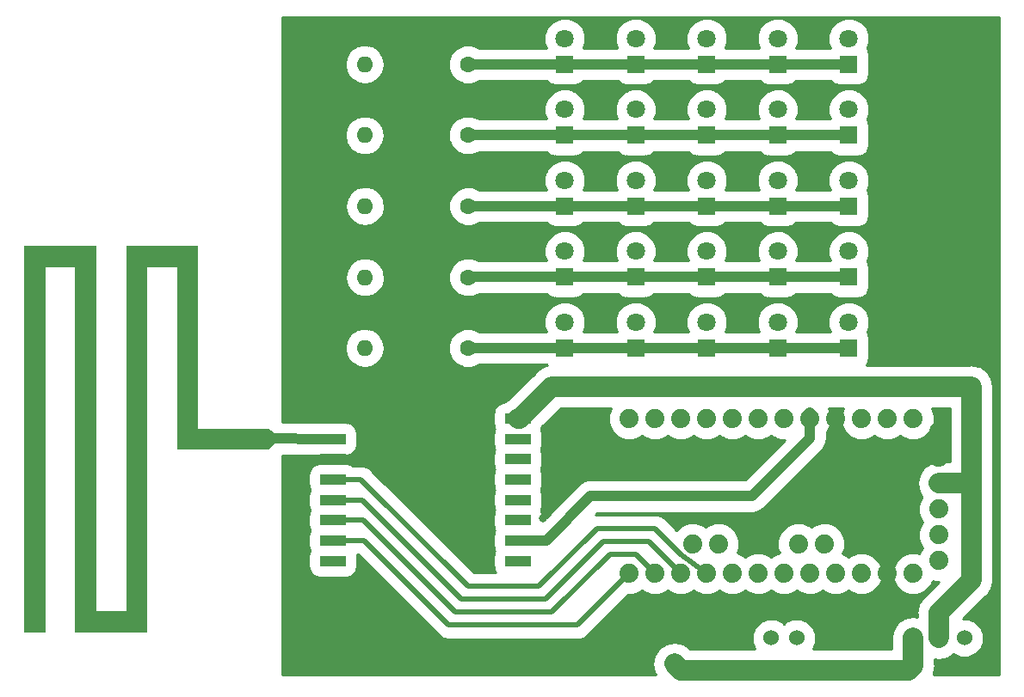
<source format=gbr>
G04 #@! TF.GenerationSoftware,KiCad,Pcbnew,(5.0.2-5)-5*
G04 #@! TF.CreationDate,2022-03-24T12:02:08+00:00*
G04 #@! TF.ProjectId,bee-badge-2000,6265652d-6261-4646-9765-2d323030302e,rev?*
G04 #@! TF.SameCoordinates,Original*
G04 #@! TF.FileFunction,Copper,L1,Top*
G04 #@! TF.FilePolarity,Positive*
%FSLAX46Y46*%
G04 Gerber Fmt 4.6, Leading zero omitted, Abs format (unit mm)*
G04 Created by KiCad (PCBNEW (5.0.2-5)-5) date Thursday, 24 March 2022 at 12:02:08*
%MOMM*%
%LPD*%
G01*
G04 APERTURE LIST*
G04 #@! TA.AperFunction,EtchedComponent*
%ADD10C,0.010000*%
G04 #@! TD*
G04 #@! TA.AperFunction,BGAPad,CuDef*
%ADD11C,1.524000*%
G04 #@! TD*
G04 #@! TA.AperFunction,ComponentPad*
%ADD12O,1.600000X1.600000*%
G04 #@! TD*
G04 #@! TA.AperFunction,ComponentPad*
%ADD13C,1.600000*%
G04 #@! TD*
G04 #@! TA.AperFunction,ComponentPad*
%ADD14C,1.879600*%
G04 #@! TD*
G04 #@! TA.AperFunction,SMDPad,CuDef*
%ADD15R,2.500000X1.000000*%
G04 #@! TD*
G04 #@! TA.AperFunction,ComponentPad*
%ADD16C,1.800000*%
G04 #@! TD*
G04 #@! TA.AperFunction,ComponentPad*
%ADD17R,1.800000X1.800000*%
G04 #@! TD*
G04 #@! TA.AperFunction,ComponentPad*
%ADD18C,1.524000*%
G04 #@! TD*
G04 #@! TA.AperFunction,ViaPad*
%ADD19C,0.800000*%
G04 #@! TD*
G04 #@! TA.AperFunction,Conductor*
%ADD20C,1.000000*%
G04 #@! TD*
G04 #@! TA.AperFunction,Conductor*
%ADD21C,0.500000*%
G04 #@! TD*
G04 #@! TA.AperFunction,Conductor*
%ADD22C,2.000000*%
G04 #@! TD*
G04 #@! TA.AperFunction,Conductor*
%ADD23C,0.254000*%
G04 #@! TD*
%ADD24C,0.254000*%
G04 APERTURE END LIST*
D10*
G04 #@! TO.C,AE1*
G36*
X91000000Y-43135000D02*
X91000000Y-78635000D01*
X94000000Y-78635000D01*
X94000000Y-42635000D01*
X101000000Y-42601000D01*
X101000000Y-60635000D01*
X108000000Y-60635000D01*
X108500000Y-61135000D01*
X108500000Y-62135000D01*
X108000000Y-62635000D01*
X99000000Y-62635000D01*
X99000000Y-44635000D01*
X96000000Y-44635000D01*
X96000000Y-80635000D01*
X89000000Y-80635000D01*
X89000000Y-44635000D01*
X86000000Y-44635000D01*
X86000000Y-80635000D01*
X84000000Y-80635000D01*
X84000000Y-42635000D01*
X91000000Y-42635000D01*
X91000000Y-43135000D01*
G37*
X91000000Y-43135000D02*
X91000000Y-78635000D01*
X94000000Y-78635000D01*
X94000000Y-42635000D01*
X101000000Y-42601000D01*
X101000000Y-60635000D01*
X108000000Y-60635000D01*
X108500000Y-61135000D01*
X108500000Y-62135000D01*
X108000000Y-62635000D01*
X99000000Y-62635000D01*
X99000000Y-44635000D01*
X96000000Y-44635000D01*
X96000000Y-80635000D01*
X89000000Y-80635000D01*
X89000000Y-44635000D01*
X86000000Y-44635000D01*
X86000000Y-80635000D01*
X84000000Y-80635000D01*
X84000000Y-42635000D01*
X91000000Y-42635000D01*
X91000000Y-43135000D01*
G04 #@! TD*
D11*
G04 #@! TO.P,AE1,1*
G04 #@! TO.N,Net-(AE1-Pad1)*
X107000000Y-61635000D03*
G04 #@! TD*
D12*
G04 #@! TO.P,R4,2*
G04 #@! TO.N,Row_3*
X117500000Y-45750000D03*
D13*
G04 #@! TO.P,R4,1*
G04 #@! TO.N,Net-(D14-Pad1)*
X127660000Y-45750000D03*
G04 #@! TD*
D14*
G04 #@! TO.P,U1,JP1_1*
G04 #@! TO.N,N/C*
X173990000Y-73660000D03*
G04 #@! TO.P,U1,JP1_2*
X173990000Y-71120000D03*
G04 #@! TO.P,U1,JP1_3*
X173990000Y-68580000D03*
G04 #@! TO.P,U1,JP1_4*
G04 #@! TO.N,3v0*
X173990000Y-66040000D03*
G04 #@! TO.P,U1,JP1_5*
G04 #@! TO.N,GND*
X173990000Y-63500000D03*
G04 #@! TO.P,U1,JP1_6*
X173990000Y-60960000D03*
G04 #@! TO.P,U1,JP2_1*
G04 #@! TO.N,Row_0*
X160147000Y-72009000D03*
G04 #@! TO.P,U1,JP2_2*
G04 #@! TO.N,Scan*
X162687000Y-72009000D03*
G04 #@! TO.P,U1,JP3_2*
G04 #@! TO.N,N/C*
X152273000Y-72009000D03*
G04 #@! TO.P,U1,JP3_1*
X149733000Y-72009000D03*
G04 #@! TO.P,U1,JP6_1*
X171450000Y-74930000D03*
G04 #@! TO.P,U1,JP6_2*
G04 #@! TO.N,GND*
X168910000Y-74930000D03*
G04 #@! TO.P,U1,JP6_3*
G04 #@! TO.N,N/C*
X166370000Y-74930000D03*
G04 #@! TO.P,U1,JP6_4*
X163830000Y-74930000D03*
G04 #@! TO.P,U1,JP6_5*
G04 #@! TO.N,Row_1*
X161290000Y-74930000D03*
G04 #@! TO.P,U1,JP6_6*
G04 #@! TO.N,Row_2*
X158750000Y-74930000D03*
G04 #@! TO.P,U1,JP6_7*
G04 #@! TO.N,Row_3*
X156210000Y-74930000D03*
G04 #@! TO.P,U1,JP6_8*
G04 #@! TO.N,Row_4*
X153670000Y-74930000D03*
G04 #@! TO.P,U1,JP6_9*
G04 #@! TO.N,SCK*
X151130000Y-74930000D03*
G04 #@! TO.P,U1,JP6_10*
G04 #@! TO.N,MISO*
X148590000Y-74930000D03*
G04 #@! TO.P,U1,JP6_11*
G04 #@! TO.N,MOSI*
X146050000Y-74930000D03*
G04 #@! TO.P,U1,JP6_12*
G04 #@! TO.N,NSS*
X143510000Y-74930000D03*
G04 #@! TO.P,U1,JP7_1*
G04 #@! TO.N,N/C*
X143510000Y-59690000D03*
G04 #@! TO.P,U1,JP7_2*
X146050000Y-59690000D03*
G04 #@! TO.P,U1,JP7_3*
G04 #@! TO.N,Col_4*
X148590000Y-59690000D03*
G04 #@! TO.P,U1,JP7_4*
G04 #@! TO.N,Col_3*
X151130000Y-59690000D03*
G04 #@! TO.P,U1,JP7_5*
G04 #@! TO.N,Col_2*
X153670000Y-59690000D03*
G04 #@! TO.P,U1,JP7_6*
G04 #@! TO.N,Col_1*
X156210000Y-59690000D03*
G04 #@! TO.P,U1,JP7_7*
G04 #@! TO.N,Col_0*
X158750000Y-59690000D03*
G04 #@! TO.P,U1,JP7_8*
G04 #@! TO.N,INT_0*
X161290000Y-59690000D03*
G04 #@! TO.P,U1,JP7_9*
G04 #@! TO.N,GND*
X163830000Y-59690000D03*
G04 #@! TO.P,U1,JP7_10*
G04 #@! TO.N,N/C*
X166370000Y-59690000D03*
G04 #@! TO.P,U1,JP7_11*
X168910000Y-59690000D03*
G04 #@! TO.P,U1,JP7_12*
X171450000Y-59690000D03*
G04 #@! TD*
D15*
G04 #@! TO.P,U2,1*
G04 #@! TO.N,N/C*
X132544000Y-73675000D03*
G04 #@! TO.P,U2,2*
G04 #@! TO.N,INT_0*
X132544000Y-71675000D03*
G04 #@! TO.P,U2,3*
G04 #@! TO.N,N/C*
X132544000Y-69675000D03*
G04 #@! TO.P,U2,4*
X132544000Y-67675000D03*
G04 #@! TO.P,U2,5*
X132544000Y-65675000D03*
G04 #@! TO.P,U2,6*
X132544000Y-63675000D03*
G04 #@! TO.P,U2,7*
X132544000Y-61675000D03*
G04 #@! TO.P,U2,8*
G04 #@! TO.N,3v0*
X132544000Y-59675000D03*
G04 #@! TO.P,U2,9*
G04 #@! TO.N,GND*
X114344000Y-59675000D03*
G04 #@! TO.P,U2,10*
G04 #@! TO.N,Net-(AE1-Pad1)*
X114344000Y-61675000D03*
G04 #@! TO.P,U2,11*
G04 #@! TO.N,GND*
X114344000Y-63675000D03*
G04 #@! TO.P,U2,12*
G04 #@! TO.N,SCK*
X114344000Y-65675000D03*
G04 #@! TO.P,U2,13*
G04 #@! TO.N,MISO*
X114344000Y-67675000D03*
G04 #@! TO.P,U2,14*
G04 #@! TO.N,MOSI*
X114344000Y-69675000D03*
G04 #@! TO.P,U2,15*
G04 #@! TO.N,NSS*
X114344000Y-71675000D03*
G04 #@! TO.P,U2,16*
G04 #@! TO.N,N/C*
X114344000Y-73675000D03*
G04 #@! TD*
D16*
G04 #@! TO.P,D1,2*
G04 #@! TO.N,Col_4*
X137160000Y-22225000D03*
D17*
G04 #@! TO.P,D1,1*
G04 #@! TO.N,Net-(D1-Pad1)*
X137160000Y-24765000D03*
G04 #@! TD*
D16*
G04 #@! TO.P,D2,2*
G04 #@! TO.N,Col_4*
X137160000Y-29210000D03*
D17*
G04 #@! TO.P,D2,1*
G04 #@! TO.N,Net-(D12-Pad1)*
X137160000Y-31750000D03*
G04 #@! TD*
D16*
G04 #@! TO.P,D3,2*
G04 #@! TO.N,Col_4*
X137160000Y-36195000D03*
D17*
G04 #@! TO.P,D3,1*
G04 #@! TO.N,Net-(D13-Pad1)*
X137160000Y-38735000D03*
G04 #@! TD*
D16*
G04 #@! TO.P,D4,2*
G04 #@! TO.N,Col_4*
X137160000Y-43180000D03*
D17*
G04 #@! TO.P,D4,1*
G04 #@! TO.N,Net-(D14-Pad1)*
X137160000Y-45720000D03*
G04 #@! TD*
D16*
G04 #@! TO.P,D5,2*
G04 #@! TO.N,Col_4*
X137160000Y-50165000D03*
D17*
G04 #@! TO.P,D5,1*
G04 #@! TO.N,Net-(D10-Pad1)*
X137160000Y-52705000D03*
G04 #@! TD*
D16*
G04 #@! TO.P,D6,2*
G04 #@! TO.N,Col_3*
X144145000Y-22225000D03*
D17*
G04 #@! TO.P,D6,1*
G04 #@! TO.N,Net-(D1-Pad1)*
X144145000Y-24765000D03*
G04 #@! TD*
D16*
G04 #@! TO.P,D7,2*
G04 #@! TO.N,Col_3*
X144145000Y-29210000D03*
D17*
G04 #@! TO.P,D7,1*
G04 #@! TO.N,Net-(D12-Pad1)*
X144145000Y-31750000D03*
G04 #@! TD*
D16*
G04 #@! TO.P,D8,2*
G04 #@! TO.N,Col_3*
X144145000Y-36195000D03*
D17*
G04 #@! TO.P,D8,1*
G04 #@! TO.N,Net-(D13-Pad1)*
X144145000Y-38735000D03*
G04 #@! TD*
D16*
G04 #@! TO.P,D9,2*
G04 #@! TO.N,Col_3*
X144145000Y-43180000D03*
D17*
G04 #@! TO.P,D9,1*
G04 #@! TO.N,Net-(D14-Pad1)*
X144145000Y-45720000D03*
G04 #@! TD*
D16*
G04 #@! TO.P,D10,2*
G04 #@! TO.N,Col_3*
X144145000Y-50165000D03*
D17*
G04 #@! TO.P,D10,1*
G04 #@! TO.N,Net-(D10-Pad1)*
X144145000Y-52705000D03*
G04 #@! TD*
D16*
G04 #@! TO.P,D11,2*
G04 #@! TO.N,Col_2*
X151130000Y-22225000D03*
D17*
G04 #@! TO.P,D11,1*
G04 #@! TO.N,Net-(D1-Pad1)*
X151130000Y-24765000D03*
G04 #@! TD*
D16*
G04 #@! TO.P,D12,2*
G04 #@! TO.N,Col_2*
X151130000Y-29210000D03*
D17*
G04 #@! TO.P,D12,1*
G04 #@! TO.N,Net-(D12-Pad1)*
X151130000Y-31750000D03*
G04 #@! TD*
D16*
G04 #@! TO.P,D13,2*
G04 #@! TO.N,Col_2*
X151130000Y-36195000D03*
D17*
G04 #@! TO.P,D13,1*
G04 #@! TO.N,Net-(D13-Pad1)*
X151130000Y-38735000D03*
G04 #@! TD*
D16*
G04 #@! TO.P,D14,2*
G04 #@! TO.N,Col_2*
X151130000Y-43180000D03*
D17*
G04 #@! TO.P,D14,1*
G04 #@! TO.N,Net-(D14-Pad1)*
X151130000Y-45720000D03*
G04 #@! TD*
D16*
G04 #@! TO.P,D15,2*
G04 #@! TO.N,Col_2*
X151130000Y-50165000D03*
D17*
G04 #@! TO.P,D15,1*
G04 #@! TO.N,Net-(D10-Pad1)*
X151130000Y-52705000D03*
G04 #@! TD*
D16*
G04 #@! TO.P,D16,2*
G04 #@! TO.N,Col_1*
X158115000Y-22225000D03*
D17*
G04 #@! TO.P,D16,1*
G04 #@! TO.N,Net-(D1-Pad1)*
X158115000Y-24765000D03*
G04 #@! TD*
D16*
G04 #@! TO.P,D17,2*
G04 #@! TO.N,Col_1*
X158115000Y-29210000D03*
D17*
G04 #@! TO.P,D17,1*
G04 #@! TO.N,Net-(D12-Pad1)*
X158115000Y-31750000D03*
G04 #@! TD*
D16*
G04 #@! TO.P,D18,2*
G04 #@! TO.N,Col_1*
X158115000Y-36195000D03*
D17*
G04 #@! TO.P,D18,1*
G04 #@! TO.N,Net-(D13-Pad1)*
X158115000Y-38735000D03*
G04 #@! TD*
D16*
G04 #@! TO.P,D19,2*
G04 #@! TO.N,Col_1*
X158115000Y-43180000D03*
D17*
G04 #@! TO.P,D19,1*
G04 #@! TO.N,Net-(D14-Pad1)*
X158115000Y-45720000D03*
G04 #@! TD*
D16*
G04 #@! TO.P,D20,2*
G04 #@! TO.N,Col_1*
X158115000Y-50165000D03*
D17*
G04 #@! TO.P,D20,1*
G04 #@! TO.N,Net-(D10-Pad1)*
X158115000Y-52705000D03*
G04 #@! TD*
D16*
G04 #@! TO.P,D21,2*
G04 #@! TO.N,Col_0*
X165100000Y-22225000D03*
D17*
G04 #@! TO.P,D21,1*
G04 #@! TO.N,Net-(D1-Pad1)*
X165100000Y-24765000D03*
G04 #@! TD*
D16*
G04 #@! TO.P,D22,2*
G04 #@! TO.N,Col_0*
X165100000Y-29210000D03*
D17*
G04 #@! TO.P,D22,1*
G04 #@! TO.N,Net-(D12-Pad1)*
X165100000Y-31750000D03*
G04 #@! TD*
D16*
G04 #@! TO.P,D23,2*
G04 #@! TO.N,Col_0*
X165100000Y-36195000D03*
D17*
G04 #@! TO.P,D23,1*
G04 #@! TO.N,Net-(D13-Pad1)*
X165100000Y-38735000D03*
G04 #@! TD*
D16*
G04 #@! TO.P,D24,2*
G04 #@! TO.N,Col_0*
X165100000Y-43180000D03*
D17*
G04 #@! TO.P,D24,1*
G04 #@! TO.N,Net-(D14-Pad1)*
X165100000Y-45720000D03*
G04 #@! TD*
D16*
G04 #@! TO.P,D25,2*
G04 #@! TO.N,Col_0*
X165100000Y-50165000D03*
D17*
G04 #@! TO.P,D25,1*
G04 #@! TO.N,Net-(D10-Pad1)*
X165100000Y-52705000D03*
G04 #@! TD*
D12*
G04 #@! TO.P,R1,2*
G04 #@! TO.N,Row_0*
X117475000Y-24765000D03*
D13*
G04 #@! TO.P,R1,1*
G04 #@! TO.N,Net-(D1-Pad1)*
X127635000Y-24765000D03*
G04 #@! TD*
D12*
G04 #@! TO.P,R2,2*
G04 #@! TO.N,Row_1*
X117475000Y-31750000D03*
D13*
G04 #@! TO.P,R2,1*
G04 #@! TO.N,Net-(D12-Pad1)*
X127635000Y-31750000D03*
G04 #@! TD*
D12*
G04 #@! TO.P,R3,2*
G04 #@! TO.N,Row_2*
X117500000Y-38735000D03*
D13*
G04 #@! TO.P,R3,1*
G04 #@! TO.N,Net-(D13-Pad1)*
X127660000Y-38735000D03*
G04 #@! TD*
D12*
G04 #@! TO.P,R5,2*
G04 #@! TO.N,Row_4*
X117475000Y-52705000D03*
D13*
G04 #@! TO.P,R5,1*
G04 #@! TO.N,Net-(D10-Pad1)*
X127635000Y-52705000D03*
G04 #@! TD*
D18*
G04 #@! TO.P,SW1,3*
G04 #@! TO.N,N/C*
X176490000Y-81280000D03*
G04 #@! TO.P,SW1,2*
G04 #@! TO.N,3v0*
X173950000Y-81280000D03*
G04 #@! TO.P,SW1,1*
G04 #@! TO.N,Net-(BT1-Pad1)*
X171450000Y-81280000D03*
G04 #@! TD*
G04 #@! TO.P,SW2,3*
G04 #@! TO.N,GND*
X162520000Y-81280000D03*
G04 #@! TO.P,SW2,2*
G04 #@! TO.N,Scan*
X159980000Y-81280000D03*
G04 #@! TO.P,SW2,1*
G04 #@! TO.N,N/C*
X157480000Y-81280000D03*
G04 #@! TD*
G04 #@! TO.P,BT1,2*
G04 #@! TO.N,GND*
X135955000Y-83820000D03*
G04 #@! TO.P,BT1,1*
G04 #@! TO.N,Net-(BT1-Pad1)*
X147955000Y-83820000D03*
G04 #@! TD*
D19*
G04 #@! TO.N,*
X103847643Y-61635000D03*
X100000000Y-61635000D03*
X100000000Y-55635000D03*
X94957643Y-79635000D03*
X94957643Y-73635000D03*
X94957643Y-67635000D03*
X94957643Y-61635000D03*
X95000000Y-55635000D03*
X100000000Y-43635000D03*
X90000000Y-43635000D03*
X85000000Y-43635000D03*
X85000000Y-49530000D03*
X90000000Y-49635000D03*
X90000000Y-55635000D03*
X85000000Y-55635000D03*
X85000000Y-61595000D03*
X90000000Y-61635000D03*
X90000000Y-67635000D03*
X85000000Y-67635000D03*
X90000000Y-73635000D03*
X85000000Y-73635000D03*
X85000000Y-79635000D03*
X90000000Y-79635000D03*
X100000000Y-49635000D03*
X95000000Y-43635000D03*
X95000000Y-49635000D03*
G04 #@! TO.N,GND*
X111000000Y-64000000D03*
X111000000Y-69000000D03*
X111000000Y-74000000D03*
X111000000Y-79000000D03*
X111000000Y-84000000D03*
X116000000Y-84000000D03*
X116000000Y-79000000D03*
X131000000Y-84000000D03*
X121000000Y-84000000D03*
X121000000Y-79000000D03*
X126000000Y-84000000D03*
X141000000Y-84000000D03*
X144750000Y-84000000D03*
X146000000Y-79000000D03*
X151000000Y-79000000D03*
X165000000Y-78000000D03*
X170000000Y-78000000D03*
X111000000Y-59000000D03*
X111000000Y-53000000D03*
X124000000Y-64000000D03*
X123000000Y-68000000D03*
X128000000Y-68000000D03*
X127000000Y-72000000D03*
X118000000Y-59000000D03*
X118000000Y-64000000D03*
X129000000Y-56000000D03*
X165000000Y-63000000D03*
X170000000Y-63000000D03*
X165000000Y-68000000D03*
X170000000Y-68000000D03*
X170000000Y-72000000D03*
X161000000Y-66000000D03*
X111000000Y-48000000D03*
X111000000Y-43000000D03*
X111000000Y-38000000D03*
X111000000Y-33000000D03*
X111000000Y-29000000D03*
X111000000Y-24000000D03*
X115000000Y-24000000D03*
X115000000Y-29000000D03*
X115000000Y-33000000D03*
X115000000Y-38000000D03*
X115000000Y-43000000D03*
X115000000Y-48000000D03*
X115000000Y-53000000D03*
X131000000Y-50000000D03*
X131000000Y-43000000D03*
X131000000Y-36000000D03*
X131000000Y-28000000D03*
X131000000Y-22000000D03*
X172000000Y-53000000D03*
X177000000Y-53000000D03*
X177000000Y-48000000D03*
X172000000Y-48000000D03*
X172000000Y-43000000D03*
X172000000Y-38000000D03*
X172000000Y-33000000D03*
X177000000Y-33000000D03*
X177000000Y-38000000D03*
X177000000Y-43000000D03*
X177000000Y-28000000D03*
X172000000Y-28000000D03*
X172000000Y-23000000D03*
X177000000Y-23000000D03*
X147750000Y-69750000D03*
X138500000Y-59750000D03*
X156500000Y-62500000D03*
X136000000Y-60750000D03*
X140500000Y-60750000D03*
X125000000Y-52750000D03*
X125000000Y-48000000D03*
X125000000Y-43250000D03*
X125000000Y-38250000D03*
X125000000Y-33000000D03*
X125000000Y-24750000D03*
X142000000Y-34250000D03*
X142000000Y-27000000D03*
X149000000Y-27000000D03*
X160250000Y-27250000D03*
X160250000Y-34250000D03*
X160250000Y-41000000D03*
X160000000Y-48000000D03*
X149000000Y-48250000D03*
X149000000Y-41000000D03*
X149000000Y-34000000D03*
X141750000Y-41000000D03*
X142000000Y-48000000D03*
X118000000Y-76000000D03*
X113000000Y-76000000D03*
X135000000Y-69500000D03*
G04 #@! TD*
D20*
G04 #@! TO.N,Net-(D1-Pad1)*
X127635000Y-24765000D02*
X165100000Y-24765000D01*
G04 #@! TO.N,Net-(D12-Pad1)*
X127635000Y-31750000D02*
X165100000Y-31750000D01*
G04 #@! TO.N,Net-(D13-Pad1)*
X127660000Y-38735000D02*
X165100000Y-38735000D01*
G04 #@! TO.N,Net-(D14-Pad1)*
X165100000Y-45720000D02*
X128270000Y-45720000D01*
G04 #@! TO.N,Net-(D10-Pad1)*
X127635000Y-52705000D02*
X165100000Y-52705000D01*
G04 #@! TO.N,INT_0*
X161290000Y-61595000D02*
X161290000Y-60384077D01*
X155575000Y-67310000D02*
X161290000Y-61595000D01*
X135335000Y-71675000D02*
X139700000Y-67310000D01*
X139700000Y-67310000D02*
X155575000Y-67310000D01*
X161290000Y-60384077D02*
X161290000Y-59055000D01*
X132544000Y-71675000D02*
X135335000Y-71675000D01*
D21*
G04 #@! TO.N,MOSI*
X144145000Y-73025000D02*
X141605000Y-73025000D01*
X135890000Y-78740000D02*
X126365000Y-78740000D01*
X146050000Y-74930000D02*
X144145000Y-73025000D01*
X141605000Y-73025000D02*
X135890000Y-78740000D01*
X117300000Y-69675000D02*
X114344000Y-69675000D01*
X126365000Y-78740000D02*
X117300000Y-69675000D01*
G04 #@! TO.N,MISO*
X116094000Y-67675000D02*
X114344000Y-67675000D01*
X117205000Y-67675000D02*
X114344000Y-67675000D01*
X127000000Y-77470000D02*
X117205000Y-67675000D01*
X140970000Y-71755000D02*
X135255000Y-77470000D01*
X135255000Y-77470000D02*
X127000000Y-77470000D01*
X145415000Y-71755000D02*
X140970000Y-71755000D01*
X148590000Y-74930000D02*
X145415000Y-71755000D01*
G04 #@! TO.N,SCK*
X117110000Y-65675000D02*
X114344000Y-65675000D01*
X148590000Y-73025000D02*
X146050000Y-70485000D01*
X140335000Y-70485000D02*
X134620000Y-76200000D01*
X146050000Y-70485000D02*
X140335000Y-70485000D01*
X127635000Y-76200000D02*
X117110000Y-65675000D01*
X134620000Y-76200000D02*
X127635000Y-76200000D01*
X151130000Y-74930000D02*
X148590000Y-73025000D01*
G04 #@! TO.N,NSS*
X117395000Y-71675000D02*
X114344000Y-71675000D01*
X125730000Y-80010000D02*
X117395000Y-71675000D01*
X138430000Y-80010000D02*
X125730000Y-80010000D01*
X143510000Y-74930000D02*
X138430000Y-80010000D01*
D20*
G04 #@! TO.N,Net-(AE1-Pad1)*
X107330000Y-61635000D02*
X107750000Y-61635000D01*
X114344000Y-61675000D02*
X107330000Y-61635000D01*
G04 #@! TO.N,3v0*
X132559000Y-59690000D02*
X132544000Y-59675000D01*
D22*
X173950000Y-78780000D02*
X173950000Y-81280000D01*
X132730000Y-59675000D02*
X135890000Y-56515000D01*
X177165000Y-75565000D02*
X173950000Y-78780000D01*
X135890000Y-56515000D02*
X177165000Y-56515000D01*
X132544000Y-59675000D02*
X132730000Y-59675000D01*
X175319077Y-66040000D02*
X177165000Y-66040000D01*
X173990000Y-66040000D02*
X175319077Y-66040000D01*
X177165000Y-66040000D02*
X177165000Y-75565000D01*
X177165000Y-56515000D02*
X177165000Y-66040000D01*
G04 #@! TO.N,Net-(BT1-Pad1)*
X148590000Y-84455000D02*
X171000000Y-84455000D01*
X147955000Y-83820000D02*
X148590000Y-84455000D01*
X171450000Y-84005000D02*
X171000000Y-84455000D01*
X171450000Y-81280000D02*
X171450000Y-84005000D01*
G04 #@! TD*
D23*
G04 #@! TO.N,GND*
X109347000Y-20132000D02*
X179868000Y-20132000D01*
X109347000Y-20373300D02*
X136333595Y-20373300D01*
X137986406Y-20373300D02*
X143318595Y-20373300D01*
X144971406Y-20373300D02*
X150303595Y-20373300D01*
X151956406Y-20373300D02*
X157288595Y-20373300D01*
X158941406Y-20373300D02*
X164273595Y-20373300D01*
X165926406Y-20373300D02*
X179868000Y-20373300D01*
X109347000Y-20614600D02*
X135903790Y-20614600D01*
X138416210Y-20614600D02*
X142888790Y-20614600D01*
X145401210Y-20614600D02*
X149873790Y-20614600D01*
X152386210Y-20614600D02*
X156858790Y-20614600D01*
X159371210Y-20614600D02*
X163843790Y-20614600D01*
X166356210Y-20614600D02*
X179868000Y-20614600D01*
X109347000Y-20855900D02*
X135662490Y-20855900D01*
X138657510Y-20855900D02*
X142647490Y-20855900D01*
X145642510Y-20855900D02*
X149632490Y-20855900D01*
X152627510Y-20855900D02*
X156617490Y-20855900D01*
X159612510Y-20855900D02*
X163602490Y-20855900D01*
X166597510Y-20855900D02*
X179868000Y-20855900D01*
X109347000Y-21097200D02*
X135433142Y-21097200D01*
X138886859Y-21097200D02*
X142418142Y-21097200D01*
X145871859Y-21097200D02*
X149403142Y-21097200D01*
X152856859Y-21097200D02*
X156388142Y-21097200D01*
X159841859Y-21097200D02*
X163373142Y-21097200D01*
X166826859Y-21097200D02*
X179868000Y-21097200D01*
X109347000Y-21338500D02*
X135333192Y-21338500D01*
X138986809Y-21338500D02*
X142318192Y-21338500D01*
X145971809Y-21338500D02*
X149303192Y-21338500D01*
X152956809Y-21338500D02*
X156288192Y-21338500D01*
X159941809Y-21338500D02*
X163273192Y-21338500D01*
X166926809Y-21338500D02*
X179868000Y-21338500D01*
X109347000Y-21579800D02*
X135233242Y-21579800D01*
X139086759Y-21579800D02*
X142218242Y-21579800D01*
X146071759Y-21579800D02*
X149203242Y-21579800D01*
X153056759Y-21579800D02*
X156188242Y-21579800D01*
X160041759Y-21579800D02*
X163173242Y-21579800D01*
X167026759Y-21579800D02*
X179868000Y-21579800D01*
X109347000Y-21821100D02*
X135133293Y-21821100D01*
X139186708Y-21821100D02*
X142118293Y-21821100D01*
X146171708Y-21821100D02*
X149103293Y-21821100D01*
X153156708Y-21821100D02*
X156088293Y-21821100D01*
X160141708Y-21821100D02*
X163073293Y-21821100D01*
X167126708Y-21821100D02*
X179868000Y-21821100D01*
X109347000Y-22062400D02*
X135133000Y-22062400D01*
X139187000Y-22062400D02*
X142118000Y-22062400D01*
X146172000Y-22062400D02*
X149103000Y-22062400D01*
X153157000Y-22062400D02*
X156088000Y-22062400D01*
X160142000Y-22062400D02*
X163073000Y-22062400D01*
X167127000Y-22062400D02*
X179868000Y-22062400D01*
X109347000Y-22303700D02*
X135133000Y-22303700D01*
X139187000Y-22303700D02*
X142118000Y-22303700D01*
X146172000Y-22303700D02*
X149103000Y-22303700D01*
X153157000Y-22303700D02*
X156088000Y-22303700D01*
X160142000Y-22303700D02*
X163073000Y-22303700D01*
X167127000Y-22303700D02*
X179868000Y-22303700D01*
X109347000Y-22545000D02*
X135133000Y-22545000D01*
X139187000Y-22545000D02*
X142118000Y-22545000D01*
X146172000Y-22545000D02*
X149103000Y-22545000D01*
X153157000Y-22545000D02*
X156088000Y-22545000D01*
X160142000Y-22545000D02*
X163073000Y-22545000D01*
X167127000Y-22545000D02*
X179868000Y-22545000D01*
X109347000Y-22786300D02*
X135198489Y-22786300D01*
X139121510Y-22786300D02*
X142183489Y-22786300D01*
X146106510Y-22786300D02*
X149168489Y-22786300D01*
X153091510Y-22786300D02*
X156153489Y-22786300D01*
X160076510Y-22786300D02*
X163138489Y-22786300D01*
X167061510Y-22786300D02*
X179868000Y-22786300D01*
X109347000Y-23027600D02*
X116606696Y-23027600D01*
X118343305Y-23027600D02*
X126793961Y-23027600D01*
X128476040Y-23027600D02*
X135298439Y-23027600D01*
X139021560Y-23027600D02*
X142283439Y-23027600D01*
X146006560Y-23027600D02*
X149268439Y-23027600D01*
X152991560Y-23027600D02*
X156253439Y-23027600D01*
X159976560Y-23027600D02*
X163238439Y-23027600D01*
X166961561Y-23027600D02*
X179868000Y-23027600D01*
X109347000Y-23268900D02*
X116245565Y-23268900D01*
X118704436Y-23268900D02*
X126405910Y-23268900D01*
X166957131Y-23268900D02*
X179868000Y-23268900D01*
X109347000Y-23510200D02*
X115995849Y-23510200D01*
X118954152Y-23510200D02*
X126164610Y-23510200D01*
X167078506Y-23510200D02*
X179868000Y-23510200D01*
X109347000Y-23751500D02*
X115834617Y-23751500D01*
X119115384Y-23751500D02*
X125969036Y-23751500D01*
X167126503Y-23751500D02*
X179868000Y-23751500D01*
X109347000Y-23992800D02*
X115673385Y-23992800D01*
X119276616Y-23992800D02*
X125869086Y-23992800D01*
X167149079Y-23992800D02*
X179868000Y-23992800D01*
X109347000Y-24234100D02*
X115615851Y-24234100D01*
X119334150Y-24234100D02*
X125769137Y-24234100D01*
X167149079Y-24234100D02*
X179868000Y-24234100D01*
X109347000Y-24475400D02*
X115567854Y-24475400D01*
X119382148Y-24475400D02*
X125708000Y-24475400D01*
X167149079Y-24475400D02*
X179868000Y-24475400D01*
X109347000Y-24716700D02*
X115519856Y-24716700D01*
X119430145Y-24716700D02*
X125708000Y-24716700D01*
X167149079Y-24716700D02*
X179868000Y-24716700D01*
X109347000Y-24958000D02*
X115548638Y-24958000D01*
X119401361Y-24958000D02*
X125708000Y-24958000D01*
X167149079Y-24958000D02*
X179868000Y-24958000D01*
X109347000Y-25199300D02*
X115596635Y-25199300D01*
X119353364Y-25199300D02*
X125729123Y-25199300D01*
X167149079Y-25199300D02*
X179868000Y-25199300D01*
X109347000Y-25440600D02*
X115644633Y-25440600D01*
X119305366Y-25440600D02*
X125829072Y-25440600D01*
X167149079Y-25440600D02*
X179868000Y-25440600D01*
X109347000Y-25681900D02*
X115770070Y-25681900D01*
X119179929Y-25681900D02*
X125929022Y-25681900D01*
X167145717Y-25681900D02*
X179868000Y-25681900D01*
X109347000Y-25923200D02*
X115931302Y-25923200D01*
X119018697Y-25923200D02*
X126068010Y-25923200D01*
X167097720Y-25923200D02*
X179868000Y-25923200D01*
X109347000Y-26164500D02*
X116100992Y-26164500D01*
X118849007Y-26164500D02*
X126309310Y-26164500D01*
X167021676Y-26164500D02*
X179868000Y-26164500D01*
X109347000Y-26405800D02*
X116462123Y-26405800D01*
X118487876Y-26405800D02*
X126560747Y-26405800D01*
X128709252Y-26405800D02*
X135399554Y-26405800D01*
X138920445Y-26405800D02*
X142384554Y-26405800D01*
X145905445Y-26405800D02*
X149369554Y-26405800D01*
X152890445Y-26405800D02*
X156354554Y-26405800D01*
X159875445Y-26405800D02*
X163339554Y-26405800D01*
X166860444Y-26405800D02*
X179868000Y-26405800D01*
X109347000Y-26647100D02*
X117059480Y-26647100D01*
X117890519Y-26647100D02*
X127143297Y-26647100D01*
X128126702Y-26647100D02*
X135701270Y-26647100D01*
X138618729Y-26647100D02*
X142686270Y-26647100D01*
X145603729Y-26647100D02*
X149671270Y-26647100D01*
X152588729Y-26647100D02*
X156656270Y-26647100D01*
X159573729Y-26647100D02*
X163641270Y-26647100D01*
X166558729Y-26647100D02*
X179868000Y-26647100D01*
X109347000Y-26888400D02*
X179868000Y-26888400D01*
X109347000Y-27129700D02*
X179868000Y-27129700D01*
X109347000Y-27371000D02*
X136302934Y-27371000D01*
X138017067Y-27371000D02*
X143287934Y-27371000D01*
X145002067Y-27371000D02*
X150272934Y-27371000D01*
X151987067Y-27371000D02*
X157257934Y-27371000D01*
X158972067Y-27371000D02*
X164242934Y-27371000D01*
X165957067Y-27371000D02*
X179868000Y-27371000D01*
X109347000Y-27612300D02*
X135891090Y-27612300D01*
X138428910Y-27612300D02*
X142876090Y-27612300D01*
X145413910Y-27612300D02*
X149861090Y-27612300D01*
X152398910Y-27612300D02*
X156846090Y-27612300D01*
X159383910Y-27612300D02*
X163831090Y-27612300D01*
X166368910Y-27612300D02*
X179868000Y-27612300D01*
X109347000Y-27853600D02*
X135649790Y-27853600D01*
X138670210Y-27853600D02*
X142634790Y-27853600D01*
X145655210Y-27853600D02*
X149619790Y-27853600D01*
X152640210Y-27853600D02*
X156604790Y-27853600D01*
X159625210Y-27853600D02*
X163589790Y-27853600D01*
X166610210Y-27853600D02*
X179868000Y-27853600D01*
X109347000Y-28094900D02*
X135427882Y-28094900D01*
X138892119Y-28094900D02*
X142412882Y-28094900D01*
X145877119Y-28094900D02*
X149397882Y-28094900D01*
X152862119Y-28094900D02*
X156382882Y-28094900D01*
X159847119Y-28094900D02*
X163367882Y-28094900D01*
X166832119Y-28094900D02*
X179868000Y-28094900D01*
X109347000Y-28336200D02*
X135327932Y-28336200D01*
X138992069Y-28336200D02*
X142312932Y-28336200D01*
X145977069Y-28336200D02*
X149297932Y-28336200D01*
X152962069Y-28336200D02*
X156282932Y-28336200D01*
X159947069Y-28336200D02*
X163267932Y-28336200D01*
X166932069Y-28336200D02*
X179868000Y-28336200D01*
X109347000Y-28577500D02*
X135227982Y-28577500D01*
X139092019Y-28577500D02*
X142212982Y-28577500D01*
X146077019Y-28577500D02*
X149197982Y-28577500D01*
X153062019Y-28577500D02*
X156182982Y-28577500D01*
X160047019Y-28577500D02*
X163167982Y-28577500D01*
X167032019Y-28577500D02*
X179868000Y-28577500D01*
X109347000Y-28818800D02*
X135133000Y-28818800D01*
X139187000Y-28818800D02*
X142118000Y-28818800D01*
X146172000Y-28818800D02*
X149103000Y-28818800D01*
X153157000Y-28818800D02*
X156088000Y-28818800D01*
X160142000Y-28818800D02*
X163073000Y-28818800D01*
X167127000Y-28818800D02*
X179868000Y-28818800D01*
X109347000Y-29060100D02*
X135133000Y-29060100D01*
X139187000Y-29060100D02*
X142118000Y-29060100D01*
X146172000Y-29060100D02*
X149103000Y-29060100D01*
X153157000Y-29060100D02*
X156088000Y-29060100D01*
X160142000Y-29060100D02*
X163073000Y-29060100D01*
X167127000Y-29060100D02*
X179868000Y-29060100D01*
X109347000Y-29301400D02*
X135133000Y-29301400D01*
X139187000Y-29301400D02*
X142118000Y-29301400D01*
X146172000Y-29301400D02*
X149103000Y-29301400D01*
X153157000Y-29301400D02*
X156088000Y-29301400D01*
X160142000Y-29301400D02*
X163073000Y-29301400D01*
X167127000Y-29301400D02*
X179868000Y-29301400D01*
X109347000Y-29542700D02*
X135133000Y-29542700D01*
X139187000Y-29542700D02*
X142118000Y-29542700D01*
X146172000Y-29542700D02*
X149103000Y-29542700D01*
X153157000Y-29542700D02*
X156088000Y-29542700D01*
X160142000Y-29542700D02*
X163073000Y-29542700D01*
X167127000Y-29542700D02*
X179868000Y-29542700D01*
X109347000Y-29784000D02*
X135203750Y-29784000D01*
X139116249Y-29784000D02*
X142188750Y-29784000D01*
X146101249Y-29784000D02*
X149173750Y-29784000D01*
X153086249Y-29784000D02*
X156158750Y-29784000D01*
X160071249Y-29784000D02*
X163143750Y-29784000D01*
X167056250Y-29784000D02*
X179868000Y-29784000D01*
X109347000Y-30025300D02*
X116587689Y-30025300D01*
X118362312Y-30025300D02*
X126763300Y-30025300D01*
X128506701Y-30025300D02*
X135303700Y-30025300D01*
X139016299Y-30025300D02*
X142288700Y-30025300D01*
X146001299Y-30025300D02*
X149273700Y-30025300D01*
X152986299Y-30025300D02*
X156258700Y-30025300D01*
X159971299Y-30025300D02*
X163243700Y-30025300D01*
X166956300Y-30025300D02*
X179868000Y-30025300D01*
X109347000Y-30266600D02*
X116226558Y-30266600D01*
X118723443Y-30266600D02*
X126393210Y-30266600D01*
X166965617Y-30266600D02*
X179868000Y-30266600D01*
X109347000Y-30507900D02*
X115987363Y-30507900D01*
X118962638Y-30507900D02*
X126151910Y-30507900D01*
X167081032Y-30507900D02*
X179868000Y-30507900D01*
X109347000Y-30749200D02*
X115826131Y-30749200D01*
X119123870Y-30749200D02*
X125963775Y-30749200D01*
X167129029Y-30749200D02*
X179868000Y-30749200D01*
X109347000Y-30990500D02*
X115664899Y-30990500D01*
X119285102Y-30990500D02*
X125863826Y-30990500D01*
X167149079Y-30990500D02*
X179868000Y-30990500D01*
X109347000Y-31231800D02*
X115613325Y-31231800D01*
X119336677Y-31231800D02*
X125763876Y-31231800D01*
X167149079Y-31231800D02*
X179868000Y-31231800D01*
X109347000Y-31473100D02*
X115565327Y-31473100D01*
X119384674Y-31473100D02*
X125708000Y-31473100D01*
X167149079Y-31473100D02*
X179868000Y-31473100D01*
X109347000Y-31714400D02*
X115517330Y-31714400D01*
X119432671Y-31714400D02*
X125708000Y-31714400D01*
X167149079Y-31714400D02*
X179868000Y-31714400D01*
X109347000Y-31955700D02*
X115551164Y-31955700D01*
X119398835Y-31955700D02*
X125708000Y-31955700D01*
X167149079Y-31955700D02*
X179868000Y-31955700D01*
X109347000Y-32197000D02*
X115599161Y-32197000D01*
X119350838Y-32197000D02*
X125734383Y-32197000D01*
X167149079Y-32197000D02*
X179868000Y-32197000D01*
X109347000Y-32438300D02*
X115647159Y-32438300D01*
X119302840Y-32438300D02*
X125834333Y-32438300D01*
X167149079Y-32438300D02*
X179868000Y-32438300D01*
X109347000Y-32679600D02*
X115778556Y-32679600D01*
X119171443Y-32679600D02*
X125934282Y-32679600D01*
X167143191Y-32679600D02*
X179868000Y-32679600D01*
X109347000Y-32920900D02*
X115939787Y-32920900D01*
X119010212Y-32920900D02*
X126080710Y-32920900D01*
X167095193Y-32920900D02*
X179868000Y-32920900D01*
X109347000Y-33162200D02*
X116119999Y-33162200D01*
X118830000Y-33162200D02*
X126322010Y-33162200D01*
X167013190Y-33162200D02*
X179868000Y-33162200D01*
X109347000Y-33403500D02*
X116481130Y-33403500D01*
X118468869Y-33403500D02*
X126591407Y-33403500D01*
X128678592Y-33403500D02*
X135408040Y-33403500D01*
X138911959Y-33403500D02*
X142393040Y-33403500D01*
X145896959Y-33403500D02*
X149378040Y-33403500D01*
X152881959Y-33403500D02*
X156363040Y-33403500D01*
X159866959Y-33403500D02*
X163348040Y-33403500D01*
X166851959Y-33403500D02*
X179868000Y-33403500D01*
X109347000Y-33644800D02*
X117123327Y-33644800D01*
X117826672Y-33644800D02*
X127173958Y-33644800D01*
X128096041Y-33644800D02*
X135720277Y-33644800D01*
X138599722Y-33644800D02*
X142705277Y-33644800D01*
X145584722Y-33644800D02*
X149690277Y-33644800D01*
X152569722Y-33644800D02*
X156675277Y-33644800D01*
X159554722Y-33644800D02*
X163660277Y-33644800D01*
X166539722Y-33644800D02*
X179868000Y-33644800D01*
X109347000Y-33886100D02*
X179868000Y-33886100D01*
X109347000Y-34127400D02*
X179868000Y-34127400D01*
X109347000Y-34368700D02*
X136272274Y-34368700D01*
X138047727Y-34368700D02*
X143257274Y-34368700D01*
X145032727Y-34368700D02*
X150242274Y-34368700D01*
X152017727Y-34368700D02*
X157227274Y-34368700D01*
X159002727Y-34368700D02*
X164212274Y-34368700D01*
X165987727Y-34368700D02*
X179868000Y-34368700D01*
X109347000Y-34610000D02*
X135878390Y-34610000D01*
X138441610Y-34610000D02*
X142863390Y-34610000D01*
X145426610Y-34610000D02*
X149848390Y-34610000D01*
X152411610Y-34610000D02*
X156833390Y-34610000D01*
X159396610Y-34610000D02*
X163818390Y-34610000D01*
X166381610Y-34610000D02*
X179868000Y-34610000D01*
X109347000Y-34851300D02*
X135637090Y-34851300D01*
X138682910Y-34851300D02*
X142622090Y-34851300D01*
X145667910Y-34851300D02*
X149607090Y-34851300D01*
X152652910Y-34851300D02*
X156592090Y-34851300D01*
X159637910Y-34851300D02*
X163577090Y-34851300D01*
X166622910Y-34851300D02*
X179868000Y-34851300D01*
X109347000Y-35092600D02*
X135422621Y-35092600D01*
X138897380Y-35092600D02*
X142407621Y-35092600D01*
X145882380Y-35092600D02*
X149392621Y-35092600D01*
X152867380Y-35092600D02*
X156377621Y-35092600D01*
X159852380Y-35092600D02*
X163362621Y-35092600D01*
X166837380Y-35092600D02*
X179868000Y-35092600D01*
X109347000Y-35333900D02*
X135322671Y-35333900D01*
X138997330Y-35333900D02*
X142307671Y-35333900D01*
X145982330Y-35333900D02*
X149292671Y-35333900D01*
X152967330Y-35333900D02*
X156277671Y-35333900D01*
X159952330Y-35333900D02*
X163262671Y-35333900D01*
X166937330Y-35333900D02*
X179868000Y-35333900D01*
X109347000Y-35575200D02*
X135222721Y-35575200D01*
X139097280Y-35575200D02*
X142207721Y-35575200D01*
X146082280Y-35575200D02*
X149192721Y-35575200D01*
X153067280Y-35575200D02*
X156177721Y-35575200D01*
X160052280Y-35575200D02*
X163162721Y-35575200D01*
X167037280Y-35575200D02*
X179868000Y-35575200D01*
X109347000Y-35816500D02*
X135133000Y-35816500D01*
X139187000Y-35816500D02*
X142118000Y-35816500D01*
X146172000Y-35816500D02*
X149103000Y-35816500D01*
X153157000Y-35816500D02*
X156088000Y-35816500D01*
X160142000Y-35816500D02*
X163073000Y-35816500D01*
X167127000Y-35816500D02*
X179868000Y-35816500D01*
X109347000Y-36057800D02*
X135133000Y-36057800D01*
X139187000Y-36057800D02*
X142118000Y-36057800D01*
X146172000Y-36057800D02*
X149103000Y-36057800D01*
X153157000Y-36057800D02*
X156088000Y-36057800D01*
X160142000Y-36057800D02*
X163073000Y-36057800D01*
X167127000Y-36057800D02*
X179868000Y-36057800D01*
X109347000Y-36299100D02*
X135133000Y-36299100D01*
X139187000Y-36299100D02*
X142118000Y-36299100D01*
X146172000Y-36299100D02*
X149103000Y-36299100D01*
X153157000Y-36299100D02*
X156088000Y-36299100D01*
X160142000Y-36299100D02*
X163073000Y-36299100D01*
X167127000Y-36299100D02*
X179868000Y-36299100D01*
X109347000Y-36540400D02*
X135133000Y-36540400D01*
X139187000Y-36540400D02*
X142118000Y-36540400D01*
X146172000Y-36540400D02*
X149103000Y-36540400D01*
X153157000Y-36540400D02*
X156088000Y-36540400D01*
X160142000Y-36540400D02*
X163073000Y-36540400D01*
X167127000Y-36540400D02*
X179868000Y-36540400D01*
X109347000Y-36781700D02*
X135209010Y-36781700D01*
X139110989Y-36781700D02*
X142194010Y-36781700D01*
X146095989Y-36781700D02*
X149179010Y-36781700D01*
X153080989Y-36781700D02*
X156164010Y-36781700D01*
X160065989Y-36781700D02*
X163149010Y-36781700D01*
X167050989Y-36781700D02*
X179868000Y-36781700D01*
X109347000Y-37023000D02*
X116593682Y-37023000D01*
X118406319Y-37023000D02*
X126757640Y-37023000D01*
X128562361Y-37023000D02*
X135308960Y-37023000D01*
X139011039Y-37023000D02*
X142293960Y-37023000D01*
X145996039Y-37023000D02*
X149278960Y-37023000D01*
X152981039Y-37023000D02*
X156263960Y-37023000D01*
X159966039Y-37023000D02*
X163248960Y-37023000D01*
X166951040Y-37023000D02*
X179868000Y-37023000D01*
X109347000Y-37264300D02*
X116232552Y-37264300D01*
X118767449Y-37264300D02*
X126405510Y-37264300D01*
X166974102Y-37264300D02*
X179868000Y-37264300D01*
X109347000Y-37505600D02*
X116003877Y-37505600D01*
X118996124Y-37505600D02*
X126164210Y-37505600D01*
X167083558Y-37505600D02*
X179868000Y-37505600D01*
X109347000Y-37746900D02*
X115842645Y-37746900D01*
X119157356Y-37746900D02*
X125983515Y-37746900D01*
X167131555Y-37746900D02*
X179868000Y-37746900D01*
X109347000Y-37988200D02*
X115683796Y-37988200D01*
X119316205Y-37988200D02*
X125883565Y-37988200D01*
X167149079Y-37988200D02*
X179868000Y-37988200D01*
X109347000Y-38229500D02*
X115635799Y-38229500D01*
X119364203Y-38229500D02*
X125783616Y-38229500D01*
X167149079Y-38229500D02*
X179868000Y-38229500D01*
X109347000Y-38470800D02*
X115587801Y-38470800D01*
X119412200Y-38470800D02*
X125733000Y-38470800D01*
X167149079Y-38470800D02*
X179868000Y-38470800D01*
X109347000Y-38712100D02*
X115539804Y-38712100D01*
X119460197Y-38712100D02*
X125733000Y-38712100D01*
X167149079Y-38712100D02*
X179868000Y-38712100D01*
X109347000Y-38953400D02*
X115578690Y-38953400D01*
X119421309Y-38953400D02*
X125733000Y-38953400D01*
X167149079Y-38953400D02*
X179868000Y-38953400D01*
X109347000Y-39194700D02*
X115626688Y-39194700D01*
X119373311Y-39194700D02*
X125764644Y-39194700D01*
X167149079Y-39194700D02*
X179868000Y-39194700D01*
X109347000Y-39436000D02*
X115674685Y-39436000D01*
X119325314Y-39436000D02*
X125864593Y-39436000D01*
X167149079Y-39436000D02*
X179868000Y-39436000D01*
X109347000Y-39677300D02*
X115812042Y-39677300D01*
X119187957Y-39677300D02*
X125964543Y-39677300D01*
X167140665Y-39677300D02*
X179868000Y-39677300D01*
X109347000Y-39918600D02*
X115973273Y-39918600D01*
X119026726Y-39918600D02*
X126118410Y-39918600D01*
X167092667Y-39918600D02*
X179868000Y-39918600D01*
X109347000Y-40159900D02*
X116164006Y-40159900D01*
X118835993Y-40159900D02*
X126359710Y-40159900D01*
X167004704Y-40159900D02*
X179868000Y-40159900D01*
X109347000Y-40401200D02*
X116525137Y-40401200D01*
X118474862Y-40401200D02*
X126647068Y-40401200D01*
X128672931Y-40401200D02*
X135416526Y-40401200D01*
X138903473Y-40401200D02*
X142401526Y-40401200D01*
X145888473Y-40401200D02*
X149386526Y-40401200D01*
X152873473Y-40401200D02*
X156371526Y-40401200D01*
X159858473Y-40401200D02*
X163356526Y-40401200D01*
X166843473Y-40401200D02*
X179868000Y-40401200D01*
X109347000Y-40642500D02*
X117212175Y-40642500D01*
X117787824Y-40642500D02*
X127229618Y-40642500D01*
X128090381Y-40642500D02*
X135739283Y-40642500D01*
X138580716Y-40642500D02*
X142724283Y-40642500D01*
X145565716Y-40642500D02*
X149709283Y-40642500D01*
X152550716Y-40642500D02*
X156694283Y-40642500D01*
X159535716Y-40642500D02*
X163679283Y-40642500D01*
X166520716Y-40642500D02*
X179868000Y-40642500D01*
X109347000Y-40883800D02*
X179868000Y-40883800D01*
X109347000Y-41125100D02*
X179868000Y-41125100D01*
X109347000Y-41366400D02*
X136241613Y-41366400D01*
X138078388Y-41366400D02*
X143226613Y-41366400D01*
X145063388Y-41366400D02*
X150211613Y-41366400D01*
X152048388Y-41366400D02*
X157196613Y-41366400D01*
X159033388Y-41366400D02*
X164181613Y-41366400D01*
X166018388Y-41366400D02*
X179868000Y-41366400D01*
X109347000Y-41607700D02*
X135865690Y-41607700D01*
X138454310Y-41607700D02*
X142850690Y-41607700D01*
X145439310Y-41607700D02*
X149835690Y-41607700D01*
X152424310Y-41607700D02*
X156820690Y-41607700D01*
X159409310Y-41607700D02*
X163805690Y-41607700D01*
X166394310Y-41607700D02*
X179868000Y-41607700D01*
X109347000Y-41849000D02*
X135624390Y-41849000D01*
X138695610Y-41849000D02*
X142609390Y-41849000D01*
X145680610Y-41849000D02*
X149594390Y-41849000D01*
X152665610Y-41849000D02*
X156579390Y-41849000D01*
X159650610Y-41849000D02*
X163564390Y-41849000D01*
X166635610Y-41849000D02*
X179868000Y-41849000D01*
X109347000Y-42090300D02*
X135417361Y-42090300D01*
X138902640Y-42090300D02*
X142402361Y-42090300D01*
X145887640Y-42090300D02*
X149387361Y-42090300D01*
X152872640Y-42090300D02*
X156372361Y-42090300D01*
X159857640Y-42090300D02*
X163357361Y-42090300D01*
X166842640Y-42090300D02*
X179868000Y-42090300D01*
X109347000Y-42331600D02*
X135317411Y-42331600D01*
X139002590Y-42331600D02*
X142302411Y-42331600D01*
X145987590Y-42331600D02*
X149287411Y-42331600D01*
X152972590Y-42331600D02*
X156272411Y-42331600D01*
X159957590Y-42331600D02*
X163257411Y-42331600D01*
X166942590Y-42331600D02*
X179868000Y-42331600D01*
X109347000Y-42572900D02*
X135217461Y-42572900D01*
X139102540Y-42572900D02*
X142202461Y-42572900D01*
X146087540Y-42572900D02*
X149187461Y-42572900D01*
X153072540Y-42572900D02*
X156172461Y-42572900D01*
X160057540Y-42572900D02*
X163157461Y-42572900D01*
X167042540Y-42572900D02*
X179868000Y-42572900D01*
X109347000Y-42814200D02*
X135133000Y-42814200D01*
X139187000Y-42814200D02*
X142118000Y-42814200D01*
X146172000Y-42814200D02*
X149103000Y-42814200D01*
X153157000Y-42814200D02*
X156088000Y-42814200D01*
X160142000Y-42814200D02*
X163073000Y-42814200D01*
X167127000Y-42814200D02*
X179868000Y-42814200D01*
X109347000Y-43055500D02*
X135133000Y-43055500D01*
X139187000Y-43055500D02*
X142118000Y-43055500D01*
X146172000Y-43055500D02*
X149103000Y-43055500D01*
X153157000Y-43055500D02*
X156088000Y-43055500D01*
X160142000Y-43055500D02*
X163073000Y-43055500D01*
X167127000Y-43055500D02*
X179868000Y-43055500D01*
X109347000Y-43296800D02*
X135133000Y-43296800D01*
X139187000Y-43296800D02*
X142118000Y-43296800D01*
X146172000Y-43296800D02*
X149103000Y-43296800D01*
X153157000Y-43296800D02*
X156088000Y-43296800D01*
X160142000Y-43296800D02*
X163073000Y-43296800D01*
X167127000Y-43296800D02*
X179868000Y-43296800D01*
X109347000Y-43538100D02*
X135133000Y-43538100D01*
X139187000Y-43538100D02*
X142118000Y-43538100D01*
X146172000Y-43538100D02*
X149103000Y-43538100D01*
X153157000Y-43538100D02*
X156088000Y-43538100D01*
X160142000Y-43538100D02*
X163073000Y-43538100D01*
X167127000Y-43538100D02*
X179868000Y-43538100D01*
X109347000Y-43779400D02*
X135214271Y-43779400D01*
X139105728Y-43779400D02*
X142199271Y-43779400D01*
X146090728Y-43779400D02*
X149184271Y-43779400D01*
X153075728Y-43779400D02*
X156169271Y-43779400D01*
X160060728Y-43779400D02*
X163154271Y-43779400D01*
X167045729Y-43779400D02*
X179868000Y-43779400D01*
X109347000Y-44020700D02*
X116619573Y-44020700D01*
X118380428Y-44020700D02*
X126799406Y-44020700D01*
X128520596Y-44020700D02*
X135314221Y-44020700D01*
X139005778Y-44020700D02*
X142299221Y-44020700D01*
X145990778Y-44020700D02*
X149284221Y-44020700D01*
X152975778Y-44020700D02*
X156269221Y-44020700D01*
X159960778Y-44020700D02*
X163254221Y-44020700D01*
X166945779Y-44020700D02*
X179868000Y-44020700D01*
X109347000Y-44262000D02*
X116258443Y-44262000D01*
X118741558Y-44262000D02*
X126422810Y-44262000D01*
X166982588Y-44262000D02*
X179868000Y-44262000D01*
X109347000Y-44503300D02*
X116015436Y-44503300D01*
X118984565Y-44503300D02*
X126181510Y-44503300D01*
X167086084Y-44503300D02*
X179868000Y-44503300D01*
X109347000Y-44744600D02*
X115854205Y-44744600D01*
X119145796Y-44744600D02*
X125990681Y-44744600D01*
X167134082Y-44744600D02*
X179868000Y-44744600D01*
X109347000Y-44985900D02*
X115692973Y-44985900D01*
X119307028Y-44985900D02*
X125890731Y-44985900D01*
X167149079Y-44985900D02*
X179868000Y-44985900D01*
X109347000Y-45227200D02*
X115639240Y-45227200D01*
X119360762Y-45227200D02*
X125790782Y-45227200D01*
X167149079Y-45227200D02*
X179868000Y-45227200D01*
X109347000Y-45468500D02*
X115591242Y-45468500D01*
X119408759Y-45468500D02*
X125733000Y-45468500D01*
X167149079Y-45468500D02*
X179868000Y-45468500D01*
X109347000Y-45709800D02*
X115543245Y-45709800D01*
X119456756Y-45709800D02*
X125733000Y-45709800D01*
X167149079Y-45709800D02*
X179868000Y-45709800D01*
X109347000Y-45951100D02*
X115575249Y-45951100D01*
X119424750Y-45951100D02*
X125733000Y-45951100D01*
X167149079Y-45951100D02*
X179868000Y-45951100D01*
X109347000Y-46192400D02*
X115623246Y-46192400D01*
X119376753Y-46192400D02*
X125757478Y-46192400D01*
X167149079Y-46192400D02*
X179868000Y-46192400D01*
X109347000Y-46433700D02*
X115671244Y-46433700D01*
X119328755Y-46433700D02*
X125857427Y-46433700D01*
X167149079Y-46433700D02*
X179868000Y-46433700D01*
X109347000Y-46675000D02*
X115800482Y-46675000D01*
X119199517Y-46675000D02*
X125957377Y-46675000D01*
X167138138Y-46675000D02*
X179868000Y-46675000D01*
X109347000Y-46916300D02*
X115961714Y-46916300D01*
X119038285Y-46916300D02*
X126101110Y-46916300D01*
X167090141Y-46916300D02*
X179868000Y-46916300D01*
X109347000Y-47157600D02*
X116138115Y-47157600D01*
X118861884Y-47157600D02*
X126342410Y-47157600D01*
X166996218Y-47157600D02*
X179868000Y-47157600D01*
X109347000Y-47398900D02*
X116499245Y-47398900D01*
X118500754Y-47398900D02*
X126605302Y-47398900D01*
X128714697Y-47398900D02*
X135425012Y-47398900D01*
X138894987Y-47398900D02*
X142410012Y-47398900D01*
X145879987Y-47398900D02*
X149395012Y-47398900D01*
X152864987Y-47398900D02*
X156380012Y-47398900D01*
X159849987Y-47398900D02*
X163365012Y-47398900D01*
X166834987Y-47398900D02*
X179868000Y-47398900D01*
X109347000Y-47640200D02*
X117125202Y-47640200D01*
X117874797Y-47640200D02*
X127187852Y-47640200D01*
X128132147Y-47640200D02*
X135758290Y-47640200D01*
X138561709Y-47640200D02*
X142743290Y-47640200D01*
X145546709Y-47640200D02*
X149728290Y-47640200D01*
X152531709Y-47640200D02*
X156713290Y-47640200D01*
X159516709Y-47640200D02*
X163698290Y-47640200D01*
X166501709Y-47640200D02*
X179868000Y-47640200D01*
X109347000Y-47881500D02*
X179868000Y-47881500D01*
X109347000Y-48122800D02*
X179868000Y-48122800D01*
X109347000Y-48364100D02*
X136210953Y-48364100D01*
X138109048Y-48364100D02*
X143195953Y-48364100D01*
X145094048Y-48364100D02*
X150180953Y-48364100D01*
X152079048Y-48364100D02*
X157165953Y-48364100D01*
X159064048Y-48364100D02*
X164150953Y-48364100D01*
X166049048Y-48364100D02*
X179868000Y-48364100D01*
X109347000Y-48605400D02*
X135852990Y-48605400D01*
X138467010Y-48605400D02*
X142837990Y-48605400D01*
X145452010Y-48605400D02*
X149822990Y-48605400D01*
X152437010Y-48605400D02*
X156807990Y-48605400D01*
X159422010Y-48605400D02*
X163792990Y-48605400D01*
X166407010Y-48605400D02*
X179868000Y-48605400D01*
X109347000Y-48846700D02*
X135611690Y-48846700D01*
X138708310Y-48846700D02*
X142596690Y-48846700D01*
X145693310Y-48846700D02*
X149581690Y-48846700D01*
X152678310Y-48846700D02*
X156566690Y-48846700D01*
X159663310Y-48846700D02*
X163551690Y-48846700D01*
X166648310Y-48846700D02*
X179868000Y-48846700D01*
X109347000Y-49088000D02*
X135412100Y-49088000D01*
X138907901Y-49088000D02*
X142397100Y-49088000D01*
X145892901Y-49088000D02*
X149382100Y-49088000D01*
X152877901Y-49088000D02*
X156367100Y-49088000D01*
X159862901Y-49088000D02*
X163352100Y-49088000D01*
X166847901Y-49088000D02*
X179868000Y-49088000D01*
X109347000Y-49329300D02*
X135312150Y-49329300D01*
X139007851Y-49329300D02*
X142297150Y-49329300D01*
X145992851Y-49329300D02*
X149282150Y-49329300D01*
X152977851Y-49329300D02*
X156267150Y-49329300D01*
X159962851Y-49329300D02*
X163252150Y-49329300D01*
X166947851Y-49329300D02*
X179868000Y-49329300D01*
X109347000Y-49570600D02*
X135212200Y-49570600D01*
X139107801Y-49570600D02*
X142197200Y-49570600D01*
X146092801Y-49570600D02*
X149182200Y-49570600D01*
X153077801Y-49570600D02*
X156167200Y-49570600D01*
X160062801Y-49570600D02*
X163152200Y-49570600D01*
X167047801Y-49570600D02*
X179868000Y-49570600D01*
X109347000Y-49811900D02*
X135133000Y-49811900D01*
X139187000Y-49811900D02*
X142118000Y-49811900D01*
X146172000Y-49811900D02*
X149103000Y-49811900D01*
X153157000Y-49811900D02*
X156088000Y-49811900D01*
X160142000Y-49811900D02*
X163073000Y-49811900D01*
X167127000Y-49811900D02*
X179868000Y-49811900D01*
X109347000Y-50053200D02*
X135133000Y-50053200D01*
X139187000Y-50053200D02*
X142118000Y-50053200D01*
X146172000Y-50053200D02*
X149103000Y-50053200D01*
X153157000Y-50053200D02*
X156088000Y-50053200D01*
X160142000Y-50053200D02*
X163073000Y-50053200D01*
X167127000Y-50053200D02*
X179868000Y-50053200D01*
X109347000Y-50294500D02*
X135133000Y-50294500D01*
X139187000Y-50294500D02*
X142118000Y-50294500D01*
X146172000Y-50294500D02*
X149103000Y-50294500D01*
X153157000Y-50294500D02*
X156088000Y-50294500D01*
X160142000Y-50294500D02*
X163073000Y-50294500D01*
X167127000Y-50294500D02*
X179868000Y-50294500D01*
X109347000Y-50535800D02*
X135133000Y-50535800D01*
X139187000Y-50535800D02*
X142118000Y-50535800D01*
X146172000Y-50535800D02*
X149103000Y-50535800D01*
X153157000Y-50535800D02*
X156088000Y-50535800D01*
X160142000Y-50535800D02*
X163073000Y-50535800D01*
X167127000Y-50535800D02*
X179868000Y-50535800D01*
X109347000Y-50777100D02*
X135219531Y-50777100D01*
X139100468Y-50777100D02*
X142204531Y-50777100D01*
X146085468Y-50777100D02*
X149189531Y-50777100D01*
X153070468Y-50777100D02*
X156174531Y-50777100D01*
X160055468Y-50777100D02*
X163159531Y-50777100D01*
X167040468Y-50777100D02*
X179868000Y-50777100D01*
X109347000Y-51018400D02*
X116530668Y-51018400D01*
X118419333Y-51018400D02*
X126671319Y-51018400D01*
X128598682Y-51018400D02*
X135319481Y-51018400D01*
X139000518Y-51018400D02*
X142304481Y-51018400D01*
X145985518Y-51018400D02*
X149289481Y-51018400D01*
X152970518Y-51018400D02*
X156274481Y-51018400D01*
X159955518Y-51018400D02*
X163259481Y-51018400D01*
X166940519Y-51018400D02*
X179868000Y-51018400D01*
X109347000Y-51259700D02*
X116169538Y-51259700D01*
X118780463Y-51259700D02*
X126355110Y-51259700D01*
X166991074Y-51259700D02*
X179868000Y-51259700D01*
X109347000Y-51501000D02*
X115961905Y-51501000D01*
X118988096Y-51501000D02*
X126113810Y-51501000D01*
X167088610Y-51501000D02*
X179868000Y-51501000D01*
X109347000Y-51742300D02*
X115800673Y-51742300D01*
X119149328Y-51742300D02*
X125947994Y-51742300D01*
X167136608Y-51742300D02*
X179868000Y-51742300D01*
X109347000Y-51983600D02*
X115653744Y-51983600D01*
X119296257Y-51983600D02*
X125848044Y-51983600D01*
X167149079Y-51983600D02*
X179868000Y-51983600D01*
X109347000Y-52224900D02*
X115605746Y-52224900D01*
X119344255Y-52224900D02*
X125748095Y-52224900D01*
X167149079Y-52224900D02*
X179868000Y-52224900D01*
X109347000Y-52466200D02*
X115557749Y-52466200D01*
X119392252Y-52466200D02*
X125708000Y-52466200D01*
X167149079Y-52466200D02*
X179868000Y-52466200D01*
X109347000Y-52707500D02*
X115510745Y-52707500D01*
X119439254Y-52707500D02*
X125708000Y-52707500D01*
X167149079Y-52707500D02*
X179868000Y-52707500D01*
X109347000Y-52948800D02*
X115558742Y-52948800D01*
X119391257Y-52948800D02*
X125708000Y-52948800D01*
X167149079Y-52948800D02*
X179868000Y-52948800D01*
X109347000Y-53190100D02*
X115606740Y-53190100D01*
X119343259Y-53190100D02*
X125750165Y-53190100D01*
X167149079Y-53190100D02*
X179868000Y-53190100D01*
X109347000Y-53431400D02*
X115654738Y-53431400D01*
X119295261Y-53431400D02*
X125850114Y-53431400D01*
X167149079Y-53431400D02*
X179868000Y-53431400D01*
X109347000Y-53672700D02*
X115804013Y-53672700D01*
X119145986Y-53672700D02*
X125950064Y-53672700D01*
X167135612Y-53672700D02*
X179868000Y-53672700D01*
X109347000Y-53914000D02*
X115965245Y-53914000D01*
X118984754Y-53914000D02*
X126118810Y-53914000D01*
X167087615Y-53914000D02*
X179868000Y-53914000D01*
X109347000Y-54155300D02*
X116177020Y-54155300D01*
X118772979Y-54155300D02*
X126360110Y-54155300D01*
X166987732Y-54155300D02*
X179868000Y-54155300D01*
X109347000Y-54396600D02*
X116538150Y-54396600D01*
X118411849Y-54396600D02*
X126683389Y-54396600D01*
X128586610Y-54396600D02*
X135433498Y-54396600D01*
X177417725Y-54396600D02*
X179868000Y-54396600D01*
X109347000Y-54637900D02*
X134870781Y-54637900D01*
X178184220Y-54637900D02*
X179868000Y-54637900D01*
X109347000Y-54879200D02*
X134509651Y-54879200D01*
X178545350Y-54879200D02*
X179868000Y-54879200D01*
X109347000Y-55120500D02*
X134263655Y-55120500D01*
X178791346Y-55120500D02*
X179868000Y-55120500D01*
X109347000Y-55361800D02*
X134035168Y-55361800D01*
X178952577Y-55361800D02*
X179868000Y-55361800D01*
X109347000Y-55603100D02*
X133793868Y-55603100D01*
X179113809Y-55603100D02*
X179868000Y-55603100D01*
X109347000Y-55844400D02*
X133552568Y-55844400D01*
X179200280Y-55844400D02*
X179868000Y-55844400D01*
X109347000Y-56085700D02*
X133311268Y-56085700D01*
X179248278Y-56085700D02*
X179868000Y-56085700D01*
X109347000Y-56327000D02*
X133069968Y-56327000D01*
X179296275Y-56327000D02*
X179868000Y-56327000D01*
X109347000Y-56568300D02*
X132828668Y-56568300D01*
X179323067Y-56568300D02*
X179868000Y-56568300D01*
X109347000Y-56809600D02*
X132587368Y-56809600D01*
X179292000Y-56809600D02*
X179868000Y-56809600D01*
X109347000Y-57050900D02*
X132346068Y-57050900D01*
X179292000Y-57050900D02*
X179868000Y-57050900D01*
X109347000Y-57292200D02*
X132104768Y-57292200D01*
X179292000Y-57292200D02*
X179868000Y-57292200D01*
X109347000Y-57533500D02*
X131863468Y-57533500D01*
X179292000Y-57533500D02*
X179868000Y-57533500D01*
X109347000Y-57774800D02*
X131559353Y-57774800D01*
X179292000Y-57774800D02*
X179868000Y-57774800D01*
X109347000Y-58016100D02*
X131198222Y-58016100D01*
X179292000Y-58016100D02*
X179868000Y-58016100D01*
X109347000Y-58257400D02*
X130638739Y-58257400D01*
X179292000Y-58257400D02*
X179868000Y-58257400D01*
X109347000Y-58498700D02*
X130390458Y-58498700D01*
X179292000Y-58498700D02*
X179868000Y-58498700D01*
X109347000Y-58740000D02*
X130231448Y-58740000D01*
X163133585Y-58740000D02*
X164526416Y-58740000D01*
X173293585Y-58740000D02*
X175038000Y-58740000D01*
X179292000Y-58740000D02*
X179868000Y-58740000D01*
X109347000Y-58981300D02*
X130183451Y-58981300D01*
X163233535Y-58981300D02*
X164426466Y-58981300D01*
X173393535Y-58981300D02*
X175038000Y-58981300D01*
X179292000Y-58981300D02*
X179868000Y-58981300D01*
X109347000Y-59222600D02*
X130144921Y-59222600D01*
X163333485Y-59222600D02*
X164326516Y-59222600D01*
X173493485Y-59222600D02*
X175038000Y-59222600D01*
X179292000Y-59222600D02*
X179868000Y-59222600D01*
X109347000Y-59463900D02*
X130144921Y-59463900D01*
X163356800Y-59463900D02*
X164303200Y-59463900D01*
X173516800Y-59463900D02*
X175038000Y-59463900D01*
X179292000Y-59463900D02*
X179868000Y-59463900D01*
X109347000Y-59705200D02*
X130144921Y-59705200D01*
X163356800Y-59705200D02*
X164303200Y-59705200D01*
X173516800Y-59705200D02*
X175038000Y-59705200D01*
X179292000Y-59705200D02*
X179868000Y-59705200D01*
X109347000Y-59946500D02*
X130144921Y-59946500D01*
X163356800Y-59946500D02*
X164303200Y-59946500D01*
X173516800Y-59946500D02*
X175038000Y-59946500D01*
X179292000Y-59946500D02*
X179868000Y-59946500D01*
X116145098Y-60187800D02*
X130147467Y-60187800D01*
X163320892Y-60187800D02*
X164339107Y-60187800D01*
X173480892Y-60187800D02*
X175038000Y-60187800D01*
X179292000Y-60187800D02*
X179868000Y-60187800D01*
X116451038Y-60429100D02*
X130195464Y-60429100D01*
X163220942Y-60429100D02*
X164439057Y-60429100D01*
X173380942Y-60429100D02*
X175038000Y-60429100D01*
X179292000Y-60429100D02*
X179868000Y-60429100D01*
X116612269Y-60670400D02*
X130269584Y-60670400D01*
X163120992Y-60670400D02*
X164539007Y-60670400D01*
X173280992Y-60670400D02*
X175038000Y-60670400D01*
X179292000Y-60670400D02*
X179868000Y-60670400D01*
X116690706Y-60911700D02*
X130197295Y-60911700D01*
X162991196Y-60911700D02*
X164668804Y-60911700D01*
X173151196Y-60911700D02*
X175038000Y-60911700D01*
X179292000Y-60911700D02*
X179868000Y-60911700D01*
X116738703Y-61153000D02*
X130149298Y-61153000D01*
X162917000Y-61153000D02*
X164910104Y-61153000D01*
X172909896Y-61153000D02*
X175038000Y-61153000D01*
X179292000Y-61153000D02*
X179868000Y-61153000D01*
X116743079Y-61394300D02*
X130144921Y-61394300D01*
X162917000Y-61394300D02*
X165151404Y-61394300D01*
X167588596Y-61394300D02*
X167691404Y-61394300D01*
X170128596Y-61394300D02*
X170231404Y-61394300D01*
X172668596Y-61394300D02*
X175038000Y-61394300D01*
X179292000Y-61394300D02*
X179868000Y-61394300D01*
X116743079Y-61635600D02*
X130144921Y-61635600D01*
X162940798Y-61635600D02*
X165666285Y-61635600D01*
X167073714Y-61635600D02*
X168206285Y-61635600D01*
X169613714Y-61635600D02*
X170746285Y-61635600D01*
X172153714Y-61635600D02*
X175038000Y-61635600D01*
X179292000Y-61635600D02*
X179868000Y-61635600D01*
X116743079Y-61876900D02*
X130144921Y-61876900D01*
X162892800Y-61876900D02*
X175038000Y-61876900D01*
X179292000Y-61876900D02*
X179868000Y-61876900D01*
X116743079Y-62118200D02*
X130144921Y-62118200D01*
X162844803Y-62118200D02*
X175038000Y-62118200D01*
X179292000Y-62118200D02*
X179868000Y-62118200D01*
X116706379Y-62359500D02*
X130181620Y-62359500D01*
X162735953Y-62359500D02*
X175038000Y-62359500D01*
X179292000Y-62359500D02*
X179868000Y-62359500D01*
X116658382Y-62600800D02*
X130229617Y-62600800D01*
X162574721Y-62600800D02*
X175038000Y-62600800D01*
X179292000Y-62600800D02*
X179868000Y-62600800D01*
X116503689Y-62842100D02*
X130211139Y-62842100D01*
X162352103Y-62842100D02*
X175038000Y-62842100D01*
X179292000Y-62842100D02*
X179868000Y-62842100D01*
X116263030Y-63083400D02*
X130163142Y-63083400D01*
X162102525Y-63083400D02*
X175038000Y-63083400D01*
X179292000Y-63083400D02*
X179868000Y-63083400D01*
X109347000Y-63324700D02*
X130144921Y-63324700D01*
X161861225Y-63324700D02*
X175038000Y-63324700D01*
X179292000Y-63324700D02*
X179868000Y-63324700D01*
X109347000Y-63566000D02*
X130144921Y-63566000D01*
X161619925Y-63566000D02*
X175038000Y-63566000D01*
X179292000Y-63566000D02*
X179868000Y-63566000D01*
X109347000Y-63807300D02*
X130144921Y-63807300D01*
X161378625Y-63807300D02*
X175038000Y-63807300D01*
X179292000Y-63807300D02*
X179868000Y-63807300D01*
X109347000Y-64048600D02*
X112979985Y-64048600D01*
X115708016Y-64048600D02*
X130144921Y-64048600D01*
X161137325Y-64048600D02*
X173141843Y-64048600D01*
X179292000Y-64048600D02*
X179868000Y-64048600D01*
X109347000Y-64289900D02*
X112390099Y-64289900D01*
X116297902Y-64289900D02*
X117015099Y-64289900D01*
X117204902Y-64289900D02*
X130167775Y-64289900D01*
X160896025Y-64289900D02*
X172780712Y-64289900D01*
X179292000Y-64289900D02*
X179868000Y-64289900D01*
X109347000Y-64531200D02*
X112168742Y-64531200D01*
X117876718Y-64531200D02*
X130215773Y-64531200D01*
X160654725Y-64531200D02*
X172440028Y-64531200D01*
X179292000Y-64531200D02*
X179868000Y-64531200D01*
X109347000Y-64772500D02*
X112024983Y-64772500D01*
X118163073Y-64772500D02*
X130224983Y-64772500D01*
X160413425Y-64772500D02*
X172278796Y-64772500D01*
X179292000Y-64772500D02*
X179868000Y-64772500D01*
X109347000Y-65013800D02*
X111976986Y-65013800D01*
X118396172Y-65013800D02*
X130176986Y-65013800D01*
X160172125Y-65013800D02*
X172117565Y-65013800D01*
X179292000Y-65013800D02*
X179868000Y-65013800D01*
X109347000Y-65255100D02*
X111944921Y-65255100D01*
X118637472Y-65255100D02*
X130144921Y-65255100D01*
X159930825Y-65255100D02*
X171977457Y-65255100D01*
X179292000Y-65255100D02*
X179868000Y-65255100D01*
X109347000Y-65496400D02*
X111944921Y-65496400D01*
X118878772Y-65496400D02*
X130144921Y-65496400D01*
X159689525Y-65496400D02*
X171929459Y-65496400D01*
X179292000Y-65496400D02*
X179868000Y-65496400D01*
X109347000Y-65737700D02*
X111944921Y-65737700D01*
X119120072Y-65737700D02*
X130144921Y-65737700D01*
X159448225Y-65737700D02*
X171881462Y-65737700D01*
X179292000Y-65737700D02*
X179868000Y-65737700D01*
X109347000Y-65979000D02*
X111944921Y-65979000D01*
X119361372Y-65979000D02*
X130144921Y-65979000D01*
X159206925Y-65979000D02*
X171833464Y-65979000D01*
X179321537Y-65979000D02*
X179868000Y-65979000D01*
X109347000Y-66220300D02*
X111953931Y-66220300D01*
X119602672Y-66220300D02*
X130153931Y-66220300D01*
X158965625Y-66220300D02*
X171857193Y-66220300D01*
X179297806Y-66220300D02*
X179868000Y-66220300D01*
X109347000Y-66461600D02*
X112001929Y-66461600D01*
X119843972Y-66461600D02*
X130201929Y-66461600D01*
X158724325Y-66461600D02*
X171905191Y-66461600D01*
X179292000Y-66461600D02*
X179868000Y-66461600D01*
X109347000Y-66702900D02*
X112054016Y-66702900D01*
X120085272Y-66702900D02*
X130254016Y-66702900D01*
X158483025Y-66702900D02*
X171953188Y-66702900D01*
X179292000Y-66702900D02*
X179868000Y-66702900D01*
X109347000Y-66944200D02*
X111990830Y-66944200D01*
X120326572Y-66944200D02*
X130190830Y-66944200D01*
X158241725Y-66944200D02*
X172036046Y-66944200D01*
X179292000Y-66944200D02*
X179868000Y-66944200D01*
X109347000Y-67185500D02*
X111944921Y-67185500D01*
X120567872Y-67185500D02*
X130144921Y-67185500D01*
X158000425Y-67185500D02*
X172197277Y-67185500D01*
X179292000Y-67185500D02*
X179868000Y-67185500D01*
X109347000Y-67426800D02*
X111944921Y-67426800D01*
X120809172Y-67426800D02*
X130144921Y-67426800D01*
X157759125Y-67426800D02*
X172230584Y-67426800D01*
X179292000Y-67426800D02*
X179868000Y-67426800D01*
X109347000Y-67668100D02*
X111944921Y-67668100D01*
X121050472Y-67668100D02*
X130144921Y-67668100D01*
X157517825Y-67668100D02*
X172130634Y-67668100D01*
X179292000Y-67668100D02*
X179868000Y-67668100D01*
X109347000Y-67909400D02*
X111944921Y-67909400D01*
X121291772Y-67909400D02*
X130144921Y-67909400D01*
X157276525Y-67909400D02*
X172030684Y-67909400D01*
X179292000Y-67909400D02*
X179868000Y-67909400D01*
X109347000Y-68150700D02*
X111944921Y-68150700D01*
X121533072Y-68150700D02*
X130144921Y-68150700D01*
X157035225Y-68150700D02*
X171930734Y-68150700D01*
X179292000Y-68150700D02*
X179868000Y-68150700D01*
X109347000Y-68392000D02*
X111988084Y-68392000D01*
X121774372Y-68392000D02*
X130188084Y-68392000D01*
X156808806Y-68392000D02*
X171923200Y-68392000D01*
X179292000Y-68392000D02*
X179868000Y-68392000D01*
X109347000Y-68633300D02*
X112044795Y-68633300D01*
X122015672Y-68633300D02*
X130244795Y-68633300D01*
X156523063Y-68633300D02*
X171923200Y-68633300D01*
X179292000Y-68633300D02*
X179868000Y-68633300D01*
X109347000Y-68874600D02*
X112004675Y-68874600D01*
X122256972Y-68874600D02*
X130204675Y-68874600D01*
X156048948Y-68874600D02*
X171923200Y-68874600D01*
X179292000Y-68874600D02*
X179868000Y-68874600D01*
X109347000Y-69115900D02*
X111956677Y-69115900D01*
X122498272Y-69115900D02*
X130156677Y-69115900D01*
X146225340Y-69115900D02*
X171974888Y-69115900D01*
X179292000Y-69115900D02*
X179868000Y-69115900D01*
X109347000Y-69357200D02*
X111944921Y-69357200D01*
X122739572Y-69357200D02*
X130144921Y-69357200D01*
X146840664Y-69357200D02*
X172074838Y-69357200D01*
X179292000Y-69357200D02*
X179868000Y-69357200D01*
X109347000Y-69598500D02*
X111944921Y-69598500D01*
X122980872Y-69598500D02*
X130144921Y-69598500D01*
X147113764Y-69598500D02*
X172174788Y-69598500D01*
X179292000Y-69598500D02*
X179868000Y-69598500D01*
X109347000Y-69839800D02*
X111944921Y-69839800D01*
X123222172Y-69839800D02*
X130144921Y-69839800D01*
X147352172Y-69839800D02*
X172326904Y-69839800D01*
X179292000Y-69839800D02*
X179868000Y-69839800D01*
X109347000Y-70081100D02*
X111944921Y-70081100D01*
X123463472Y-70081100D02*
X130144921Y-70081100D01*
X147593472Y-70081100D02*
X148986555Y-70081100D01*
X150479446Y-70081100D02*
X151526555Y-70081100D01*
X153019446Y-70081100D02*
X159400555Y-70081100D01*
X160893446Y-70081100D02*
X161940555Y-70081100D01*
X163433446Y-70081100D02*
X172183239Y-70081100D01*
X179292000Y-70081100D02*
X179868000Y-70081100D01*
X109347000Y-70322400D02*
X111974240Y-70322400D01*
X123704772Y-70322400D02*
X130174240Y-70322400D01*
X147834772Y-70322400D02*
X148496704Y-70322400D01*
X150969296Y-70322400D02*
X151036704Y-70322400D01*
X153509296Y-70322400D02*
X158910704Y-70322400D01*
X161383296Y-70322400D02*
X161450704Y-70322400D01*
X163923296Y-70322400D02*
X172083289Y-70322400D01*
X179292000Y-70322400D02*
X179868000Y-70322400D01*
X109347000Y-70563700D02*
X112022237Y-70563700D01*
X123946072Y-70563700D02*
X130222237Y-70563700D01*
X148076072Y-70563700D02*
X148255404Y-70563700D01*
X153750596Y-70563700D02*
X158669404Y-70563700D01*
X164164596Y-70563700D02*
X171983339Y-70563700D01*
X179292000Y-70563700D02*
X179868000Y-70563700D01*
X109347000Y-70805000D02*
X112018519Y-70805000D01*
X124187372Y-70805000D02*
X130218519Y-70805000D01*
X153991896Y-70805000D02*
X158428104Y-70805000D01*
X164405896Y-70805000D02*
X171923200Y-70805000D01*
X179292000Y-70805000D02*
X179868000Y-70805000D01*
X109347000Y-71046300D02*
X111970521Y-71046300D01*
X124428672Y-71046300D02*
X130170521Y-71046300D01*
X154111325Y-71046300D02*
X158308676Y-71046300D01*
X164525325Y-71046300D02*
X171923200Y-71046300D01*
X179292000Y-71046300D02*
X179868000Y-71046300D01*
X109347000Y-71287600D02*
X111944921Y-71287600D01*
X124669972Y-71287600D02*
X130144921Y-71287600D01*
X154211275Y-71287600D02*
X158208726Y-71287600D01*
X164625275Y-71287600D02*
X171923200Y-71287600D01*
X179292000Y-71287600D02*
X179868000Y-71287600D01*
X109347000Y-71528900D02*
X111944921Y-71528900D01*
X124911272Y-71528900D02*
X130144921Y-71528900D01*
X154311225Y-71528900D02*
X158108776Y-71528900D01*
X164725225Y-71528900D02*
X171923200Y-71528900D01*
X179292000Y-71528900D02*
X179868000Y-71528900D01*
X109347000Y-71770200D02*
X111944921Y-71770200D01*
X125152572Y-71770200D02*
X130144921Y-71770200D01*
X154339800Y-71770200D02*
X158080200Y-71770200D01*
X164753800Y-71770200D02*
X172022233Y-71770200D01*
X179292000Y-71770200D02*
X179868000Y-71770200D01*
X109347000Y-72011500D02*
X111944921Y-72011500D01*
X125393872Y-72011500D02*
X130144921Y-72011500D01*
X154339800Y-72011500D02*
X158080200Y-72011500D01*
X164753800Y-72011500D02*
X172122183Y-72011500D01*
X179292000Y-72011500D02*
X179868000Y-72011500D01*
X109347000Y-72252800D02*
X111960396Y-72252800D01*
X125635172Y-72252800D02*
X130160396Y-72252800D01*
X154339800Y-72252800D02*
X158080200Y-72252800D01*
X164753800Y-72252800D02*
X172222133Y-72252800D01*
X179292000Y-72252800D02*
X179868000Y-72252800D01*
X109347000Y-72494100D02*
X112008393Y-72494100D01*
X125876472Y-72494100D02*
X130208393Y-72494100D01*
X154309153Y-72494100D02*
X158110846Y-72494100D01*
X164723153Y-72494100D02*
X172235844Y-72494100D01*
X179292000Y-72494100D02*
X179868000Y-72494100D01*
X109347000Y-72735400D02*
X112032363Y-72735400D01*
X126117772Y-72735400D02*
X130232363Y-72735400D01*
X154209202Y-72735400D02*
X158210797Y-72735400D01*
X164623203Y-72735400D02*
X172135895Y-72735400D01*
X179292000Y-72735400D02*
X179868000Y-72735400D01*
X109347000Y-72976700D02*
X111984366Y-72976700D01*
X126359072Y-72976700D02*
X130184366Y-72976700D01*
X154355125Y-72976700D02*
X155524876Y-72976700D01*
X156895125Y-72976700D02*
X158064876Y-72976700D01*
X164523253Y-72976700D02*
X165684876Y-72976700D01*
X167055125Y-72976700D02*
X170764876Y-72976700D01*
X179292000Y-72976700D02*
X179868000Y-72976700D01*
X109347000Y-73218000D02*
X111944921Y-73218000D01*
X116743079Y-73218000D02*
X116990628Y-73218000D01*
X126600372Y-73218000D02*
X130144921Y-73218000D01*
X154880896Y-73218000D02*
X154999104Y-73218000D01*
X157420896Y-73218000D02*
X157539104Y-73218000D01*
X165040896Y-73218000D02*
X165159104Y-73218000D01*
X167580896Y-73218000D02*
X170239104Y-73218000D01*
X179292000Y-73218000D02*
X179868000Y-73218000D01*
X109347000Y-73459300D02*
X111944921Y-73459300D01*
X116743079Y-73459300D02*
X117231928Y-73459300D01*
X126841672Y-73459300D02*
X130144921Y-73459300D01*
X167822196Y-73459300D02*
X169997804Y-73459300D01*
X179292000Y-73459300D02*
X179868000Y-73459300D01*
X109347000Y-73700600D02*
X111944921Y-73700600D01*
X116743079Y-73700600D02*
X117473228Y-73700600D01*
X127082972Y-73700600D02*
X130144921Y-73700600D01*
X168063496Y-73700600D02*
X169756504Y-73700600D01*
X179292000Y-73700600D02*
X179868000Y-73700600D01*
X109347000Y-73941900D02*
X111944921Y-73941900D01*
X116743079Y-73941900D02*
X117714528Y-73941900D01*
X127324272Y-73941900D02*
X130144921Y-73941900D01*
X168197804Y-73941900D02*
X169622197Y-73941900D01*
X179292000Y-73941900D02*
X179868000Y-73941900D01*
X109347000Y-74183200D02*
X111946552Y-74183200D01*
X116741447Y-74183200D02*
X117955828Y-74183200D01*
X127565572Y-74183200D02*
X130146552Y-74183200D01*
X168297754Y-74183200D02*
X169522247Y-74183200D01*
X179292000Y-74183200D02*
X179868000Y-74183200D01*
X109347000Y-74424500D02*
X111994549Y-74424500D01*
X116693450Y-74424500D02*
X118197128Y-74424500D01*
X127806872Y-74424500D02*
X130194549Y-74424500D01*
X168397704Y-74424500D02*
X169422297Y-74424500D01*
X179292000Y-74424500D02*
X179868000Y-74424500D01*
X109347000Y-74665800D02*
X112066510Y-74665800D01*
X116621489Y-74665800D02*
X118438428Y-74665800D01*
X128048172Y-74665800D02*
X130266510Y-74665800D01*
X168436800Y-74665800D02*
X169383200Y-74665800D01*
X179292000Y-74665800D02*
X179868000Y-74665800D01*
X109347000Y-74907100D02*
X112227741Y-74907100D01*
X116460258Y-74907100D02*
X118679728Y-74907100D01*
X168436800Y-74907100D02*
X169383200Y-74907100D01*
X179292000Y-74907100D02*
X179868000Y-74907100D01*
X109347000Y-75148400D02*
X112522249Y-75148400D01*
X116165750Y-75148400D02*
X118921028Y-75148400D01*
X168436800Y-75148400D02*
X169383200Y-75148400D01*
X179292000Y-75148400D02*
X179868000Y-75148400D01*
X109347000Y-75389700D02*
X119162328Y-75389700D01*
X168416674Y-75389700D02*
X169403325Y-75389700D01*
X179298800Y-75389700D02*
X179868000Y-75389700D01*
X109347000Y-75631000D02*
X119403628Y-75631000D01*
X168316724Y-75631000D02*
X169503275Y-75631000D01*
X179320540Y-75631000D02*
X179868000Y-75631000D01*
X109347000Y-75872300D02*
X119644928Y-75872300D01*
X168216774Y-75872300D02*
X169603225Y-75872300D01*
X173296774Y-75872300D02*
X173849668Y-75872300D01*
X179272544Y-75872300D02*
X179868000Y-75872300D01*
X109347000Y-76113600D02*
X119886228Y-76113600D01*
X168109296Y-76113600D02*
X169710704Y-76113600D01*
X173189296Y-76113600D02*
X173608368Y-76113600D01*
X179224546Y-76113600D02*
X179868000Y-76113600D01*
X109347000Y-76354900D02*
X120127528Y-76354900D01*
X167867996Y-76354900D02*
X169952004Y-76354900D01*
X172947996Y-76354900D02*
X173367068Y-76354900D01*
X179176549Y-76354900D02*
X179868000Y-76354900D01*
X109347000Y-76596200D02*
X120368828Y-76596200D01*
X144766696Y-76596200D02*
X144793304Y-76596200D01*
X147306696Y-76596200D02*
X147333304Y-76596200D01*
X149846696Y-76596200D02*
X149873304Y-76596200D01*
X152386696Y-76596200D02*
X152413304Y-76596200D01*
X154926696Y-76596200D02*
X154953304Y-76596200D01*
X157466696Y-76596200D02*
X157493304Y-76596200D01*
X160006696Y-76596200D02*
X160033304Y-76596200D01*
X162546696Y-76596200D02*
X162573304Y-76596200D01*
X165086696Y-76596200D02*
X165113304Y-76596200D01*
X167626696Y-76596200D02*
X170193304Y-76596200D01*
X172706696Y-76596200D02*
X173125768Y-76596200D01*
X179034094Y-76596200D02*
X179868000Y-76596200D01*
X109347000Y-76837500D02*
X120610128Y-76837500D01*
X144305695Y-76837500D02*
X145254304Y-76837500D01*
X146845695Y-76837500D02*
X147794304Y-76837500D01*
X149385695Y-76837500D02*
X150334304Y-76837500D01*
X151925695Y-76837500D02*
X152874304Y-76837500D01*
X154465695Y-76837500D02*
X155414304Y-76837500D01*
X157005695Y-76837500D02*
X157954304Y-76837500D01*
X159545695Y-76837500D02*
X160494304Y-76837500D01*
X162085695Y-76837500D02*
X163034304Y-76837500D01*
X164625695Y-76837500D02*
X165574304Y-76837500D01*
X167165695Y-76837500D02*
X170654304Y-76837500D01*
X172245695Y-76837500D02*
X172884468Y-76837500D01*
X178872863Y-76837500D02*
X179868000Y-76837500D01*
X109347000Y-77078800D02*
X120851428Y-77078800D01*
X143308572Y-77078800D02*
X172643168Y-77078800D01*
X178711631Y-77078800D02*
X179868000Y-77078800D01*
X109347000Y-77320100D02*
X121092728Y-77320100D01*
X143067272Y-77320100D02*
X172367354Y-77320100D01*
X178417932Y-77320100D02*
X179868000Y-77320100D01*
X109347000Y-77561400D02*
X121334028Y-77561400D01*
X142825972Y-77561400D02*
X172206123Y-77561400D01*
X178176632Y-77561400D02*
X179868000Y-77561400D01*
X109347000Y-77802700D02*
X121575328Y-77802700D01*
X142584672Y-77802700D02*
X172044891Y-77802700D01*
X177935332Y-77802700D02*
X179868000Y-77802700D01*
X109347000Y-78044000D02*
X121816628Y-78044000D01*
X142343372Y-78044000D02*
X171927730Y-78044000D01*
X177694032Y-78044000D02*
X179868000Y-78044000D01*
X109347000Y-78285300D02*
X122057928Y-78285300D01*
X142102072Y-78285300D02*
X171879733Y-78285300D01*
X177452732Y-78285300D02*
X179868000Y-78285300D01*
X109347000Y-78526600D02*
X122299228Y-78526600D01*
X141860772Y-78526600D02*
X171831735Y-78526600D01*
X177211432Y-78526600D02*
X179868000Y-78526600D01*
X109347000Y-78767900D02*
X122540528Y-78767900D01*
X141619472Y-78767900D02*
X171783738Y-78767900D01*
X176970132Y-78767900D02*
X179868000Y-78767900D01*
X109347000Y-79009200D02*
X122781828Y-79009200D01*
X141378171Y-79009200D02*
X171823000Y-79009200D01*
X176728832Y-79009200D02*
X179868000Y-79009200D01*
X109347000Y-79250500D02*
X123023128Y-79250500D01*
X141136871Y-79250500D02*
X170750345Y-79250500D01*
X176487532Y-79250500D02*
X179868000Y-79250500D01*
X109347000Y-79491800D02*
X123264428Y-79491800D01*
X140895571Y-79491800D02*
X156860902Y-79491800D01*
X158099099Y-79491800D02*
X159360902Y-79491800D01*
X160599099Y-79491800D02*
X170297733Y-79491800D01*
X177109099Y-79491800D02*
X179868000Y-79491800D01*
X109347000Y-79733100D02*
X123505728Y-79733100D01*
X140654271Y-79733100D02*
X156355450Y-79733100D01*
X158604550Y-79733100D02*
X158855450Y-79733100D01*
X161104550Y-79733100D02*
X169936602Y-79733100D01*
X177614550Y-79733100D02*
X179868000Y-79733100D01*
X109347000Y-79974400D02*
X123747028Y-79974400D01*
X140412971Y-79974400D02*
X156114150Y-79974400D01*
X161345850Y-79974400D02*
X169764254Y-79974400D01*
X177855850Y-79974400D02*
X179868000Y-79974400D01*
X109347000Y-80215700D02*
X123988328Y-80215700D01*
X140171671Y-80215700D02*
X155876209Y-80215700D01*
X161583792Y-80215700D02*
X169603023Y-80215700D01*
X178093792Y-80215700D02*
X179868000Y-80215700D01*
X109347000Y-80457000D02*
X124229628Y-80457000D01*
X139930371Y-80457000D02*
X155776259Y-80457000D01*
X161683742Y-80457000D02*
X169445035Y-80457000D01*
X178193742Y-80457000D02*
X179868000Y-80457000D01*
X109347000Y-80698300D02*
X124470928Y-80698300D01*
X139689071Y-80698300D02*
X155676309Y-80698300D01*
X161783692Y-80698300D02*
X169397038Y-80698300D01*
X178293692Y-80698300D02*
X179868000Y-80698300D01*
X109347000Y-80939600D02*
X124695034Y-80939600D01*
X139464965Y-80939600D02*
X155591000Y-80939600D01*
X161869000Y-80939600D02*
X169349040Y-80939600D01*
X178379000Y-80939600D02*
X179868000Y-80939600D01*
X109347000Y-81180900D02*
X125003840Y-81180900D01*
X139156159Y-81180900D02*
X155591000Y-81180900D01*
X161869000Y-81180900D02*
X169323000Y-81180900D01*
X178379000Y-81180900D02*
X179868000Y-81180900D01*
X109347000Y-81422200D02*
X155591000Y-81422200D01*
X161869000Y-81422200D02*
X169323000Y-81422200D01*
X178379000Y-81422200D02*
X179868000Y-81422200D01*
X109347000Y-81663500D02*
X147893823Y-81663500D01*
X148016178Y-81663500D02*
X155594211Y-81663500D01*
X161865788Y-81663500D02*
X169323000Y-81663500D01*
X178375788Y-81663500D02*
X179868000Y-81663500D01*
X109347000Y-81904800D02*
X146992803Y-81904800D01*
X148917198Y-81904800D02*
X155694161Y-81904800D01*
X161765838Y-81904800D02*
X169323000Y-81904800D01*
X178275838Y-81904800D02*
X179868000Y-81904800D01*
X109347000Y-82146100D02*
X146631672Y-82146100D01*
X149278330Y-82146100D02*
X155794111Y-82146100D01*
X161665888Y-82146100D02*
X169323000Y-82146100D01*
X178175888Y-82146100D02*
X179868000Y-82146100D01*
X109347000Y-82387400D02*
X146354113Y-82387400D01*
X178054050Y-82387400D02*
X179868000Y-82387400D01*
X109347000Y-82628700D02*
X146192882Y-82628700D01*
X177812750Y-82628700D02*
X179868000Y-82628700D01*
X109347000Y-82870000D02*
X146031650Y-82870000D01*
X175398895Y-82870000D02*
X175408550Y-82870000D01*
X177571450Y-82870000D02*
X179868000Y-82870000D01*
X109347000Y-83111300D02*
X145927301Y-83111300D01*
X175037764Y-83111300D02*
X175974953Y-83111300D01*
X177005046Y-83111300D02*
X179868000Y-83111300D01*
X109347000Y-83352600D02*
X145879303Y-83352600D01*
X174432976Y-83352600D02*
X179868000Y-83352600D01*
X109347000Y-83593900D02*
X145831306Y-83593900D01*
X173577000Y-83593900D02*
X179868000Y-83593900D01*
X109347000Y-83835200D02*
X145789354Y-83835200D01*
X173584894Y-83835200D02*
X179868000Y-83835200D01*
X109347000Y-84076500D02*
X145837351Y-84076500D01*
X173604446Y-84076500D02*
X179868000Y-84076500D01*
X109347000Y-84317800D02*
X145885349Y-84317800D01*
X173556450Y-84317800D02*
X179868000Y-84317800D01*
X109347000Y-84559100D02*
X145933346Y-84559100D01*
X173508452Y-84559100D02*
X179868000Y-84559100D01*
X109347000Y-84800400D02*
X146051962Y-84800400D01*
X173460455Y-84800400D02*
X179868000Y-84800400D01*
X179868001Y-84868000D02*
X179868001Y-84868000D01*
X179626701Y-20132000D02*
X179626701Y-84868000D01*
X179385401Y-20132000D02*
X179385401Y-84868000D01*
X179144101Y-20132000D02*
X179144101Y-55648436D01*
X179144101Y-76431565D02*
X179144101Y-84868000D01*
X178902801Y-20132000D02*
X178902801Y-55287306D01*
X178902801Y-76792695D02*
X178902801Y-84868000D01*
X178661501Y-20132000D02*
X178661501Y-54956810D01*
X178661501Y-77123191D02*
X178661501Y-84868000D01*
X178420201Y-20132000D02*
X178420201Y-54795579D01*
X178420201Y-77317831D02*
X178420201Y-84868000D01*
X178178901Y-20132000D02*
X178178901Y-54634347D01*
X178178901Y-77559131D02*
X178178901Y-80421173D01*
X178178901Y-82138828D02*
X178178901Y-84868000D01*
X177937601Y-20132000D02*
X177937601Y-54500010D01*
X177937601Y-77800431D02*
X177937601Y-80056151D01*
X177937601Y-82503849D02*
X177937601Y-84868000D01*
X177696301Y-20132000D02*
X177696301Y-54452013D01*
X177696301Y-78041731D02*
X177696301Y-79814851D01*
X177696301Y-82745149D02*
X177696301Y-84868000D01*
X177455001Y-20132000D02*
X177455001Y-54404015D01*
X177455001Y-78283031D02*
X177455001Y-79635078D01*
X177455001Y-82924923D02*
X177455001Y-84868000D01*
X177213701Y-20132000D02*
X177213701Y-54356018D01*
X177213701Y-78524331D02*
X177213701Y-79535128D01*
X177213701Y-83024873D02*
X177213701Y-84868000D01*
X176972401Y-20132000D02*
X176972401Y-54384640D01*
X176972401Y-78765631D02*
X176972401Y-79435178D01*
X176972401Y-83124823D02*
X176972401Y-84868000D01*
X176731101Y-20132000D02*
X176731101Y-54388000D01*
X176731101Y-79006931D02*
X176731101Y-79391000D01*
X176731101Y-83169000D02*
X176731101Y-84868000D01*
X176489801Y-20132000D02*
X176489801Y-54388000D01*
X176489801Y-79248231D02*
X176489801Y-79391000D01*
X176489801Y-83169000D02*
X176489801Y-84868000D01*
X176248501Y-20132000D02*
X176248501Y-54388000D01*
X176248501Y-83169000D02*
X176248501Y-84868000D01*
X176007201Y-20132000D02*
X176007201Y-54388000D01*
X176007201Y-83124657D02*
X176007201Y-84868000D01*
X175765901Y-20132000D02*
X175765901Y-54388000D01*
X175765901Y-83024707D02*
X175765901Y-84868000D01*
X175524601Y-20132000D02*
X175524601Y-54388000D01*
X175524601Y-82924757D02*
X175524601Y-84868000D01*
X175283301Y-20132000D02*
X175283301Y-54388000D01*
X175283301Y-82947238D02*
X175283301Y-84868000D01*
X175042001Y-20132000D02*
X175042001Y-54388000D01*
X175042001Y-83108470D02*
X175042001Y-84868000D01*
X174800701Y-20132000D02*
X174800701Y-54388000D01*
X174800701Y-58642000D02*
X174800701Y-63913000D01*
X174800701Y-83269701D02*
X174800701Y-84868000D01*
X174559401Y-20132000D02*
X174559401Y-54388000D01*
X174559401Y-58642000D02*
X174559401Y-63913000D01*
X174559401Y-83327453D02*
X174559401Y-84868000D01*
X174318101Y-20132000D02*
X174318101Y-54388000D01*
X174318101Y-58642000D02*
X174318101Y-63913000D01*
X174318101Y-83375451D02*
X174318101Y-84868000D01*
X174076801Y-20132000D02*
X174076801Y-54388000D01*
X174076801Y-58642000D02*
X174076801Y-63913000D01*
X174076801Y-83423448D02*
X174076801Y-84868000D01*
X173835501Y-20132000D02*
X173835501Y-54388000D01*
X173835501Y-58642000D02*
X173835501Y-63913000D01*
X173835501Y-75726800D02*
X173835501Y-75886467D01*
X173835501Y-83425894D02*
X173835501Y-84868000D01*
X173594201Y-20132000D02*
X173594201Y-54388000D01*
X173594201Y-58642000D02*
X173594201Y-63950059D01*
X173594201Y-75726800D02*
X173594201Y-76127767D01*
X173594201Y-83377897D02*
X173594201Y-83881992D01*
X173594201Y-84128010D02*
X173594201Y-84868000D01*
X173352901Y-20132000D02*
X173352901Y-54388000D01*
X173352901Y-58642000D02*
X173352901Y-58883202D01*
X173352901Y-60496799D02*
X173352901Y-63998056D01*
X173352901Y-75736799D02*
X173352901Y-76369067D01*
X173111601Y-20132000D02*
X173111601Y-54388000D01*
X173111601Y-60951295D02*
X173111601Y-64068806D01*
X173111601Y-76191295D02*
X173111601Y-76610367D01*
X172870301Y-20132000D02*
X172870301Y-54388000D01*
X172870301Y-61192595D02*
X172870301Y-64230038D01*
X172870301Y-76432595D02*
X172870301Y-76851667D01*
X172629001Y-20132000D02*
X172629001Y-54388000D01*
X172629001Y-61433895D02*
X172629001Y-64391270D01*
X172629001Y-76673895D02*
X172629001Y-77092967D01*
X172387701Y-20132000D02*
X172387701Y-54388000D01*
X172387701Y-61538680D02*
X172387701Y-64609512D01*
X172387701Y-76778680D02*
X172387701Y-77289648D01*
X172146401Y-20132000D02*
X172146401Y-54388000D01*
X172146401Y-61638630D02*
X172146401Y-64970642D01*
X172146401Y-67109357D02*
X172146401Y-67630033D01*
X172146401Y-69529966D02*
X172146401Y-70170033D01*
X172146401Y-72069966D02*
X172146401Y-72710033D01*
X172146401Y-76878630D02*
X172146401Y-77650779D01*
X171905101Y-20132000D02*
X171905101Y-54388000D01*
X171905101Y-61738580D02*
X171905101Y-65618854D01*
X171905101Y-66461145D02*
X171905101Y-72881421D01*
X171905101Y-76978580D02*
X171905101Y-78157761D01*
X171663801Y-20132000D02*
X171663801Y-54388000D01*
X171663801Y-61756800D02*
X171663801Y-72863200D01*
X171663801Y-76996800D02*
X171663801Y-79153858D01*
X171422501Y-20132000D02*
X171422501Y-54388000D01*
X171422501Y-61756800D02*
X171422501Y-72863200D01*
X171422501Y-76996800D02*
X171422501Y-79116799D01*
X171181201Y-20132000D02*
X171181201Y-54388000D01*
X171181201Y-61756800D02*
X171181201Y-72863200D01*
X171181201Y-76996800D02*
X171181201Y-79164797D01*
X170939901Y-20132000D02*
X170939901Y-54388000D01*
X170939901Y-61715798D02*
X170939901Y-72904201D01*
X170939901Y-76955798D02*
X170939901Y-79212794D01*
X170698601Y-20132000D02*
X170698601Y-54388000D01*
X170698601Y-61615848D02*
X170698601Y-73004151D01*
X170698601Y-76855848D02*
X170698601Y-79260792D01*
X170457301Y-20132000D02*
X170457301Y-54388000D01*
X170457301Y-61515898D02*
X170457301Y-73104101D01*
X170457301Y-76755898D02*
X170457301Y-79385179D01*
X170216001Y-20132000D02*
X170216001Y-54388000D01*
X170216001Y-61378897D02*
X170216001Y-73241103D01*
X170216001Y-76618897D02*
X170216001Y-79546411D01*
X169974701Y-20132000D02*
X169974701Y-54388000D01*
X169974701Y-61486075D02*
X169974701Y-73482403D01*
X169974701Y-76377597D02*
X169974701Y-79707642D01*
X169733401Y-20132000D02*
X169733401Y-54388000D01*
X169733401Y-61586025D02*
X169733401Y-73723703D01*
X169733401Y-76136297D02*
X169733401Y-80020574D01*
X169492101Y-20132000D02*
X169492101Y-54388000D01*
X169492101Y-61685974D02*
X169492101Y-74255978D01*
X169492101Y-75604021D02*
X169492101Y-80381705D01*
X169250801Y-20132000D02*
X169250801Y-54388000D01*
X169250801Y-61756800D02*
X169250801Y-82328000D01*
X169009501Y-20132000D02*
X169009501Y-54388000D01*
X169009501Y-61756800D02*
X169009501Y-82328000D01*
X168768201Y-20132000D02*
X168768201Y-54388000D01*
X168768201Y-61756800D02*
X168768201Y-82328000D01*
X168526901Y-20132000D02*
X168526901Y-54388000D01*
X168526901Y-61756800D02*
X168526901Y-82328000D01*
X168285601Y-20132000D02*
X168285601Y-54388000D01*
X168285601Y-61668453D02*
X168285601Y-74153862D01*
X168285601Y-75706139D02*
X168285601Y-82328000D01*
X168044301Y-20132000D02*
X168044301Y-54388000D01*
X168044301Y-61568503D02*
X168044301Y-73681405D01*
X168044301Y-76178595D02*
X168044301Y-82328000D01*
X167803001Y-20132000D02*
X167803001Y-54388000D01*
X167803001Y-61468553D02*
X167803001Y-73440105D01*
X167803001Y-76419895D02*
X167803001Y-82328000D01*
X167561701Y-20132000D02*
X167561701Y-54388000D01*
X167561701Y-61421195D02*
X167561701Y-73198805D01*
X167561701Y-76661195D02*
X167561701Y-82328000D01*
X167320401Y-20132000D02*
X167320401Y-54388000D01*
X167320401Y-61533419D02*
X167320401Y-73086582D01*
X167320401Y-76773419D02*
X167320401Y-82328000D01*
X167079101Y-20132000D02*
X167079101Y-21706167D01*
X167079101Y-22743834D02*
X167079101Y-23513196D01*
X167079101Y-26016805D02*
X167079101Y-28691167D01*
X167079101Y-29728834D02*
X167079101Y-30498196D01*
X167079101Y-33001805D02*
X167079101Y-35676167D01*
X167079101Y-36713834D02*
X167079101Y-37483196D01*
X167079101Y-39986805D02*
X167079101Y-42661167D01*
X167079101Y-43698834D02*
X167079101Y-44468196D01*
X167079101Y-46971805D02*
X167079101Y-49646167D01*
X167079101Y-50683834D02*
X167079101Y-51453196D01*
X167079101Y-53956805D02*
X167079101Y-54388000D01*
X167079101Y-61633369D02*
X167079101Y-72986632D01*
X167079101Y-76873369D02*
X167079101Y-82328000D01*
X166837801Y-20132000D02*
X166837801Y-21123619D01*
X166837801Y-26439690D02*
X166837801Y-28108619D01*
X166837801Y-33424690D02*
X166837801Y-35093619D01*
X166837801Y-40409690D02*
X166837801Y-42078619D01*
X166837801Y-47394690D02*
X166837801Y-49063619D01*
X166837801Y-54379690D02*
X166837801Y-54388000D01*
X166837801Y-61733319D02*
X166837801Y-72886682D01*
X166837801Y-76973319D02*
X166837801Y-82328000D01*
X166596501Y-20132000D02*
X166596501Y-20854891D01*
X166596501Y-26621863D02*
X166596501Y-27839891D01*
X166596501Y-33606863D02*
X166596501Y-34824891D01*
X166596501Y-40591863D02*
X166596501Y-41809891D01*
X166596501Y-47576863D02*
X166596501Y-48794891D01*
X166596501Y-61756800D02*
X166596501Y-72863200D01*
X166596501Y-76996800D02*
X166596501Y-82328000D01*
X166355201Y-20132000D02*
X166355201Y-20613591D01*
X166355201Y-26743426D02*
X166355201Y-27598591D01*
X166355201Y-33728426D02*
X166355201Y-34583591D01*
X166355201Y-40713426D02*
X166355201Y-41568591D01*
X166355201Y-47698426D02*
X166355201Y-48553591D01*
X166355201Y-61756800D02*
X166355201Y-72863200D01*
X166355201Y-76996800D02*
X166355201Y-82328000D01*
X166113901Y-20132000D02*
X166113901Y-20450964D01*
X166113901Y-26791423D02*
X166113901Y-27435964D01*
X166113901Y-33776423D02*
X166113901Y-34420964D01*
X166113901Y-40761423D02*
X166113901Y-41405964D01*
X166113901Y-47746423D02*
X166113901Y-48390964D01*
X166113901Y-61756800D02*
X166113901Y-72863200D01*
X166113901Y-76996800D02*
X166113901Y-82328000D01*
X165872601Y-20132000D02*
X165872601Y-20351014D01*
X165872601Y-26814079D02*
X165872601Y-27336014D01*
X165872601Y-33799079D02*
X165872601Y-34321014D01*
X165872601Y-40784079D02*
X165872601Y-41306014D01*
X165872601Y-47769079D02*
X165872601Y-48291014D01*
X165872601Y-61721058D02*
X165872601Y-72898941D01*
X165872601Y-76961058D02*
X165872601Y-82328000D01*
X165631301Y-20132000D02*
X165631301Y-20251064D01*
X165631301Y-26814079D02*
X165631301Y-27236064D01*
X165631301Y-33799079D02*
X165631301Y-34221064D01*
X165631301Y-40784079D02*
X165631301Y-41206064D01*
X165631301Y-47769079D02*
X165631301Y-48191064D01*
X165631301Y-61621108D02*
X165631301Y-72998891D01*
X165631301Y-76861108D02*
X165631301Y-82328000D01*
X165390001Y-20132000D02*
X165390001Y-20198000D01*
X165390001Y-26814079D02*
X165390001Y-27183000D01*
X165390001Y-33799079D02*
X165390001Y-34168000D01*
X165390001Y-40784079D02*
X165390001Y-41153000D01*
X165390001Y-47769079D02*
X165390001Y-48138000D01*
X165390001Y-61521158D02*
X165390001Y-73098841D01*
X165390001Y-76761158D02*
X165390001Y-82328000D01*
X165148701Y-20132000D02*
X165148701Y-20198000D01*
X165148701Y-26814079D02*
X165148701Y-27183000D01*
X165148701Y-33799079D02*
X165148701Y-34168000D01*
X165148701Y-40784079D02*
X165148701Y-41153000D01*
X165148701Y-47769079D02*
X165148701Y-48138000D01*
X165148701Y-61391597D02*
X165148701Y-73228403D01*
X165148701Y-76631597D02*
X165148701Y-82328000D01*
X164907401Y-20132000D02*
X164907401Y-20198000D01*
X164907401Y-26814079D02*
X164907401Y-27183000D01*
X164907401Y-33799079D02*
X164907401Y-34168000D01*
X164907401Y-40784079D02*
X164907401Y-41153000D01*
X164907401Y-47769079D02*
X164907401Y-48138000D01*
X164907401Y-61150297D02*
X164907401Y-73139187D01*
X164907401Y-76720814D02*
X164907401Y-82328000D01*
X164666101Y-20132000D02*
X164666101Y-20210718D01*
X164666101Y-26814079D02*
X164666101Y-27195718D01*
X164666101Y-33799079D02*
X164666101Y-34180718D01*
X164666101Y-40784079D02*
X164666101Y-41165718D01*
X164666101Y-47769079D02*
X164666101Y-48150718D01*
X164666101Y-60908997D02*
X164666101Y-71386165D01*
X164666101Y-72631836D02*
X164666101Y-73039237D01*
X164666101Y-76820764D02*
X164666101Y-82328000D01*
X164424801Y-20132000D02*
X164424801Y-20310667D01*
X164424801Y-26814079D02*
X164424801Y-27295667D01*
X164424801Y-33799079D02*
X164424801Y-34280667D01*
X164424801Y-40784079D02*
X164424801Y-41265667D01*
X164424801Y-47769079D02*
X164424801Y-48250667D01*
X164424801Y-58642000D02*
X164424801Y-58985317D01*
X164424801Y-60394682D02*
X164424801Y-70823905D01*
X164424801Y-76920714D02*
X164424801Y-82328000D01*
X164183501Y-20132000D02*
X164183501Y-20410617D01*
X164183501Y-26810797D02*
X164183501Y-27395617D01*
X164183501Y-33795797D02*
X164183501Y-34380617D01*
X164183501Y-40780797D02*
X164183501Y-41365617D01*
X164183501Y-47765797D02*
X164183501Y-48350617D01*
X164183501Y-58642000D02*
X164183501Y-70582605D01*
X164183501Y-76996800D02*
X164183501Y-82328000D01*
X163942201Y-20132000D02*
X163942201Y-20516189D01*
X163942201Y-26762799D02*
X163942201Y-27501189D01*
X163942201Y-33747799D02*
X163942201Y-34486189D01*
X163942201Y-40732799D02*
X163942201Y-41471189D01*
X163942201Y-47717799D02*
X163942201Y-48456189D01*
X163942201Y-58642000D02*
X163942201Y-70341305D01*
X163942201Y-76996800D02*
X163942201Y-82328000D01*
X163700901Y-20132000D02*
X163700901Y-20757489D01*
X163700901Y-26686944D02*
X163700901Y-27742489D01*
X163700901Y-33671944D02*
X163700901Y-34727489D01*
X163700901Y-40656944D02*
X163700901Y-41712489D01*
X163700901Y-47641944D02*
X163700901Y-48697489D01*
X163700901Y-58642000D02*
X163700901Y-70191884D01*
X163700901Y-76996800D02*
X163700901Y-82328000D01*
X163459601Y-20132000D02*
X163459601Y-20998789D01*
X163459601Y-26525712D02*
X163459601Y-27983789D01*
X163459601Y-33510712D02*
X163459601Y-34968789D01*
X163459601Y-40495712D02*
X163459601Y-41953789D01*
X163459601Y-47480712D02*
X163459601Y-48938789D01*
X163459601Y-58642000D02*
X163459601Y-70091934D01*
X163459601Y-76996800D02*
X163459601Y-82328000D01*
X163218301Y-20132000D02*
X163218301Y-21471018D01*
X163218301Y-22978981D02*
X163218301Y-23138000D01*
X163218301Y-26392000D02*
X163218301Y-28456018D01*
X163218301Y-29963981D02*
X163218301Y-30123000D01*
X163218301Y-33377000D02*
X163218301Y-35441018D01*
X163218301Y-36948981D02*
X163218301Y-37108000D01*
X163218301Y-40362000D02*
X163218301Y-42426018D01*
X163218301Y-43933981D02*
X163218301Y-44093000D01*
X163218301Y-47347000D02*
X163218301Y-49411018D01*
X163218301Y-50918981D02*
X163218301Y-51078000D01*
X163218301Y-58642000D02*
X163218301Y-58944523D01*
X163218301Y-60435478D02*
X163218301Y-69991984D01*
X163218301Y-76913714D02*
X163218301Y-82328000D01*
X162977001Y-20132000D02*
X162977001Y-23138000D01*
X162977001Y-26392000D02*
X162977001Y-30123000D01*
X162977001Y-33377000D02*
X162977001Y-37108000D01*
X162977001Y-40362000D02*
X162977001Y-44093000D01*
X162977001Y-47347000D02*
X162977001Y-51078000D01*
X162977001Y-60925895D02*
X162977001Y-69942200D01*
X162977001Y-76813764D02*
X162977001Y-82328000D01*
X162735701Y-20132000D02*
X162735701Y-23138000D01*
X162735701Y-26392000D02*
X162735701Y-30123000D01*
X162735701Y-33377000D02*
X162735701Y-37108000D01*
X162735701Y-40362000D02*
X162735701Y-44093000D01*
X162735701Y-47347000D02*
X162735701Y-51078000D01*
X162735701Y-62359878D02*
X162735701Y-69942200D01*
X162735701Y-76713814D02*
X162735701Y-82328000D01*
X162494401Y-20132000D02*
X162494401Y-23138000D01*
X162494401Y-26392000D02*
X162494401Y-30123000D01*
X162494401Y-33377000D02*
X162494401Y-37108000D01*
X162494401Y-40362000D02*
X162494401Y-44093000D01*
X162494401Y-47347000D02*
X162494401Y-51078000D01*
X162494401Y-62721008D02*
X162494401Y-69942200D01*
X162494401Y-76648495D02*
X162494401Y-82328000D01*
X162253101Y-20132000D02*
X162253101Y-23138000D01*
X162253101Y-26392000D02*
X162253101Y-30123000D01*
X162253101Y-33377000D02*
X162253101Y-37108000D01*
X162253101Y-40362000D02*
X162253101Y-44093000D01*
X162253101Y-47347000D02*
X162253101Y-51078000D01*
X162253101Y-62932825D02*
X162253101Y-69951638D01*
X162253101Y-76768159D02*
X162253101Y-82328000D01*
X162011801Y-20132000D02*
X162011801Y-23138000D01*
X162011801Y-26392000D02*
X162011801Y-30123000D01*
X162011801Y-33377000D02*
X162011801Y-37108000D01*
X162011801Y-40362000D02*
X162011801Y-44093000D01*
X162011801Y-47347000D02*
X162011801Y-51078000D01*
X162011801Y-63174125D02*
X162011801Y-70051588D01*
X162011801Y-76868109D02*
X162011801Y-82328000D01*
X161770501Y-20132000D02*
X161770501Y-23138000D01*
X161770501Y-26392000D02*
X161770501Y-30123000D01*
X161770501Y-33377000D02*
X161770501Y-37108000D01*
X161770501Y-40362000D02*
X161770501Y-44093000D01*
X161770501Y-47347000D02*
X161770501Y-51078000D01*
X161770501Y-63415425D02*
X161770501Y-70151538D01*
X161770501Y-76968059D02*
X161770501Y-80666457D01*
X161770501Y-81893544D02*
X161770501Y-82328000D01*
X161529201Y-20132000D02*
X161529201Y-23138000D01*
X161529201Y-26392000D02*
X161529201Y-30123000D01*
X161529201Y-33377000D02*
X161529201Y-37108000D01*
X161529201Y-40362000D02*
X161529201Y-44093000D01*
X161529201Y-47347000D02*
X161529201Y-51078000D01*
X161529201Y-63656725D02*
X161529201Y-70251488D01*
X161529201Y-76996800D02*
X161529201Y-80157751D01*
X161287901Y-20132000D02*
X161287901Y-23138000D01*
X161287901Y-26392000D02*
X161287901Y-30123000D01*
X161287901Y-33377000D02*
X161287901Y-37108000D01*
X161287901Y-40362000D02*
X161287901Y-44093000D01*
X161287901Y-47347000D02*
X161287901Y-51078000D01*
X161287901Y-63898025D02*
X161287901Y-70244489D01*
X161287901Y-76996800D02*
X161287901Y-79916451D01*
X161046601Y-20132000D02*
X161046601Y-23138000D01*
X161046601Y-26392000D02*
X161046601Y-30123000D01*
X161046601Y-33377000D02*
X161046601Y-37108000D01*
X161046601Y-40362000D02*
X161046601Y-44093000D01*
X161046601Y-47347000D02*
X161046601Y-51078000D01*
X161046601Y-64139325D02*
X161046601Y-70144540D01*
X161046601Y-76996800D02*
X161046601Y-79677162D01*
X160805301Y-20132000D02*
X160805301Y-23138000D01*
X160805301Y-26392000D02*
X160805301Y-30123000D01*
X160805301Y-33377000D02*
X160805301Y-37108000D01*
X160805301Y-40362000D02*
X160805301Y-44093000D01*
X160805301Y-47347000D02*
X160805301Y-51078000D01*
X160805301Y-64380625D02*
X160805301Y-70044590D01*
X160805301Y-76966319D02*
X160805301Y-79577212D01*
X160564001Y-20132000D02*
X160564001Y-23138000D01*
X160564001Y-26392000D02*
X160564001Y-30123000D01*
X160564001Y-33377000D02*
X160564001Y-37108000D01*
X160564001Y-40362000D02*
X160564001Y-44093000D01*
X160564001Y-47347000D02*
X160564001Y-51078000D01*
X160564001Y-64621925D02*
X160564001Y-69944640D01*
X160564001Y-76866369D02*
X160564001Y-79477263D01*
X160322701Y-20132000D02*
X160322701Y-23138000D01*
X160322701Y-26392000D02*
X160322701Y-30123000D01*
X160322701Y-33377000D02*
X160322701Y-37108000D01*
X160322701Y-40362000D02*
X160322701Y-44093000D01*
X160322701Y-47347000D02*
X160322701Y-51078000D01*
X160322701Y-64863225D02*
X160322701Y-69942200D01*
X160322701Y-76766419D02*
X160322701Y-79391000D01*
X160081401Y-20132000D02*
X160081401Y-21675507D01*
X160081401Y-22774494D02*
X160081401Y-23138000D01*
X160081401Y-26392000D02*
X160081401Y-28660507D01*
X160081401Y-29759494D02*
X160081401Y-30123000D01*
X160081401Y-33377000D02*
X160081401Y-35645507D01*
X160081401Y-36744494D02*
X160081401Y-37108000D01*
X160081401Y-40362000D02*
X160081401Y-42630507D01*
X160081401Y-43729494D02*
X160081401Y-44093000D01*
X160081401Y-47347000D02*
X160081401Y-49615507D01*
X160081401Y-50714494D02*
X160081401Y-51078000D01*
X160081401Y-65104525D02*
X160081401Y-69942200D01*
X160081401Y-76644297D02*
X160081401Y-79391000D01*
X159840101Y-20132000D02*
X159840101Y-21092958D01*
X159840101Y-26458697D02*
X159840101Y-28077958D01*
X159840101Y-33443697D02*
X159840101Y-35062958D01*
X159840101Y-40428697D02*
X159840101Y-42047958D01*
X159840101Y-47413697D02*
X159840101Y-49032958D01*
X159840101Y-65345825D02*
X159840101Y-69942200D01*
X159840101Y-76715554D02*
X159840101Y-79391000D01*
X159598801Y-20132000D02*
X159598801Y-20842191D01*
X159598801Y-26630349D02*
X159598801Y-27827191D01*
X159598801Y-33615349D02*
X159598801Y-34812191D01*
X159598801Y-40600349D02*
X159598801Y-41797191D01*
X159598801Y-47585349D02*
X159598801Y-48782191D01*
X159598801Y-65587125D02*
X159598801Y-69998983D01*
X159598801Y-76815504D02*
X159598801Y-79393258D01*
X159357501Y-20132000D02*
X159357501Y-20600891D01*
X159357501Y-26745952D02*
X159357501Y-27585891D01*
X159357501Y-33730952D02*
X159357501Y-34570891D01*
X159357501Y-40715952D02*
X159357501Y-41555891D01*
X159357501Y-47700952D02*
X159357501Y-48540891D01*
X159357501Y-65828425D02*
X159357501Y-70098933D01*
X159357501Y-76915453D02*
X159357501Y-79493208D01*
X159116201Y-20132000D02*
X159116201Y-20445703D01*
X159116201Y-26793949D02*
X159116201Y-27430703D01*
X159116201Y-33778949D02*
X159116201Y-34415703D01*
X159116201Y-40763949D02*
X159116201Y-41400703D01*
X159116201Y-47748949D02*
X159116201Y-48385703D01*
X159116201Y-66069725D02*
X159116201Y-70198883D01*
X159116201Y-76996800D02*
X159116201Y-79593158D01*
X158874901Y-20132000D02*
X158874901Y-20345753D01*
X158874901Y-26814079D02*
X158874901Y-27330753D01*
X158874901Y-33799079D02*
X158874901Y-34315753D01*
X158874901Y-40784079D02*
X158874901Y-41300753D01*
X158874901Y-47769079D02*
X158874901Y-48285753D01*
X158874901Y-66311025D02*
X158874901Y-70358203D01*
X158874901Y-76996800D02*
X158874901Y-79713649D01*
X158633601Y-20132000D02*
X158633601Y-20245803D01*
X158633601Y-26814079D02*
X158633601Y-27230803D01*
X158633601Y-33799079D02*
X158633601Y-34215803D01*
X158633601Y-40784079D02*
X158633601Y-41200803D01*
X158633601Y-47769079D02*
X158633601Y-48185803D01*
X158633601Y-66552325D02*
X158633601Y-70599503D01*
X158633601Y-76996800D02*
X158633601Y-79762151D01*
X158392301Y-20132000D02*
X158392301Y-20198000D01*
X158392301Y-26814079D02*
X158392301Y-27183000D01*
X158392301Y-33799079D02*
X158392301Y-34168000D01*
X158392301Y-40784079D02*
X158392301Y-41153000D01*
X158392301Y-47769079D02*
X158392301Y-48138000D01*
X158392301Y-66793625D02*
X158392301Y-70844410D01*
X158392301Y-76996800D02*
X158392301Y-79613249D01*
X158151001Y-20132000D02*
X158151001Y-20198000D01*
X158151001Y-26814079D02*
X158151001Y-27183000D01*
X158151001Y-33799079D02*
X158151001Y-34168000D01*
X158151001Y-40784079D02*
X158151001Y-41153000D01*
X158151001Y-47769079D02*
X158151001Y-48138000D01*
X158151001Y-67034925D02*
X158151001Y-71426959D01*
X158151001Y-72591039D02*
X158151001Y-72941025D01*
X158151001Y-76918974D02*
X158151001Y-79513299D01*
X157909701Y-20132000D02*
X157909701Y-20198000D01*
X157909701Y-26814079D02*
X157909701Y-27183000D01*
X157909701Y-33799079D02*
X157909701Y-34168000D01*
X157909701Y-40784079D02*
X157909701Y-41153000D01*
X157909701Y-47769079D02*
X157909701Y-48138000D01*
X157909701Y-67276225D02*
X157909701Y-73040975D01*
X157909701Y-76819024D02*
X157909701Y-79413349D01*
X157668401Y-20132000D02*
X157668401Y-20215978D01*
X157668401Y-26814079D02*
X157668401Y-27200978D01*
X157668401Y-33799079D02*
X157668401Y-34185978D01*
X157668401Y-40784079D02*
X157668401Y-41170978D01*
X157668401Y-47769079D02*
X157668401Y-48155978D01*
X157668401Y-67517525D02*
X157668401Y-73140925D01*
X157668401Y-76719074D02*
X157668401Y-79391000D01*
X157427101Y-20132000D02*
X157427101Y-20315928D01*
X157427101Y-26814079D02*
X157427101Y-27300928D01*
X157427101Y-33799079D02*
X157427101Y-34285928D01*
X157427101Y-40784079D02*
X157427101Y-41270928D01*
X157427101Y-47769079D02*
X157427101Y-48255928D01*
X157427101Y-67758825D02*
X157427101Y-73224205D01*
X157427101Y-76635795D02*
X157427101Y-79391000D01*
X157185801Y-20132000D02*
X157185801Y-20415878D01*
X157185801Y-26808270D02*
X157185801Y-27400878D01*
X157185801Y-33793270D02*
X157185801Y-34385878D01*
X157185801Y-40778270D02*
X157185801Y-41370878D01*
X157185801Y-47763270D02*
X157185801Y-48355878D01*
X157185801Y-68000125D02*
X157185801Y-73097103D01*
X157185801Y-76762898D02*
X157185801Y-79391000D01*
X156944501Y-20132000D02*
X156944501Y-20528889D01*
X156944501Y-26760273D02*
X156944501Y-27513889D01*
X156944501Y-33745273D02*
X156944501Y-34498889D01*
X156944501Y-40730273D02*
X156944501Y-41483889D01*
X156944501Y-47715273D02*
X156944501Y-48468889D01*
X156944501Y-68241425D02*
X156944501Y-72997153D01*
X156944501Y-76862848D02*
X156944501Y-79457171D01*
X156703201Y-20132000D02*
X156703201Y-20770189D01*
X156703201Y-26678458D02*
X156703201Y-27755189D01*
X156703201Y-33663458D02*
X156703201Y-34740189D01*
X156703201Y-40648458D02*
X156703201Y-41725189D01*
X156703201Y-47633458D02*
X156703201Y-48710189D01*
X156703201Y-68512936D02*
X156703201Y-72897203D01*
X156703201Y-76962798D02*
X156703201Y-79557121D01*
X156461901Y-20132000D02*
X156461901Y-21011489D01*
X156461901Y-26517227D02*
X156461901Y-27996489D01*
X156461901Y-33502227D02*
X156461901Y-34981489D01*
X156461901Y-40487227D02*
X156461901Y-41966489D01*
X156461901Y-47472227D02*
X156461901Y-48951489D01*
X156461901Y-68674168D02*
X156461901Y-72863200D01*
X156461901Y-76996800D02*
X156461901Y-79657071D01*
X156220601Y-20132000D02*
X156220601Y-21501678D01*
X156220601Y-22948320D02*
X156220601Y-23138000D01*
X156220601Y-26392000D02*
X156220601Y-28486678D01*
X156220601Y-29933320D02*
X156220601Y-30123000D01*
X156220601Y-33377000D02*
X156220601Y-35471678D01*
X156220601Y-36918320D02*
X156220601Y-37108000D01*
X156220601Y-40362000D02*
X156220601Y-42456678D01*
X156220601Y-43903320D02*
X156220601Y-44093000D01*
X156220601Y-47347000D02*
X156220601Y-49441678D01*
X156220601Y-50888320D02*
X156220601Y-51078000D01*
X156220601Y-68835400D02*
X156220601Y-72863200D01*
X156220601Y-76996800D02*
X156220601Y-79867949D01*
X155979301Y-20132000D02*
X155979301Y-23138000D01*
X155979301Y-26392000D02*
X155979301Y-30123000D01*
X155979301Y-33377000D02*
X155979301Y-37108000D01*
X155979301Y-40362000D02*
X155979301Y-44093000D01*
X155979301Y-47347000D02*
X155979301Y-51078000D01*
X155979301Y-68888454D02*
X155979301Y-72863200D01*
X155979301Y-76996800D02*
X155979301Y-80109249D01*
X155738001Y-20132000D02*
X155738001Y-23138000D01*
X155738001Y-26392000D02*
X155738001Y-30123000D01*
X155738001Y-33377000D02*
X155738001Y-37108000D01*
X155738001Y-40362000D02*
X155738001Y-44093000D01*
X155738001Y-47347000D02*
X155738001Y-51078000D01*
X155738001Y-68936452D02*
X155738001Y-72888420D01*
X155738001Y-76971579D02*
X155738001Y-80549362D01*
X155738001Y-82010637D02*
X155738001Y-82328000D01*
X155496701Y-20132000D02*
X155496701Y-23138000D01*
X155496701Y-26392000D02*
X155496701Y-30123000D01*
X155496701Y-33377000D02*
X155496701Y-37108000D01*
X155496701Y-40362000D02*
X155496701Y-44093000D01*
X155496701Y-47347000D02*
X155496701Y-51078000D01*
X155496701Y-68953298D02*
X155496701Y-72988370D01*
X155496701Y-76871629D02*
X155496701Y-82328000D01*
X155255401Y-20132000D02*
X155255401Y-23138000D01*
X155255401Y-26392000D02*
X155255401Y-30123000D01*
X155255401Y-33377000D02*
X155255401Y-37108000D01*
X155255401Y-40362000D02*
X155255401Y-44093000D01*
X155255401Y-47347000D02*
X155255401Y-51078000D01*
X155255401Y-68937000D02*
X155255401Y-73088320D01*
X155255401Y-76771679D02*
X155255401Y-82328000D01*
X155014101Y-20132000D02*
X155014101Y-23138000D01*
X155014101Y-26392000D02*
X155014101Y-30123000D01*
X155014101Y-33377000D02*
X155014101Y-37108000D01*
X155014101Y-40362000D02*
X155014101Y-44093000D01*
X155014101Y-47347000D02*
X155014101Y-51078000D01*
X155014101Y-68937000D02*
X155014101Y-73203003D01*
X155014101Y-76656997D02*
X155014101Y-82328000D01*
X154772801Y-20132000D02*
X154772801Y-23138000D01*
X154772801Y-26392000D02*
X154772801Y-30123000D01*
X154772801Y-33377000D02*
X154772801Y-37108000D01*
X154772801Y-40362000D02*
X154772801Y-44093000D01*
X154772801Y-47347000D02*
X154772801Y-51078000D01*
X154772801Y-68937000D02*
X154772801Y-73149708D01*
X154772801Y-76710293D02*
X154772801Y-82328000D01*
X154531501Y-20132000D02*
X154531501Y-23138000D01*
X154531501Y-26392000D02*
X154531501Y-30123000D01*
X154531501Y-33377000D02*
X154531501Y-37108000D01*
X154531501Y-40362000D02*
X154531501Y-44093000D01*
X154531501Y-47347000D02*
X154531501Y-51078000D01*
X154531501Y-68937000D02*
X154531501Y-73049758D01*
X154531501Y-76810243D02*
X154531501Y-82328000D01*
X154290201Y-20132000D02*
X154290201Y-23138000D01*
X154290201Y-26392000D02*
X154290201Y-30123000D01*
X154290201Y-33377000D02*
X154290201Y-37108000D01*
X154290201Y-40362000D02*
X154290201Y-44093000D01*
X154290201Y-47347000D02*
X154290201Y-51078000D01*
X154290201Y-68937000D02*
X154290201Y-71478146D01*
X154290201Y-72539855D02*
X154290201Y-72949808D01*
X154290201Y-76910193D02*
X154290201Y-82328000D01*
X154048901Y-20132000D02*
X154048901Y-23138000D01*
X154048901Y-26392000D02*
X154048901Y-30123000D01*
X154048901Y-33377000D02*
X154048901Y-37108000D01*
X154048901Y-40362000D02*
X154048901Y-44093000D01*
X154048901Y-47347000D02*
X154048901Y-51078000D01*
X154048901Y-68937000D02*
X154048901Y-70895597D01*
X154048901Y-76996800D02*
X154048901Y-82328000D01*
X153807601Y-20132000D02*
X153807601Y-23138000D01*
X153807601Y-26392000D02*
X153807601Y-30123000D01*
X153807601Y-33377000D02*
X153807601Y-37108000D01*
X153807601Y-40362000D02*
X153807601Y-44093000D01*
X153807601Y-47347000D02*
X153807601Y-51078000D01*
X153807601Y-68937000D02*
X153807601Y-70620705D01*
X153807601Y-76996800D02*
X153807601Y-82328000D01*
X153566301Y-20132000D02*
X153566301Y-23138000D01*
X153566301Y-26392000D02*
X153566301Y-30123000D01*
X153566301Y-33377000D02*
X153566301Y-37108000D01*
X153566301Y-40362000D02*
X153566301Y-44093000D01*
X153566301Y-47347000D02*
X153566301Y-51078000D01*
X153566301Y-68937000D02*
X153566301Y-70379405D01*
X153566301Y-76996800D02*
X153566301Y-82328000D01*
X153325001Y-20132000D02*
X153325001Y-23138000D01*
X153325001Y-26392000D02*
X153325001Y-30123000D01*
X153325001Y-33377000D02*
X153325001Y-37108000D01*
X153325001Y-40362000D02*
X153325001Y-44093000D01*
X153325001Y-47347000D02*
X153325001Y-51078000D01*
X153325001Y-68937000D02*
X153325001Y-70207666D01*
X153325001Y-76996800D02*
X153325001Y-82328000D01*
X153083701Y-20132000D02*
X153083701Y-21644846D01*
X153083701Y-22805154D02*
X153083701Y-23138000D01*
X153083701Y-26392000D02*
X153083701Y-28629846D01*
X153083701Y-29790154D02*
X153083701Y-30123000D01*
X153083701Y-33377000D02*
X153083701Y-35614846D01*
X153083701Y-36775154D02*
X153083701Y-37108000D01*
X153083701Y-40362000D02*
X153083701Y-42599846D01*
X153083701Y-43760154D02*
X153083701Y-44093000D01*
X153083701Y-47347000D02*
X153083701Y-49584846D01*
X153083701Y-50745154D02*
X153083701Y-51078000D01*
X153083701Y-68937000D02*
X153083701Y-70107716D01*
X153083701Y-76924235D02*
X153083701Y-82328000D01*
X152842401Y-20132000D02*
X152842401Y-21070791D01*
X152842401Y-26477603D02*
X152842401Y-28055791D01*
X152842401Y-33462603D02*
X152842401Y-35040791D01*
X152842401Y-40447603D02*
X152842401Y-42025791D01*
X152842401Y-47432603D02*
X152842401Y-49010791D01*
X152842401Y-68937000D02*
X152842401Y-70007766D01*
X152842401Y-76824285D02*
X152842401Y-82328000D01*
X152601101Y-20132000D02*
X152601101Y-20829491D01*
X152601101Y-26638834D02*
X152601101Y-27814491D01*
X152601101Y-33623834D02*
X152601101Y-34799491D01*
X152601101Y-40608834D02*
X152601101Y-41784491D01*
X152601101Y-47593834D02*
X152601101Y-48769491D01*
X152601101Y-68937000D02*
X152601101Y-69942200D01*
X152601101Y-76724335D02*
X152601101Y-82328000D01*
X152359801Y-20132000D02*
X152359801Y-20588191D01*
X152359801Y-26748478D02*
X152359801Y-27573191D01*
X152359801Y-33733478D02*
X152359801Y-34558191D01*
X152359801Y-40718478D02*
X152359801Y-41543191D01*
X152359801Y-47703478D02*
X152359801Y-48528191D01*
X152359801Y-68937000D02*
X152359801Y-69942200D01*
X152359801Y-76623095D02*
X152359801Y-82328000D01*
X152118501Y-20132000D02*
X152118501Y-20440443D01*
X152118501Y-26796476D02*
X152118501Y-27425443D01*
X152118501Y-33781476D02*
X152118501Y-34410443D01*
X152118501Y-40766476D02*
X152118501Y-41395443D01*
X152118501Y-47751476D02*
X152118501Y-48380443D01*
X152118501Y-68937000D02*
X152118501Y-69942200D01*
X152118501Y-76757638D02*
X152118501Y-82328000D01*
X151877201Y-20132000D02*
X151877201Y-20340493D01*
X151877201Y-26814079D02*
X151877201Y-27325493D01*
X151877201Y-33799079D02*
X151877201Y-34310493D01*
X151877201Y-40784079D02*
X151877201Y-41295493D01*
X151877201Y-47769079D02*
X151877201Y-48280493D01*
X151877201Y-68937000D02*
X151877201Y-69942200D01*
X151877201Y-76857588D02*
X151877201Y-82328000D01*
X151635901Y-20132000D02*
X151635901Y-20240543D01*
X151635901Y-26814079D02*
X151635901Y-27225543D01*
X151635901Y-33799079D02*
X151635901Y-34210543D01*
X151635901Y-40784079D02*
X151635901Y-41195543D01*
X151635901Y-47769079D02*
X151635901Y-48180543D01*
X151635901Y-68937000D02*
X151635901Y-70035807D01*
X151635901Y-76957538D02*
X151635901Y-82328000D01*
X151394601Y-20132000D02*
X151394601Y-20198000D01*
X151394601Y-26814079D02*
X151394601Y-27183000D01*
X151394601Y-33799079D02*
X151394601Y-34168000D01*
X151394601Y-40784079D02*
X151394601Y-41153000D01*
X151394601Y-47769079D02*
X151394601Y-48138000D01*
X151394601Y-68937000D02*
X151394601Y-70135756D01*
X151394601Y-76996800D02*
X151394601Y-82328000D01*
X151153301Y-20132000D02*
X151153301Y-20198000D01*
X151153301Y-26814079D02*
X151153301Y-27183000D01*
X151153301Y-33799079D02*
X151153301Y-34168000D01*
X151153301Y-40784079D02*
X151153301Y-41153000D01*
X151153301Y-47769079D02*
X151153301Y-48138000D01*
X151153301Y-68937000D02*
X151153301Y-70235706D01*
X151153301Y-76996800D02*
X151153301Y-82328000D01*
X150912001Y-20132000D02*
X150912001Y-20198000D01*
X150912001Y-26814079D02*
X150912001Y-27183000D01*
X150912001Y-33799079D02*
X150912001Y-34168000D01*
X150912001Y-40784079D02*
X150912001Y-41153000D01*
X150912001Y-47769079D02*
X150912001Y-48138000D01*
X150912001Y-68937000D02*
X150912001Y-70265105D01*
X150912001Y-76996800D02*
X150912001Y-82328000D01*
X150670701Y-20132000D02*
X150670701Y-20221239D01*
X150670701Y-26814079D02*
X150670701Y-27206239D01*
X150670701Y-33799079D02*
X150670701Y-34191239D01*
X150670701Y-40784079D02*
X150670701Y-41176239D01*
X150670701Y-47769079D02*
X150670701Y-48161239D01*
X150670701Y-68937000D02*
X150670701Y-70160321D01*
X150670701Y-76976840D02*
X150670701Y-82328000D01*
X150429401Y-20132000D02*
X150429401Y-20321189D01*
X150429401Y-26814079D02*
X150429401Y-27306189D01*
X150429401Y-33799079D02*
X150429401Y-34291189D01*
X150429401Y-40784079D02*
X150429401Y-41276189D01*
X150429401Y-47769079D02*
X150429401Y-48261189D01*
X150429401Y-68937000D02*
X150429401Y-70060371D01*
X150429401Y-76876890D02*
X150429401Y-82328000D01*
X150188101Y-20132000D02*
X150188101Y-20421138D01*
X150188101Y-26805744D02*
X150188101Y-27406138D01*
X150188101Y-33790744D02*
X150188101Y-34391138D01*
X150188101Y-40775744D02*
X150188101Y-41376138D01*
X150188101Y-47760744D02*
X150188101Y-48361138D01*
X150188101Y-68937000D02*
X150188101Y-69960421D01*
X150188101Y-76776940D02*
X150188101Y-82328000D01*
X149946801Y-20132000D02*
X149946801Y-20541589D01*
X149946801Y-26757747D02*
X149946801Y-27526589D01*
X149946801Y-33742747D02*
X149946801Y-34511589D01*
X149946801Y-40727747D02*
X149946801Y-41496589D01*
X149946801Y-47712747D02*
X149946801Y-48481589D01*
X149946801Y-68937000D02*
X149946801Y-69942200D01*
X149946801Y-76669697D02*
X149946801Y-82328000D01*
X149705501Y-20132000D02*
X149705501Y-20782889D01*
X149705501Y-26669972D02*
X149705501Y-27767889D01*
X149705501Y-33654972D02*
X149705501Y-34752889D01*
X149705501Y-40639972D02*
X149705501Y-41737889D01*
X149705501Y-47624972D02*
X149705501Y-48722889D01*
X149705501Y-68937000D02*
X149705501Y-69942200D01*
X149705501Y-76705033D02*
X149705501Y-82328000D01*
X149464201Y-20132000D02*
X149464201Y-21024189D01*
X149464201Y-26508741D02*
X149464201Y-28009189D01*
X149464201Y-33493741D02*
X149464201Y-34994189D01*
X149464201Y-40478741D02*
X149464201Y-41979189D01*
X149464201Y-47463741D02*
X149464201Y-48964189D01*
X149464201Y-68937000D02*
X149464201Y-69942200D01*
X149464201Y-76804982D02*
X149464201Y-82321169D01*
X149222901Y-20132000D02*
X149222901Y-21532338D01*
X149222901Y-22917660D02*
X149222901Y-23138000D01*
X149222901Y-26392000D02*
X149222901Y-28517338D01*
X149222901Y-29902660D02*
X149222901Y-30123000D01*
X149222901Y-33377000D02*
X149222901Y-35502338D01*
X149222901Y-36887660D02*
X149222901Y-37108000D01*
X149222901Y-40362000D02*
X149222901Y-42487338D01*
X149222901Y-43872660D02*
X149222901Y-44093000D01*
X149222901Y-47347000D02*
X149222901Y-49472338D01*
X149222901Y-50857660D02*
X149222901Y-51078000D01*
X149222901Y-68937000D02*
X149222901Y-69983201D01*
X149222901Y-76904932D02*
X149222901Y-82109065D01*
X148981601Y-20132000D02*
X148981601Y-23138000D01*
X148981601Y-26392000D02*
X148981601Y-30123000D01*
X148981601Y-33377000D02*
X148981601Y-37108000D01*
X148981601Y-40362000D02*
X148981601Y-44093000D01*
X148981601Y-47347000D02*
X148981601Y-51078000D01*
X148981601Y-68937000D02*
X148981601Y-70083151D01*
X148981601Y-76996800D02*
X148981601Y-81947833D01*
X148740301Y-20132000D02*
X148740301Y-23138000D01*
X148740301Y-26392000D02*
X148740301Y-30123000D01*
X148740301Y-33377000D02*
X148740301Y-37108000D01*
X148740301Y-40362000D02*
X148740301Y-44093000D01*
X148740301Y-47347000D02*
X148740301Y-51078000D01*
X148740301Y-68937000D02*
X148740301Y-70183101D01*
X148740301Y-76996800D02*
X148740301Y-81807537D01*
X148499001Y-20132000D02*
X148499001Y-23138000D01*
X148499001Y-26392000D02*
X148499001Y-30123000D01*
X148499001Y-33377000D02*
X148499001Y-37108000D01*
X148499001Y-40362000D02*
X148499001Y-44093000D01*
X148499001Y-47347000D02*
X148499001Y-51078000D01*
X148499001Y-68937000D02*
X148499001Y-70320103D01*
X148499001Y-76996800D02*
X148499001Y-81759540D01*
X148257701Y-20132000D02*
X148257701Y-23138000D01*
X148257701Y-26392000D02*
X148257701Y-30123000D01*
X148257701Y-33377000D02*
X148257701Y-37108000D01*
X148257701Y-40362000D02*
X148257701Y-44093000D01*
X148257701Y-47347000D02*
X148257701Y-51078000D01*
X148257701Y-68937000D02*
X148257701Y-70561403D01*
X148257701Y-76996800D02*
X148257701Y-81711542D01*
X148016401Y-20132000D02*
X148016401Y-23138000D01*
X148016401Y-26392000D02*
X148016401Y-30123000D01*
X148016401Y-33377000D02*
X148016401Y-37108000D01*
X148016401Y-40362000D02*
X148016401Y-44093000D01*
X148016401Y-47347000D02*
X148016401Y-51078000D01*
X148016401Y-68937000D02*
X148016401Y-70504030D01*
X148016401Y-76929495D02*
X148016401Y-81663545D01*
X147775101Y-20132000D02*
X147775101Y-23138000D01*
X147775101Y-26392000D02*
X147775101Y-30123000D01*
X147775101Y-33377000D02*
X147775101Y-37108000D01*
X147775101Y-40362000D02*
X147775101Y-44093000D01*
X147775101Y-47347000D02*
X147775101Y-51078000D01*
X147775101Y-68937000D02*
X147775101Y-70262730D01*
X147775101Y-76829545D02*
X147775101Y-81687115D01*
X147533801Y-20132000D02*
X147533801Y-23138000D01*
X147533801Y-26392000D02*
X147533801Y-30123000D01*
X147533801Y-33377000D02*
X147533801Y-37108000D01*
X147533801Y-40362000D02*
X147533801Y-44093000D01*
X147533801Y-47347000D02*
X147533801Y-51078000D01*
X147533801Y-68937000D02*
X147533801Y-70021430D01*
X147533801Y-76729595D02*
X147533801Y-81735112D01*
X147292501Y-20132000D02*
X147292501Y-23138000D01*
X147292501Y-26392000D02*
X147292501Y-30123000D01*
X147292501Y-33377000D02*
X147292501Y-37108000D01*
X147292501Y-40362000D02*
X147292501Y-44093000D01*
X147292501Y-47347000D02*
X147292501Y-51078000D01*
X147292501Y-68937000D02*
X147292501Y-69780130D01*
X147292501Y-76610395D02*
X147292501Y-81783110D01*
X147051201Y-20132000D02*
X147051201Y-23138000D01*
X147051201Y-26392000D02*
X147051201Y-30123000D01*
X147051201Y-33377000D02*
X147051201Y-37108000D01*
X147051201Y-40362000D02*
X147051201Y-44093000D01*
X147051201Y-47347000D02*
X147051201Y-51078000D01*
X147051201Y-68937000D02*
X147051201Y-69504868D01*
X147051201Y-76752377D02*
X147051201Y-81865779D01*
X146809901Y-20132000D02*
X146809901Y-23138000D01*
X146809901Y-26392000D02*
X146809901Y-30123000D01*
X146809901Y-33377000D02*
X146809901Y-37108000D01*
X146809901Y-40362000D02*
X146809901Y-44093000D01*
X146809901Y-47347000D02*
X146809901Y-51078000D01*
X146809901Y-68937000D02*
X146809901Y-69336646D01*
X146809901Y-76852327D02*
X146809901Y-82027010D01*
X146568601Y-20132000D02*
X146568601Y-23138000D01*
X146568601Y-26392000D02*
X146568601Y-30123000D01*
X146568601Y-33377000D02*
X146568601Y-37108000D01*
X146568601Y-40362000D02*
X146568601Y-44093000D01*
X146568601Y-47347000D02*
X146568601Y-51078000D01*
X146568601Y-68937000D02*
X146568601Y-69184179D01*
X146568601Y-76952277D02*
X146568601Y-82188242D01*
X146327301Y-20132000D02*
X146327301Y-23138000D01*
X146327301Y-26392000D02*
X146327301Y-30123000D01*
X146327301Y-33377000D02*
X146327301Y-37108000D01*
X146327301Y-40362000D02*
X146327301Y-44093000D01*
X146327301Y-47347000D02*
X146327301Y-51078000D01*
X146327301Y-68937000D02*
X146327301Y-69136182D01*
X146327301Y-76996800D02*
X146327301Y-82427526D01*
X146086001Y-20132000D02*
X146086001Y-21614186D01*
X146086001Y-22835815D02*
X146086001Y-23138000D01*
X146086001Y-26392000D02*
X146086001Y-28599186D01*
X146086001Y-29820815D02*
X146086001Y-30123000D01*
X146086001Y-33377000D02*
X146086001Y-35584186D01*
X146086001Y-36805815D02*
X146086001Y-37108000D01*
X146086001Y-40362000D02*
X146086001Y-42569186D01*
X146086001Y-43790815D02*
X146086001Y-44093000D01*
X146086001Y-47347000D02*
X146086001Y-49554186D01*
X146086001Y-50775815D02*
X146086001Y-51078000D01*
X146086001Y-68937000D02*
X146086001Y-69088185D01*
X146086001Y-76996800D02*
X146086001Y-82788657D01*
X146086001Y-84851342D02*
X146086001Y-84868000D01*
X145844701Y-20132000D02*
X145844701Y-21058091D01*
X145844701Y-26486089D02*
X145844701Y-28043091D01*
X145844701Y-33471089D02*
X145844701Y-35028091D01*
X145844701Y-40456089D02*
X145844701Y-42013091D01*
X145844701Y-47441089D02*
X145844701Y-48998091D01*
X145844701Y-68937000D02*
X145844701Y-69108000D01*
X145844701Y-76996800D02*
X145844701Y-83526553D01*
X145844701Y-84113446D02*
X145844701Y-84868000D01*
X145603401Y-20132000D02*
X145603401Y-20816791D01*
X145603401Y-26647320D02*
X145603401Y-27801791D01*
X145603401Y-33632320D02*
X145603401Y-34786791D01*
X145603401Y-40617320D02*
X145603401Y-41771791D01*
X145603401Y-47602320D02*
X145603401Y-48756791D01*
X145603401Y-68937000D02*
X145603401Y-69108000D01*
X145603401Y-76982100D02*
X145603401Y-84868000D01*
X145362101Y-20132000D02*
X145362101Y-20575491D01*
X145362101Y-26751004D02*
X145362101Y-27560491D01*
X145362101Y-33736004D02*
X145362101Y-34545491D01*
X145362101Y-40721004D02*
X145362101Y-41530491D01*
X145362101Y-47706004D02*
X145362101Y-48515491D01*
X145362101Y-68937000D02*
X145362101Y-69108000D01*
X145362101Y-76882150D02*
X145362101Y-84868000D01*
X145120801Y-20132000D02*
X145120801Y-20435182D01*
X145120801Y-26799002D02*
X145120801Y-27420182D01*
X145120801Y-33784002D02*
X145120801Y-34405182D01*
X145120801Y-40769002D02*
X145120801Y-41390182D01*
X145120801Y-47754002D02*
X145120801Y-48375182D01*
X145120801Y-68937000D02*
X145120801Y-69108000D01*
X145120801Y-76782201D02*
X145120801Y-84868000D01*
X144879501Y-20132000D02*
X144879501Y-20335232D01*
X144879501Y-26814079D02*
X144879501Y-27320232D01*
X144879501Y-33799079D02*
X144879501Y-34305232D01*
X144879501Y-40784079D02*
X144879501Y-41290232D01*
X144879501Y-47769079D02*
X144879501Y-48275232D01*
X144879501Y-68937000D02*
X144879501Y-69108000D01*
X144879501Y-76682251D02*
X144879501Y-84868000D01*
X144638201Y-20132000D02*
X144638201Y-20235282D01*
X144638201Y-26814079D02*
X144638201Y-27220282D01*
X144638201Y-33799079D02*
X144638201Y-34205282D01*
X144638201Y-40784079D02*
X144638201Y-41190282D01*
X144638201Y-47769079D02*
X144638201Y-48175282D01*
X144638201Y-68937000D02*
X144638201Y-69108000D01*
X144638201Y-76699772D02*
X144638201Y-84868000D01*
X144396901Y-20132000D02*
X144396901Y-20198000D01*
X144396901Y-26814079D02*
X144396901Y-27183000D01*
X144396901Y-33799079D02*
X144396901Y-34168000D01*
X144396901Y-40784079D02*
X144396901Y-41153000D01*
X144396901Y-47769079D02*
X144396901Y-48138000D01*
X144396901Y-68937000D02*
X144396901Y-69108000D01*
X144396901Y-76799722D02*
X144396901Y-84868000D01*
X144155601Y-20132000D02*
X144155601Y-20198000D01*
X144155601Y-26814079D02*
X144155601Y-27183000D01*
X144155601Y-33799079D02*
X144155601Y-34168000D01*
X144155601Y-40784079D02*
X144155601Y-41153000D01*
X144155601Y-47769079D02*
X144155601Y-48138000D01*
X144155601Y-68937000D02*
X144155601Y-69108000D01*
X144155601Y-76899672D02*
X144155601Y-84868000D01*
X143914301Y-20132000D02*
X143914301Y-20198000D01*
X143914301Y-26814079D02*
X143914301Y-27183000D01*
X143914301Y-33799079D02*
X143914301Y-34168000D01*
X143914301Y-40784079D02*
X143914301Y-41153000D01*
X143914301Y-47769079D02*
X143914301Y-48138000D01*
X143914301Y-68937000D02*
X143914301Y-69108000D01*
X143914301Y-76996800D02*
X143914301Y-84868000D01*
X143673001Y-20132000D02*
X143673001Y-20226499D01*
X143673001Y-26814079D02*
X143673001Y-27211499D01*
X143673001Y-33799079D02*
X143673001Y-34196499D01*
X143673001Y-40784079D02*
X143673001Y-41181499D01*
X143673001Y-47769079D02*
X143673001Y-48166499D01*
X143673001Y-68937000D02*
X143673001Y-69108000D01*
X143673001Y-76996800D02*
X143673001Y-84868000D01*
X143431701Y-20132000D02*
X143431701Y-20326449D01*
X143431701Y-26814079D02*
X143431701Y-27311449D01*
X143431701Y-33799079D02*
X143431701Y-34296449D01*
X143431701Y-40784079D02*
X143431701Y-41281449D01*
X143431701Y-47769079D02*
X143431701Y-48266449D01*
X143431701Y-68937000D02*
X143431701Y-69108000D01*
X143431701Y-76996800D02*
X143431701Y-84868000D01*
X143190401Y-20132000D02*
X143190401Y-20426399D01*
X143190401Y-26803218D02*
X143190401Y-27411399D01*
X143190401Y-33788218D02*
X143190401Y-34396399D01*
X143190401Y-40773218D02*
X143190401Y-41381399D01*
X143190401Y-47758218D02*
X143190401Y-48366399D01*
X143190401Y-68937000D02*
X143190401Y-69108000D01*
X143190401Y-77196972D02*
X143190401Y-84868000D01*
X142949101Y-20132000D02*
X142949101Y-20554289D01*
X142949101Y-26755221D02*
X142949101Y-27539289D01*
X142949101Y-33740221D02*
X142949101Y-34524289D01*
X142949101Y-40725221D02*
X142949101Y-41509289D01*
X142949101Y-47710221D02*
X142949101Y-48494289D01*
X142949101Y-68937000D02*
X142949101Y-69108000D01*
X142949101Y-77438272D02*
X142949101Y-84868000D01*
X142707801Y-20132000D02*
X142707801Y-20795589D01*
X142707801Y-26661486D02*
X142707801Y-27780589D01*
X142707801Y-33646486D02*
X142707801Y-34765589D01*
X142707801Y-40631486D02*
X142707801Y-41750589D01*
X142707801Y-47616486D02*
X142707801Y-48735589D01*
X142707801Y-68937000D02*
X142707801Y-69108000D01*
X142707801Y-77679572D02*
X142707801Y-84868000D01*
X142466501Y-20132000D02*
X142466501Y-21036889D01*
X142466501Y-26500255D02*
X142466501Y-28021889D01*
X142466501Y-33485255D02*
X142466501Y-35006889D01*
X142466501Y-40470255D02*
X142466501Y-41991889D01*
X142466501Y-47455255D02*
X142466501Y-48976889D01*
X142466501Y-68937000D02*
X142466501Y-69108000D01*
X142466501Y-77920872D02*
X142466501Y-84868000D01*
X142225201Y-20132000D02*
X142225201Y-21562999D01*
X142225201Y-22887000D02*
X142225201Y-23138000D01*
X142225201Y-26392000D02*
X142225201Y-28547999D01*
X142225201Y-29872000D02*
X142225201Y-30123000D01*
X142225201Y-33377000D02*
X142225201Y-35532999D01*
X142225201Y-36857000D02*
X142225201Y-37108000D01*
X142225201Y-40362000D02*
X142225201Y-42517999D01*
X142225201Y-43842000D02*
X142225201Y-44093000D01*
X142225201Y-47347000D02*
X142225201Y-49502999D01*
X142225201Y-50827000D02*
X142225201Y-51078000D01*
X142225201Y-68937000D02*
X142225201Y-69108000D01*
X142225201Y-78162172D02*
X142225201Y-84868000D01*
X141983901Y-20132000D02*
X141983901Y-23138000D01*
X141983901Y-26392000D02*
X141983901Y-30123000D01*
X141983901Y-33377000D02*
X141983901Y-37108000D01*
X141983901Y-40362000D02*
X141983901Y-44093000D01*
X141983901Y-47347000D02*
X141983901Y-51078000D01*
X141983901Y-68937000D02*
X141983901Y-69108000D01*
X141983901Y-78403472D02*
X141983901Y-84868000D01*
X141742601Y-20132000D02*
X141742601Y-23138000D01*
X141742601Y-26392000D02*
X141742601Y-30123000D01*
X141742601Y-33377000D02*
X141742601Y-37108000D01*
X141742601Y-40362000D02*
X141742601Y-44093000D01*
X141742601Y-47347000D02*
X141742601Y-51078000D01*
X141742601Y-68937000D02*
X141742601Y-69108000D01*
X141742601Y-78644772D02*
X141742601Y-84868000D01*
X141501301Y-20132000D02*
X141501301Y-23138000D01*
X141501301Y-26392000D02*
X141501301Y-30123000D01*
X141501301Y-33377000D02*
X141501301Y-37108000D01*
X141501301Y-40362000D02*
X141501301Y-44093000D01*
X141501301Y-47347000D02*
X141501301Y-51078000D01*
X141501301Y-68937000D02*
X141501301Y-69108000D01*
X141501301Y-78886072D02*
X141501301Y-84868000D01*
X141260001Y-20132000D02*
X141260001Y-23138000D01*
X141260001Y-26392000D02*
X141260001Y-30123000D01*
X141260001Y-33377000D02*
X141260001Y-37108000D01*
X141260001Y-40362000D02*
X141260001Y-44093000D01*
X141260001Y-47347000D02*
X141260001Y-51078000D01*
X141260001Y-68937000D02*
X141260001Y-69108000D01*
X141260001Y-79127371D02*
X141260001Y-84868000D01*
X141018701Y-20132000D02*
X141018701Y-23138000D01*
X141018701Y-26392000D02*
X141018701Y-30123000D01*
X141018701Y-33377000D02*
X141018701Y-37108000D01*
X141018701Y-40362000D02*
X141018701Y-44093000D01*
X141018701Y-47347000D02*
X141018701Y-51078000D01*
X141018701Y-68937000D02*
X141018701Y-69108000D01*
X141018701Y-79368671D02*
X141018701Y-84868000D01*
X140777401Y-20132000D02*
X140777401Y-23138000D01*
X140777401Y-26392000D02*
X140777401Y-30123000D01*
X140777401Y-33377000D02*
X140777401Y-37108000D01*
X140777401Y-40362000D02*
X140777401Y-44093000D01*
X140777401Y-47347000D02*
X140777401Y-51078000D01*
X140777401Y-68937000D02*
X140777401Y-69108000D01*
X140777401Y-79609971D02*
X140777401Y-84868000D01*
X140536101Y-20132000D02*
X140536101Y-23138000D01*
X140536101Y-26392000D02*
X140536101Y-30123000D01*
X140536101Y-33377000D02*
X140536101Y-37108000D01*
X140536101Y-40362000D02*
X140536101Y-44093000D01*
X140536101Y-47347000D02*
X140536101Y-51078000D01*
X140536101Y-68937000D02*
X140536101Y-69108000D01*
X140536101Y-79851271D02*
X140536101Y-84868000D01*
X140294801Y-20132000D02*
X140294801Y-23138000D01*
X140294801Y-26392000D02*
X140294801Y-30123000D01*
X140294801Y-33377000D02*
X140294801Y-37108000D01*
X140294801Y-40362000D02*
X140294801Y-44093000D01*
X140294801Y-47347000D02*
X140294801Y-51078000D01*
X140294801Y-69016124D02*
X140294801Y-69089019D01*
X140294801Y-80092571D02*
X140294801Y-84868000D01*
X140053501Y-20132000D02*
X140053501Y-23138000D01*
X140053501Y-26392000D02*
X140053501Y-30123000D01*
X140053501Y-33377000D02*
X140053501Y-37108000D01*
X140053501Y-40362000D02*
X140053501Y-44093000D01*
X140053501Y-47347000D02*
X140053501Y-51078000D01*
X140053501Y-80333871D02*
X140053501Y-84868000D01*
X139812201Y-20132000D02*
X139812201Y-23138000D01*
X139812201Y-26392000D02*
X139812201Y-30123000D01*
X139812201Y-33377000D02*
X139812201Y-37108000D01*
X139812201Y-40362000D02*
X139812201Y-44093000D01*
X139812201Y-47347000D02*
X139812201Y-51078000D01*
X139812201Y-80575171D02*
X139812201Y-84868000D01*
X139570901Y-20132000D02*
X139570901Y-23138000D01*
X139570901Y-26392000D02*
X139570901Y-30123000D01*
X139570901Y-33377000D02*
X139570901Y-37108000D01*
X139570901Y-40362000D02*
X139570901Y-44093000D01*
X139570901Y-47347000D02*
X139570901Y-51078000D01*
X139570901Y-80816471D02*
X139570901Y-84868000D01*
X139329601Y-20132000D02*
X139329601Y-23138000D01*
X139329601Y-26392000D02*
X139329601Y-30123000D01*
X139329601Y-33377000D02*
X139329601Y-37108000D01*
X139329601Y-40362000D02*
X139329601Y-44093000D01*
X139329601Y-47347000D02*
X139329601Y-51078000D01*
X139329601Y-81065011D02*
X139329601Y-84868000D01*
X139088301Y-20132000D02*
X139088301Y-21583525D01*
X139088301Y-22866475D02*
X139088301Y-23138000D01*
X139088301Y-26392000D02*
X139088301Y-28568525D01*
X139088301Y-29851475D02*
X139088301Y-30123000D01*
X139088301Y-33377000D02*
X139088301Y-35553525D01*
X139088301Y-36836475D02*
X139088301Y-37108000D01*
X139088301Y-40362000D02*
X139088301Y-42538525D01*
X139088301Y-43821475D02*
X139088301Y-44093000D01*
X139088301Y-47347000D02*
X139088301Y-49523525D01*
X139088301Y-50806475D02*
X139088301Y-51078000D01*
X139088301Y-81226242D02*
X139088301Y-84868000D01*
X138847001Y-20132000D02*
X138847001Y-21045391D01*
X138847001Y-26494575D02*
X138847001Y-28030391D01*
X138847001Y-33479575D02*
X138847001Y-35015391D01*
X138847001Y-40464575D02*
X138847001Y-42000391D01*
X138847001Y-47449575D02*
X138847001Y-48985391D01*
X138847001Y-81331031D02*
X138847001Y-84868000D01*
X138605701Y-20132000D02*
X138605701Y-20804091D01*
X138605701Y-26655806D02*
X138605701Y-27789091D01*
X138605701Y-33640806D02*
X138605701Y-34774091D01*
X138605701Y-40625806D02*
X138605701Y-41759091D01*
X138605701Y-47610806D02*
X138605701Y-48744091D01*
X138605701Y-81379029D02*
X138605701Y-84868000D01*
X138364401Y-20132000D02*
X138364401Y-20562791D01*
X138364401Y-26753531D02*
X138364401Y-27547791D01*
X138364401Y-33738531D02*
X138364401Y-34532791D01*
X138364401Y-40723531D02*
X138364401Y-41517791D01*
X138364401Y-47708531D02*
X138364401Y-48502791D01*
X138364401Y-81400928D02*
X138364401Y-84868000D01*
X138123101Y-20132000D02*
X138123101Y-20429922D01*
X138123101Y-26801528D02*
X138123101Y-27414922D01*
X138123101Y-33786528D02*
X138123101Y-34399922D01*
X138123101Y-40771528D02*
X138123101Y-41384922D01*
X138123101Y-47756528D02*
X138123101Y-48369922D01*
X138123101Y-81387000D02*
X138123101Y-84868000D01*
X137881801Y-20132000D02*
X137881801Y-20329972D01*
X137881801Y-26814079D02*
X137881801Y-27314972D01*
X137881801Y-33799079D02*
X137881801Y-34299972D01*
X137881801Y-40784079D02*
X137881801Y-41284972D01*
X137881801Y-47769079D02*
X137881801Y-48269972D01*
X137881801Y-81387000D02*
X137881801Y-84868000D01*
X137640501Y-20132000D02*
X137640501Y-20230022D01*
X137640501Y-26814079D02*
X137640501Y-27215022D01*
X137640501Y-33799079D02*
X137640501Y-34200022D01*
X137640501Y-40784079D02*
X137640501Y-41185022D01*
X137640501Y-47769079D02*
X137640501Y-48170022D01*
X137640501Y-81387000D02*
X137640501Y-84868000D01*
X137399201Y-20132000D02*
X137399201Y-20198000D01*
X137399201Y-26814079D02*
X137399201Y-27183000D01*
X137399201Y-33799079D02*
X137399201Y-34168000D01*
X137399201Y-40784079D02*
X137399201Y-41153000D01*
X137399201Y-47769079D02*
X137399201Y-48138000D01*
X137399201Y-81387000D02*
X137399201Y-84868000D01*
X137157901Y-20132000D02*
X137157901Y-20198000D01*
X137157901Y-26814079D02*
X137157901Y-27183000D01*
X137157901Y-33799079D02*
X137157901Y-34168000D01*
X137157901Y-40784079D02*
X137157901Y-41153000D01*
X137157901Y-47769079D02*
X137157901Y-48138000D01*
X137157901Y-81387000D02*
X137157901Y-84868000D01*
X136916601Y-20132000D02*
X136916601Y-20198000D01*
X136916601Y-26814079D02*
X136916601Y-27183000D01*
X136916601Y-33799079D02*
X136916601Y-34168000D01*
X136916601Y-40784079D02*
X136916601Y-41153000D01*
X136916601Y-47769079D02*
X136916601Y-48138000D01*
X136916601Y-81387000D02*
X136916601Y-84868000D01*
X136675301Y-20132000D02*
X136675301Y-20231760D01*
X136675301Y-26814079D02*
X136675301Y-27216760D01*
X136675301Y-33799079D02*
X136675301Y-34201760D01*
X136675301Y-40784079D02*
X136675301Y-41186760D01*
X136675301Y-47769079D02*
X136675301Y-48171760D01*
X136675301Y-81387000D02*
X136675301Y-84868000D01*
X136434001Y-20132000D02*
X136434001Y-20331710D01*
X136434001Y-26814079D02*
X136434001Y-27316710D01*
X136434001Y-33799079D02*
X136434001Y-34301710D01*
X136434001Y-40784079D02*
X136434001Y-41286710D01*
X136434001Y-47769079D02*
X136434001Y-48271710D01*
X136434001Y-81387000D02*
X136434001Y-84868000D01*
X136192701Y-20132000D02*
X136192701Y-20431659D01*
X136192701Y-26800692D02*
X136192701Y-27416659D01*
X136192701Y-33785692D02*
X136192701Y-34401659D01*
X136192701Y-40770692D02*
X136192701Y-41386659D01*
X136192701Y-47755692D02*
X136192701Y-48371659D01*
X136192701Y-81387000D02*
X136192701Y-84868000D01*
X135951401Y-20132000D02*
X135951401Y-20566989D01*
X135951401Y-26752695D02*
X135951401Y-27551989D01*
X135951401Y-33737695D02*
X135951401Y-34536989D01*
X135951401Y-40722695D02*
X135951401Y-41521989D01*
X135951401Y-47707695D02*
X135951401Y-48506989D01*
X135951401Y-81387000D02*
X135951401Y-84868000D01*
X135710101Y-20132000D02*
X135710101Y-20808289D01*
X135710101Y-26653000D02*
X135710101Y-27793289D01*
X135710101Y-33638000D02*
X135710101Y-34778289D01*
X135710101Y-40623000D02*
X135710101Y-41763289D01*
X135710101Y-47608000D02*
X135710101Y-48748289D01*
X135710101Y-81387000D02*
X135710101Y-84868000D01*
X135468801Y-20132000D02*
X135468801Y-21049589D01*
X135468801Y-26491769D02*
X135468801Y-28034589D01*
X135468801Y-33476769D02*
X135468801Y-35019589D01*
X135468801Y-40461769D02*
X135468801Y-42004589D01*
X135468801Y-47446769D02*
X135468801Y-48989589D01*
X135468801Y-81387000D02*
X135468801Y-84868000D01*
X135227501Y-20132000D02*
X135227501Y-21593659D01*
X135227501Y-22856339D02*
X135227501Y-23138000D01*
X135227501Y-26392000D02*
X135227501Y-28578659D01*
X135227501Y-29841339D02*
X135227501Y-30123000D01*
X135227501Y-33377000D02*
X135227501Y-35563659D01*
X135227501Y-36826339D02*
X135227501Y-37108000D01*
X135227501Y-40362000D02*
X135227501Y-42548659D01*
X135227501Y-43811339D02*
X135227501Y-44093000D01*
X135227501Y-47347000D02*
X135227501Y-49533659D01*
X135227501Y-50796339D02*
X135227501Y-51078000D01*
X135227501Y-54332000D02*
X135227501Y-54478109D01*
X135227501Y-81387000D02*
X135227501Y-84868000D01*
X134986201Y-20132000D02*
X134986201Y-23138000D01*
X134986201Y-26392000D02*
X134986201Y-30123000D01*
X134986201Y-33377000D02*
X134986201Y-37108000D01*
X134986201Y-40362000D02*
X134986201Y-44093000D01*
X134986201Y-47347000D02*
X134986201Y-51078000D01*
X134986201Y-54332000D02*
X134986201Y-54560778D01*
X134986201Y-81387000D02*
X134986201Y-84868000D01*
X134744901Y-20132000D02*
X134744901Y-23138000D01*
X134744901Y-26392000D02*
X134744901Y-30123000D01*
X134744901Y-33377000D02*
X134744901Y-37108000D01*
X134744901Y-40362000D02*
X134744901Y-44093000D01*
X134744901Y-47347000D02*
X134744901Y-51078000D01*
X134744901Y-54332000D02*
X134744901Y-54722010D01*
X134744901Y-81387000D02*
X134744901Y-84868000D01*
X134503601Y-20132000D02*
X134503601Y-23138000D01*
X134503601Y-26392000D02*
X134503601Y-30123000D01*
X134503601Y-33377000D02*
X134503601Y-37108000D01*
X134503601Y-40362000D02*
X134503601Y-44093000D01*
X134503601Y-47347000D02*
X134503601Y-51078000D01*
X134503601Y-54332000D02*
X134503601Y-54883241D01*
X134503601Y-81387000D02*
X134503601Y-84868000D01*
X134262301Y-20132000D02*
X134262301Y-23138000D01*
X134262301Y-26392000D02*
X134262301Y-30123000D01*
X134262301Y-33377000D02*
X134262301Y-37108000D01*
X134262301Y-40362000D02*
X134262301Y-44093000D01*
X134262301Y-47347000D02*
X134262301Y-51078000D01*
X134262301Y-54332000D02*
X134262301Y-55122526D01*
X134262301Y-81387000D02*
X134262301Y-84868000D01*
X134021001Y-20132000D02*
X134021001Y-23138000D01*
X134021001Y-26392000D02*
X134021001Y-30123000D01*
X134021001Y-33377000D02*
X134021001Y-37108000D01*
X134021001Y-40362000D02*
X134021001Y-44093000D01*
X134021001Y-47347000D02*
X134021001Y-51078000D01*
X134021001Y-54332000D02*
X134021001Y-55375967D01*
X134021001Y-81387000D02*
X134021001Y-84868000D01*
X133779701Y-20132000D02*
X133779701Y-23138000D01*
X133779701Y-26392000D02*
X133779701Y-30123000D01*
X133779701Y-33377000D02*
X133779701Y-37108000D01*
X133779701Y-40362000D02*
X133779701Y-44093000D01*
X133779701Y-47347000D02*
X133779701Y-51078000D01*
X133779701Y-54332000D02*
X133779701Y-55617267D01*
X133779701Y-81387000D02*
X133779701Y-84868000D01*
X133538401Y-20132000D02*
X133538401Y-23138000D01*
X133538401Y-26392000D02*
X133538401Y-30123000D01*
X133538401Y-33377000D02*
X133538401Y-37108000D01*
X133538401Y-40362000D02*
X133538401Y-44093000D01*
X133538401Y-47347000D02*
X133538401Y-51078000D01*
X133538401Y-54332000D02*
X133538401Y-55858567D01*
X133538401Y-81387000D02*
X133538401Y-84868000D01*
X133297101Y-20132000D02*
X133297101Y-23138000D01*
X133297101Y-26392000D02*
X133297101Y-30123000D01*
X133297101Y-33377000D02*
X133297101Y-37108000D01*
X133297101Y-40362000D02*
X133297101Y-44093000D01*
X133297101Y-47347000D02*
X133297101Y-51078000D01*
X133297101Y-54332000D02*
X133297101Y-56099867D01*
X133297101Y-81387000D02*
X133297101Y-84868000D01*
X133055801Y-20132000D02*
X133055801Y-23138000D01*
X133055801Y-26392000D02*
X133055801Y-30123000D01*
X133055801Y-33377000D02*
X133055801Y-37108000D01*
X133055801Y-40362000D02*
X133055801Y-44093000D01*
X133055801Y-47347000D02*
X133055801Y-51078000D01*
X133055801Y-54332000D02*
X133055801Y-56341167D01*
X133055801Y-81387000D02*
X133055801Y-84868000D01*
X132814501Y-20132000D02*
X132814501Y-23138000D01*
X132814501Y-26392000D02*
X132814501Y-30123000D01*
X132814501Y-33377000D02*
X132814501Y-37108000D01*
X132814501Y-40362000D02*
X132814501Y-44093000D01*
X132814501Y-47347000D02*
X132814501Y-51078000D01*
X132814501Y-54332000D02*
X132814501Y-56582467D01*
X132814501Y-81387000D02*
X132814501Y-84868000D01*
X132573201Y-20132000D02*
X132573201Y-23138000D01*
X132573201Y-26392000D02*
X132573201Y-30123000D01*
X132573201Y-33377000D02*
X132573201Y-37108000D01*
X132573201Y-40362000D02*
X132573201Y-44093000D01*
X132573201Y-47347000D02*
X132573201Y-51078000D01*
X132573201Y-54332000D02*
X132573201Y-56823767D01*
X132573201Y-81387000D02*
X132573201Y-84868000D01*
X132331901Y-20132000D02*
X132331901Y-23138000D01*
X132331901Y-26392000D02*
X132331901Y-30123000D01*
X132331901Y-33377000D02*
X132331901Y-37108000D01*
X132331901Y-40362000D02*
X132331901Y-44093000D01*
X132331901Y-47347000D02*
X132331901Y-51078000D01*
X132331901Y-54332000D02*
X132331901Y-57065067D01*
X132331901Y-81387000D02*
X132331901Y-84868000D01*
X132090601Y-20132000D02*
X132090601Y-23138000D01*
X132090601Y-26392000D02*
X132090601Y-30123000D01*
X132090601Y-33377000D02*
X132090601Y-37108000D01*
X132090601Y-40362000D02*
X132090601Y-44093000D01*
X132090601Y-47347000D02*
X132090601Y-51078000D01*
X132090601Y-54332000D02*
X132090601Y-57306367D01*
X132090601Y-81387000D02*
X132090601Y-84868000D01*
X131849301Y-20132000D02*
X131849301Y-23138000D01*
X131849301Y-26392000D02*
X131849301Y-30123000D01*
X131849301Y-33377000D02*
X131849301Y-37108000D01*
X131849301Y-40362000D02*
X131849301Y-44093000D01*
X131849301Y-47347000D02*
X131849301Y-51078000D01*
X131849301Y-54332000D02*
X131849301Y-57547667D01*
X131849301Y-81387000D02*
X131849301Y-84868000D01*
X131608001Y-20132000D02*
X131608001Y-23138000D01*
X131608001Y-26392000D02*
X131608001Y-30123000D01*
X131608001Y-33377000D02*
X131608001Y-37108000D01*
X131608001Y-40362000D02*
X131608001Y-44093000D01*
X131608001Y-47347000D02*
X131608001Y-51078000D01*
X131608001Y-54332000D02*
X131608001Y-57742293D01*
X131608001Y-81387000D02*
X131608001Y-84868000D01*
X131366701Y-20132000D02*
X131366701Y-23138000D01*
X131366701Y-26392000D02*
X131366701Y-30123000D01*
X131366701Y-33377000D02*
X131366701Y-37108000D01*
X131366701Y-40362000D02*
X131366701Y-44093000D01*
X131366701Y-47347000D02*
X131366701Y-51078000D01*
X131366701Y-54332000D02*
X131366701Y-57903525D01*
X131366701Y-81387000D02*
X131366701Y-84868000D01*
X131125401Y-20132000D02*
X131125401Y-23138000D01*
X131125401Y-26392000D02*
X131125401Y-30123000D01*
X131125401Y-33377000D02*
X131125401Y-37108000D01*
X131125401Y-40362000D02*
X131125401Y-44093000D01*
X131125401Y-47347000D02*
X131125401Y-51078000D01*
X131125401Y-54332000D02*
X131125401Y-58059457D01*
X131125401Y-81387000D02*
X131125401Y-84868000D01*
X130884101Y-20132000D02*
X130884101Y-23138000D01*
X130884101Y-26392000D02*
X130884101Y-30123000D01*
X130884101Y-33377000D02*
X130884101Y-37108000D01*
X130884101Y-40362000D02*
X130884101Y-44093000D01*
X130884101Y-47347000D02*
X130884101Y-51078000D01*
X130884101Y-54332000D02*
X130884101Y-58107454D01*
X130884101Y-81387000D02*
X130884101Y-84868000D01*
X130642801Y-20132000D02*
X130642801Y-23138000D01*
X130642801Y-26392000D02*
X130642801Y-30123000D01*
X130642801Y-33377000D02*
X130642801Y-37108000D01*
X130642801Y-40362000D02*
X130642801Y-44093000D01*
X130642801Y-47347000D02*
X130642801Y-51078000D01*
X130642801Y-54332000D02*
X130642801Y-58254685D01*
X130642801Y-81387000D02*
X130642801Y-84868000D01*
X130401501Y-20132000D02*
X130401501Y-23138000D01*
X130401501Y-26392000D02*
X130401501Y-30123000D01*
X130401501Y-33377000D02*
X130401501Y-37108000D01*
X130401501Y-40362000D02*
X130401501Y-44093000D01*
X130401501Y-47347000D02*
X130401501Y-51078000D01*
X130401501Y-54332000D02*
X130401501Y-58482172D01*
X130401501Y-81387000D02*
X130401501Y-84868000D01*
X130160201Y-20132000D02*
X130160201Y-23138000D01*
X130160201Y-26392000D02*
X130160201Y-30123000D01*
X130160201Y-33377000D02*
X130160201Y-37108000D01*
X130160201Y-40362000D02*
X130160201Y-44093000D01*
X130160201Y-47347000D02*
X130160201Y-51078000D01*
X130160201Y-54332000D02*
X130160201Y-59098181D01*
X130160201Y-60251818D02*
X130160201Y-61098181D01*
X130160201Y-62251818D02*
X130160201Y-63098181D01*
X130160201Y-64251818D02*
X130160201Y-65098181D01*
X130160201Y-66251818D02*
X130160201Y-67098181D01*
X130160201Y-68251818D02*
X130160201Y-69098181D01*
X130160201Y-70251818D02*
X130160201Y-71098181D01*
X130160201Y-72251818D02*
X130160201Y-73098181D01*
X130160201Y-74251818D02*
X130160201Y-74823000D01*
X130160201Y-81387000D02*
X130160201Y-84868000D01*
X129918901Y-20132000D02*
X129918901Y-23138000D01*
X129918901Y-26392000D02*
X129918901Y-30123000D01*
X129918901Y-33377000D02*
X129918901Y-37108000D01*
X129918901Y-40362000D02*
X129918901Y-44093000D01*
X129918901Y-47347000D02*
X129918901Y-51078000D01*
X129918901Y-54332000D02*
X129918901Y-74823000D01*
X129918901Y-81387000D02*
X129918901Y-84868000D01*
X129677601Y-20132000D02*
X129677601Y-23138000D01*
X129677601Y-26392000D02*
X129677601Y-30123000D01*
X129677601Y-33377000D02*
X129677601Y-37108000D01*
X129677601Y-40362000D02*
X129677601Y-44093000D01*
X129677601Y-47347000D02*
X129677601Y-51078000D01*
X129677601Y-54332000D02*
X129677601Y-74823000D01*
X129677601Y-81387000D02*
X129677601Y-84868000D01*
X129436301Y-20132000D02*
X129436301Y-23138000D01*
X129436301Y-26392000D02*
X129436301Y-30123000D01*
X129436301Y-33377000D02*
X129436301Y-37108000D01*
X129436301Y-40362000D02*
X129436301Y-44093000D01*
X129436301Y-47347000D02*
X129436301Y-51078000D01*
X129436301Y-54332000D02*
X129436301Y-74823000D01*
X129436301Y-81387000D02*
X129436301Y-84868000D01*
X129195001Y-20132000D02*
X129195001Y-23138000D01*
X129195001Y-26392000D02*
X129195001Y-30123000D01*
X129195001Y-33377000D02*
X129195001Y-37108000D01*
X129195001Y-40362000D02*
X129195001Y-44093000D01*
X129195001Y-47347000D02*
X129195001Y-51078000D01*
X129195001Y-54332000D02*
X129195001Y-74823000D01*
X129195001Y-81387000D02*
X129195001Y-84868000D01*
X128953701Y-20132000D02*
X128953701Y-23138000D01*
X128953701Y-26392000D02*
X128953701Y-30123000D01*
X128953701Y-33377000D02*
X128953701Y-37108000D01*
X128953701Y-40362000D02*
X128953701Y-44093000D01*
X128953701Y-47347000D02*
X128953701Y-51078000D01*
X128953701Y-54332000D02*
X128953701Y-74823000D01*
X128953701Y-81387000D02*
X128953701Y-84868000D01*
X128712401Y-20132000D02*
X128712401Y-23125504D01*
X128712401Y-26404497D02*
X128712401Y-30110504D01*
X128712401Y-33389497D02*
X128712401Y-37085149D01*
X128712401Y-40384852D02*
X128712401Y-44093000D01*
X128712401Y-47399852D02*
X128712401Y-51065504D01*
X128712401Y-54344497D02*
X128712401Y-74823000D01*
X128712401Y-81387000D02*
X128712401Y-84868000D01*
X128471101Y-20132000D02*
X128471101Y-23025555D01*
X128471101Y-26504446D02*
X128471101Y-30010555D01*
X128471101Y-33489446D02*
X128471101Y-36985200D01*
X128471101Y-40484801D02*
X128471101Y-44000199D01*
X128471101Y-47499801D02*
X128471101Y-50965555D01*
X128471101Y-54444446D02*
X128471101Y-74823000D01*
X128471101Y-81387000D02*
X128471101Y-84868000D01*
X128229801Y-20132000D02*
X128229801Y-22925605D01*
X128229801Y-26604396D02*
X128229801Y-29910605D01*
X128229801Y-33589396D02*
X128229801Y-36885250D01*
X128229801Y-40584751D02*
X128229801Y-43900250D01*
X128229801Y-47599751D02*
X128229801Y-50865605D01*
X128229801Y-54544396D02*
X128229801Y-74823000D01*
X128229801Y-81387000D02*
X128229801Y-84868000D01*
X127988501Y-20132000D02*
X127988501Y-22838000D01*
X127988501Y-26692000D02*
X127988501Y-29823000D01*
X127988501Y-33677000D02*
X127988501Y-36808000D01*
X127988501Y-40662000D02*
X127988501Y-43823000D01*
X127988501Y-47677000D02*
X127988501Y-50778000D01*
X127988501Y-54632000D02*
X127988501Y-74606130D01*
X127988501Y-81387000D02*
X127988501Y-84868000D01*
X127747201Y-20132000D02*
X127747201Y-22838000D01*
X127747201Y-26692000D02*
X127747201Y-29823000D01*
X127747201Y-33677000D02*
X127747201Y-36808000D01*
X127747201Y-40662000D02*
X127747201Y-43823000D01*
X127747201Y-47677000D02*
X127747201Y-50778000D01*
X127747201Y-54632000D02*
X127747201Y-74364830D01*
X127747201Y-81387000D02*
X127747201Y-84868000D01*
X127505901Y-20132000D02*
X127505901Y-22838000D01*
X127505901Y-26692000D02*
X127505901Y-29823000D01*
X127505901Y-33677000D02*
X127505901Y-36808000D01*
X127505901Y-40662000D02*
X127505901Y-43823000D01*
X127505901Y-47677000D02*
X127505901Y-50778000D01*
X127505901Y-54632000D02*
X127505901Y-74123530D01*
X127505901Y-81387000D02*
X127505901Y-84868000D01*
X127264601Y-20132000D02*
X127264601Y-22838000D01*
X127264601Y-26692000D02*
X127264601Y-29823000D01*
X127264601Y-33677000D02*
X127264601Y-36813009D01*
X127264601Y-40656990D02*
X127264601Y-43828009D01*
X127264601Y-47671990D02*
X127264601Y-50778000D01*
X127264601Y-54632000D02*
X127264601Y-73882230D01*
X127264601Y-81387000D02*
X127264601Y-84868000D01*
X127023301Y-20132000D02*
X127023301Y-22932604D01*
X127023301Y-26597395D02*
X127023301Y-29917604D01*
X127023301Y-33582395D02*
X127023301Y-36912959D01*
X127023301Y-40557040D02*
X127023301Y-43927959D01*
X127023301Y-47572040D02*
X127023301Y-50872604D01*
X127023301Y-54537395D02*
X127023301Y-73640930D01*
X127023301Y-81387000D02*
X127023301Y-84868000D01*
X126782001Y-20132000D02*
X126782001Y-23032553D01*
X126782001Y-26497446D02*
X126782001Y-30017553D01*
X126782001Y-33482446D02*
X126782001Y-37012909D01*
X126782001Y-40457090D02*
X126782001Y-44027909D01*
X126782001Y-47472090D02*
X126782001Y-50972553D01*
X126782001Y-54437446D02*
X126782001Y-73399630D01*
X126782001Y-81387000D02*
X126782001Y-84868000D01*
X126540701Y-20132000D02*
X126540701Y-23134109D01*
X126540701Y-26395891D02*
X126540701Y-30119109D01*
X126540701Y-33380891D02*
X126540701Y-37129109D01*
X126540701Y-40340891D02*
X126540701Y-44144109D01*
X126540701Y-47355891D02*
X126540701Y-51074109D01*
X126540701Y-54335891D02*
X126540701Y-73158330D01*
X126540701Y-81387000D02*
X126540701Y-84868000D01*
X126299401Y-20132000D02*
X126299401Y-23375409D01*
X126299401Y-26154591D02*
X126299401Y-30360409D01*
X126299401Y-33139591D02*
X126299401Y-37370409D01*
X126299401Y-40099591D02*
X126299401Y-44385409D01*
X126299401Y-47114591D02*
X126299401Y-51315409D01*
X126299401Y-54094591D02*
X126299401Y-72917030D01*
X126299401Y-81387000D02*
X126299401Y-84868000D01*
X126058101Y-20132000D02*
X126058101Y-23616709D01*
X126058101Y-25913291D02*
X126058101Y-30601709D01*
X126058101Y-32898291D02*
X126058101Y-37611709D01*
X126058101Y-39858291D02*
X126058101Y-44626709D01*
X126058101Y-46873291D02*
X126058101Y-51556709D01*
X126058101Y-53853291D02*
X126058101Y-72675730D01*
X126058101Y-81387000D02*
X126058101Y-84868000D01*
X125816801Y-20132000D02*
X125816801Y-24119026D01*
X125816801Y-25410973D02*
X125816801Y-31104026D01*
X125816801Y-32395973D02*
X125816801Y-38149382D01*
X125816801Y-39320617D02*
X125816801Y-45164382D01*
X125816801Y-46335617D02*
X125816801Y-52059026D01*
X125816801Y-53350973D02*
X125816801Y-72434430D01*
X125816801Y-81396712D02*
X125816801Y-84868000D01*
X125575501Y-20132000D02*
X125575501Y-24381696D01*
X125575501Y-24381696D02*
X125575501Y-31366696D01*
X125575501Y-31366696D02*
X125575501Y-38351696D01*
X125575501Y-38351696D02*
X125575501Y-45366696D01*
X125575501Y-45366696D02*
X125575501Y-72193130D01*
X125575501Y-81383245D02*
X125575501Y-84868000D01*
X125334201Y-20132000D02*
X125334201Y-24381696D01*
X125334201Y-24381696D02*
X125334201Y-31366696D01*
X125334201Y-31366696D02*
X125334201Y-38351696D01*
X125334201Y-38351696D02*
X125334201Y-45366696D01*
X125334201Y-45366696D02*
X125334201Y-71951830D01*
X125334201Y-81335248D02*
X125334201Y-84868000D01*
X125092901Y-20132000D02*
X125092901Y-24381696D01*
X125092901Y-24381696D02*
X125092901Y-31366696D01*
X125092901Y-31366696D02*
X125092901Y-38351696D01*
X125092901Y-38351696D02*
X125092901Y-45366696D01*
X125092901Y-45366696D02*
X125092901Y-71710530D01*
X125092901Y-81240408D02*
X125092901Y-84868000D01*
X124851601Y-20132000D02*
X124851601Y-24381696D01*
X124851601Y-24381696D02*
X124851601Y-31366696D01*
X124851601Y-31366696D02*
X124851601Y-38351696D01*
X124851601Y-38351696D02*
X124851601Y-45366696D01*
X124851601Y-45366696D02*
X124851601Y-71469230D01*
X124851601Y-81079176D02*
X124851601Y-84868000D01*
X124610301Y-20132000D02*
X124610301Y-24381696D01*
X124610301Y-24381696D02*
X124610301Y-31366696D01*
X124610301Y-31366696D02*
X124610301Y-38351696D01*
X124610301Y-38351696D02*
X124610301Y-45366696D01*
X124610301Y-45366696D02*
X124610301Y-71227930D01*
X124610301Y-80837672D02*
X124610301Y-84868000D01*
X124369001Y-20132000D02*
X124369001Y-24381696D01*
X124369001Y-24381696D02*
X124369001Y-31366696D01*
X124369001Y-31366696D02*
X124369001Y-38351696D01*
X124369001Y-38351696D02*
X124369001Y-45366696D01*
X124369001Y-45366696D02*
X124369001Y-70986630D01*
X124369001Y-80596372D02*
X124369001Y-84868000D01*
X124127701Y-20132000D02*
X124127701Y-24381696D01*
X124127701Y-24381696D02*
X124127701Y-31366696D01*
X124127701Y-31366696D02*
X124127701Y-38351696D01*
X124127701Y-38351696D02*
X124127701Y-45366696D01*
X124127701Y-45366696D02*
X124127701Y-70745330D01*
X124127701Y-80355072D02*
X124127701Y-84868000D01*
X123886401Y-20132000D02*
X123886401Y-24381696D01*
X123886401Y-24381696D02*
X123886401Y-31366696D01*
X123886401Y-31366696D02*
X123886401Y-38351696D01*
X123886401Y-38351696D02*
X123886401Y-45366696D01*
X123886401Y-45366696D02*
X123886401Y-70504030D01*
X123886401Y-80113772D02*
X123886401Y-84868000D01*
X123645101Y-20132000D02*
X123645101Y-24381696D01*
X123645101Y-24381696D02*
X123645101Y-31366696D01*
X123645101Y-31366696D02*
X123645101Y-38351696D01*
X123645101Y-38351696D02*
X123645101Y-45366696D01*
X123645101Y-45366696D02*
X123645101Y-70262730D01*
X123645101Y-79872472D02*
X123645101Y-84868000D01*
X123403801Y-20132000D02*
X123403801Y-24381696D01*
X123403801Y-24381696D02*
X123403801Y-31366696D01*
X123403801Y-31366696D02*
X123403801Y-38351696D01*
X123403801Y-38351696D02*
X123403801Y-45366696D01*
X123403801Y-45366696D02*
X123403801Y-70021430D01*
X123403801Y-79631172D02*
X123403801Y-84868000D01*
X123162501Y-20132000D02*
X123162501Y-24381696D01*
X123162501Y-24381696D02*
X123162501Y-31366696D01*
X123162501Y-31366696D02*
X123162501Y-38351696D01*
X123162501Y-38351696D02*
X123162501Y-45366696D01*
X123162501Y-45366696D02*
X123162501Y-69780130D01*
X123162501Y-79389872D02*
X123162501Y-84868000D01*
X122921201Y-20132000D02*
X122921201Y-24381696D01*
X122921201Y-24381696D02*
X122921201Y-31366696D01*
X122921201Y-31366696D02*
X122921201Y-38351696D01*
X122921201Y-38351696D02*
X122921201Y-45366696D01*
X122921201Y-45366696D02*
X122921201Y-69538830D01*
X122921201Y-79148572D02*
X122921201Y-84868000D01*
X122679901Y-20132000D02*
X122679901Y-24381696D01*
X122679901Y-24381696D02*
X122679901Y-31366696D01*
X122679901Y-31366696D02*
X122679901Y-38351696D01*
X122679901Y-38351696D02*
X122679901Y-45366696D01*
X122679901Y-45366696D02*
X122679901Y-69297530D01*
X122679901Y-78907272D02*
X122679901Y-84868000D01*
X122438601Y-20132000D02*
X122438601Y-24381696D01*
X122438601Y-24381696D02*
X122438601Y-31366696D01*
X122438601Y-31366696D02*
X122438601Y-38351696D01*
X122438601Y-38351696D02*
X122438601Y-45366696D01*
X122438601Y-45366696D02*
X122438601Y-69056230D01*
X122438601Y-78665972D02*
X122438601Y-84868000D01*
X122197301Y-20132000D02*
X122197301Y-24381696D01*
X122197301Y-24381696D02*
X122197301Y-31366696D01*
X122197301Y-31366696D02*
X122197301Y-38351696D01*
X122197301Y-38351696D02*
X122197301Y-45366696D01*
X122197301Y-45366696D02*
X122197301Y-68814930D01*
X122197301Y-78424672D02*
X122197301Y-84868000D01*
X121956001Y-20132000D02*
X121956001Y-24381696D01*
X121956001Y-24381696D02*
X121956001Y-31366696D01*
X121956001Y-31366696D02*
X121956001Y-38351696D01*
X121956001Y-38351696D02*
X121956001Y-45366696D01*
X121956001Y-45366696D02*
X121956001Y-68573630D01*
X121956001Y-78183372D02*
X121956001Y-84868000D01*
X121714701Y-20132000D02*
X121714701Y-24381696D01*
X121714701Y-24381696D02*
X121714701Y-31366696D01*
X121714701Y-31366696D02*
X121714701Y-38351696D01*
X121714701Y-38351696D02*
X121714701Y-45366696D01*
X121714701Y-45366696D02*
X121714701Y-68332330D01*
X121714701Y-77942072D02*
X121714701Y-84868000D01*
X121473401Y-20132000D02*
X121473401Y-24381696D01*
X121473401Y-24381696D02*
X121473401Y-31366696D01*
X121473401Y-31366696D02*
X121473401Y-38351696D01*
X121473401Y-38351696D02*
X121473401Y-45366696D01*
X121473401Y-45366696D02*
X121473401Y-68091030D01*
X121473401Y-77700772D02*
X121473401Y-84868000D01*
X121232101Y-20132000D02*
X121232101Y-24381696D01*
X121232101Y-24381696D02*
X121232101Y-31366696D01*
X121232101Y-31366696D02*
X121232101Y-38351696D01*
X121232101Y-38351696D02*
X121232101Y-45366696D01*
X121232101Y-45366696D02*
X121232101Y-67849730D01*
X121232101Y-77459472D02*
X121232101Y-84868000D01*
X120990801Y-20132000D02*
X120990801Y-24381696D01*
X120990801Y-24381696D02*
X120990801Y-31366696D01*
X120990801Y-31366696D02*
X120990801Y-38351696D01*
X120990801Y-38351696D02*
X120990801Y-45366696D01*
X120990801Y-45366696D02*
X120990801Y-67608430D01*
X120990801Y-77218172D02*
X120990801Y-84868000D01*
X120749501Y-20132000D02*
X120749501Y-24381696D01*
X120749501Y-24381696D02*
X120749501Y-31366696D01*
X120749501Y-31366696D02*
X120749501Y-38351696D01*
X120749501Y-38351696D02*
X120749501Y-45366696D01*
X120749501Y-45366696D02*
X120749501Y-67367130D01*
X120749501Y-76976872D02*
X120749501Y-84868000D01*
X120508201Y-20132000D02*
X120508201Y-24381696D01*
X120508201Y-24381696D02*
X120508201Y-31366696D01*
X120508201Y-31366696D02*
X120508201Y-38351696D01*
X120508201Y-38351696D02*
X120508201Y-45366696D01*
X120508201Y-45366696D02*
X120508201Y-67125830D01*
X120508201Y-76735572D02*
X120508201Y-84868000D01*
X120266901Y-20132000D02*
X120266901Y-24381696D01*
X120266901Y-24381696D02*
X120266901Y-31366696D01*
X120266901Y-31366696D02*
X120266901Y-38351696D01*
X120266901Y-38351696D02*
X120266901Y-45366696D01*
X120266901Y-45366696D02*
X120266901Y-66884530D01*
X120266901Y-76494272D02*
X120266901Y-84868000D01*
X120025601Y-20132000D02*
X120025601Y-24381696D01*
X120025601Y-24381696D02*
X120025601Y-31366696D01*
X120025601Y-31366696D02*
X120025601Y-38351696D01*
X120025601Y-38351696D02*
X120025601Y-45366696D01*
X120025601Y-45366696D02*
X120025601Y-66643230D01*
X120025601Y-76252972D02*
X120025601Y-84868000D01*
X119784301Y-20132000D02*
X119784301Y-24381696D01*
X119784301Y-24381696D02*
X119784301Y-31366696D01*
X119784301Y-31366696D02*
X119784301Y-38351696D01*
X119784301Y-38351696D02*
X119784301Y-45366696D01*
X119784301Y-45366696D02*
X119784301Y-66401930D01*
X119784301Y-76011672D02*
X119784301Y-84868000D01*
X119543001Y-20132000D02*
X119543001Y-24381696D01*
X119543001Y-24381696D02*
X119543001Y-31366696D01*
X119543001Y-31366696D02*
X119543001Y-38351696D01*
X119543001Y-38351696D02*
X119543001Y-45366696D01*
X119543001Y-45366696D02*
X119543001Y-66160630D01*
X119543001Y-75770372D02*
X119543001Y-84868000D01*
X119301701Y-20132000D02*
X119301701Y-24070971D01*
X119301701Y-25459029D02*
X119301701Y-31055971D01*
X119301701Y-32444029D02*
X119301701Y-37962929D01*
X119301701Y-39507072D02*
X119301701Y-44977929D01*
X119301701Y-46522072D02*
X119301701Y-52010972D01*
X119301701Y-53399029D02*
X119301701Y-65919330D01*
X119301701Y-75529072D02*
X119301701Y-84868000D01*
X119060401Y-20132000D02*
X119060401Y-23669213D01*
X119060401Y-25860788D02*
X119060401Y-30654213D01*
X119060401Y-32845788D02*
X119060401Y-37601798D01*
X119060401Y-39868203D02*
X119060401Y-44616798D01*
X119060401Y-46883203D02*
X119060401Y-51609213D01*
X119060401Y-53800788D02*
X119060401Y-65678030D01*
X119060401Y-75287772D02*
X119060401Y-84868000D01*
X118819101Y-20132000D02*
X118819101Y-23345518D01*
X118819101Y-26184483D02*
X118819101Y-30330518D01*
X118819101Y-33169483D02*
X118819101Y-37298813D01*
X118819101Y-40171188D02*
X118819101Y-44313813D01*
X118819101Y-47186188D02*
X118819101Y-51285518D01*
X118819101Y-54124483D02*
X118819101Y-65436730D01*
X118819101Y-75046472D02*
X118819101Y-84868000D01*
X118577801Y-20132000D02*
X118577801Y-23184286D01*
X118577801Y-26345715D02*
X118577801Y-30169286D01*
X118577801Y-33330715D02*
X118577801Y-37137582D01*
X118577801Y-40332419D02*
X118577801Y-44152582D01*
X118577801Y-47347419D02*
X118577801Y-51124286D01*
X118577801Y-54285715D02*
X118577801Y-65195430D01*
X118577801Y-74805172D02*
X118577801Y-84868000D01*
X118336501Y-20132000D02*
X118336501Y-23023054D01*
X118336501Y-26506947D02*
X118336501Y-30008054D01*
X118336501Y-33491947D02*
X118336501Y-36976350D01*
X118336501Y-40493651D02*
X118336501Y-43991350D01*
X118336501Y-47508651D02*
X118336501Y-50963054D01*
X118336501Y-54446947D02*
X118336501Y-64954130D01*
X118336501Y-74563872D02*
X118336501Y-84868000D01*
X118095201Y-20132000D02*
X118095201Y-22923614D01*
X118095201Y-26606387D02*
X118095201Y-29908614D01*
X118095201Y-33591387D02*
X118095201Y-36888641D01*
X118095201Y-40581360D02*
X118095201Y-43903641D01*
X118095201Y-47596360D02*
X118095201Y-50863614D01*
X118095201Y-54546387D02*
X118095201Y-64677186D01*
X118095201Y-74322572D02*
X118095201Y-84868000D01*
X117853901Y-20132000D02*
X117853901Y-22875617D01*
X117853901Y-26654384D02*
X117853901Y-29860617D01*
X117853901Y-33639384D02*
X117853901Y-36840644D01*
X117853901Y-40629357D02*
X117853901Y-43855644D01*
X117853901Y-47644357D02*
X117853901Y-50815617D01*
X117853901Y-54594384D02*
X117853901Y-64515955D01*
X117853901Y-74081272D02*
X117853901Y-84868000D01*
X117612601Y-20132000D02*
X117612601Y-22838000D01*
X117612601Y-26692000D02*
X117612601Y-29823000D01*
X117612601Y-33677000D02*
X117612601Y-36808000D01*
X117612601Y-40662000D02*
X117612601Y-43823000D01*
X117612601Y-47677000D02*
X117612601Y-50778000D01*
X117612601Y-54632000D02*
X117612601Y-64370997D01*
X117612601Y-73839972D02*
X117612601Y-84868000D01*
X117371301Y-20132000D02*
X117371301Y-22838000D01*
X117371301Y-26692000D02*
X117371301Y-29823000D01*
X117371301Y-33677000D02*
X117371301Y-36808000D01*
X117371301Y-40662000D02*
X117371301Y-43823000D01*
X117371301Y-47677000D02*
X117371301Y-50778000D01*
X117371301Y-54632000D02*
X117371301Y-64322999D01*
X117371301Y-73598672D02*
X117371301Y-84868000D01*
X117130001Y-20132000D02*
X117130001Y-22868872D01*
X117130001Y-26661127D02*
X117130001Y-29853872D01*
X117130001Y-33646127D02*
X117130001Y-36843845D01*
X117130001Y-40626154D02*
X117130001Y-43858845D01*
X117130001Y-47641154D02*
X117130001Y-50808872D01*
X117130001Y-54601127D02*
X117130001Y-64275002D01*
X117130001Y-73357372D02*
X117130001Y-84868000D01*
X116888701Y-20132000D02*
X116888701Y-22916870D01*
X116888701Y-26613129D02*
X116888701Y-29901870D01*
X116888701Y-33598129D02*
X116888701Y-36891843D01*
X116888701Y-40578156D02*
X116888701Y-43906843D01*
X116888701Y-47593156D02*
X116888701Y-50856870D01*
X116888701Y-54553129D02*
X116888701Y-64298000D01*
X116888701Y-73116072D02*
X116888701Y-84868000D01*
X116647401Y-20132000D02*
X116647401Y-23000401D01*
X116647401Y-26529598D02*
X116647401Y-29985401D01*
X116647401Y-33514598D02*
X116647401Y-36987105D01*
X116647401Y-40482894D02*
X116647401Y-44002105D01*
X116647401Y-47497894D02*
X116647401Y-50940401D01*
X116647401Y-54469598D02*
X116647401Y-60722980D01*
X116647401Y-62627021D02*
X116647401Y-64298000D01*
X116647401Y-74627021D02*
X116647401Y-84868000D01*
X116406101Y-20132000D02*
X116406101Y-23161632D01*
X116406101Y-26368367D02*
X116406101Y-30146632D01*
X116406101Y-33353367D02*
X116406101Y-37148337D01*
X116406101Y-40321662D02*
X116406101Y-44163337D01*
X116406101Y-47336662D02*
X116406101Y-51101632D01*
X116406101Y-54308367D02*
X116406101Y-60362197D01*
X116406101Y-62987804D02*
X116406101Y-64298000D01*
X116406101Y-74987804D02*
X116406101Y-84868000D01*
X116164801Y-20132000D02*
X116164801Y-23322864D01*
X116164801Y-26207135D02*
X116164801Y-30307864D01*
X116164801Y-33192135D02*
X116164801Y-37309569D01*
X116164801Y-40160430D02*
X116164801Y-44324569D01*
X116164801Y-47175430D02*
X116164801Y-51262864D01*
X116164801Y-54147135D02*
X116164801Y-60200966D01*
X116164801Y-63149035D02*
X116164801Y-64200966D01*
X116164801Y-75149035D02*
X116164801Y-84868000D01*
X115923501Y-20132000D02*
X115923501Y-23618475D01*
X115923501Y-25911524D02*
X115923501Y-30603475D01*
X115923501Y-32896524D02*
X115923501Y-37625890D01*
X115923501Y-39844109D02*
X115923501Y-44640890D01*
X115923501Y-46859109D02*
X115923501Y-51558475D01*
X115923501Y-53851524D02*
X115923501Y-60091463D01*
X115923501Y-63258538D02*
X115923501Y-64091463D01*
X115923501Y-75258538D02*
X115923501Y-84868000D01*
X115682201Y-20132000D02*
X115682201Y-23979605D01*
X115682201Y-25550394D02*
X115682201Y-30964605D01*
X115682201Y-32535394D02*
X115682201Y-37996218D01*
X115682201Y-39473781D02*
X115682201Y-45011218D01*
X115682201Y-46488781D02*
X115682201Y-51919605D01*
X115682201Y-53490394D02*
X115682201Y-60043466D01*
X115682201Y-63306535D02*
X115682201Y-64043466D01*
X115682201Y-75306535D02*
X115682201Y-84868000D01*
X115440901Y-20132000D02*
X115440901Y-24765000D01*
X115440901Y-24765000D02*
X115440901Y-31750000D01*
X115440901Y-31750000D02*
X115440901Y-38735000D01*
X115440901Y-38735000D02*
X115440901Y-45750000D01*
X115440901Y-45750000D02*
X115440901Y-52705000D01*
X115440901Y-52705000D02*
X115440901Y-60025921D01*
X115440901Y-63324079D02*
X115440901Y-64025921D01*
X115440901Y-75324079D02*
X115440901Y-84868000D01*
X115199601Y-20132000D02*
X115199601Y-24765000D01*
X115199601Y-24765000D02*
X115199601Y-31750000D01*
X115199601Y-31750000D02*
X115199601Y-38735000D01*
X115199601Y-38735000D02*
X115199601Y-45750000D01*
X115199601Y-45750000D02*
X115199601Y-52705000D01*
X115199601Y-52705000D02*
X115199601Y-60025921D01*
X115199601Y-63324079D02*
X115199601Y-64025921D01*
X115199601Y-75324079D02*
X115199601Y-84868000D01*
X114958301Y-20132000D02*
X114958301Y-24765000D01*
X114958301Y-24765000D02*
X114958301Y-31750000D01*
X114958301Y-31750000D02*
X114958301Y-38735000D01*
X114958301Y-38735000D02*
X114958301Y-45750000D01*
X114958301Y-45750000D02*
X114958301Y-52705000D01*
X114958301Y-52705000D02*
X114958301Y-60025921D01*
X114958301Y-63324079D02*
X114958301Y-64025921D01*
X114958301Y-75324079D02*
X114958301Y-84868000D01*
X114717001Y-20132000D02*
X114717001Y-24765000D01*
X114717001Y-24765000D02*
X114717001Y-31750000D01*
X114717001Y-31750000D02*
X114717001Y-38735000D01*
X114717001Y-38735000D02*
X114717001Y-45750000D01*
X114717001Y-45750000D02*
X114717001Y-52705000D01*
X114717001Y-52705000D02*
X114717001Y-60025921D01*
X114717001Y-63324079D02*
X114717001Y-64025921D01*
X114717001Y-75324079D02*
X114717001Y-84868000D01*
X114475701Y-20132000D02*
X114475701Y-24765000D01*
X114475701Y-24765000D02*
X114475701Y-31750000D01*
X114475701Y-31750000D02*
X114475701Y-38735000D01*
X114475701Y-38735000D02*
X114475701Y-45750000D01*
X114475701Y-45750000D02*
X114475701Y-52705000D01*
X114475701Y-52705000D02*
X114475701Y-60025921D01*
X114475701Y-63324079D02*
X114475701Y-64025921D01*
X114475701Y-75324079D02*
X114475701Y-84868000D01*
X114234401Y-20132000D02*
X114234401Y-24765000D01*
X114234401Y-24765000D02*
X114234401Y-31750000D01*
X114234401Y-31750000D02*
X114234401Y-38735000D01*
X114234401Y-38735000D02*
X114234401Y-45750000D01*
X114234401Y-45750000D02*
X114234401Y-52705000D01*
X114234401Y-52705000D02*
X114234401Y-60025921D01*
X114234401Y-63324079D02*
X114234401Y-64025921D01*
X114234401Y-75324079D02*
X114234401Y-84868000D01*
X113993101Y-20132000D02*
X113993101Y-24765000D01*
X113993101Y-24765000D02*
X113993101Y-31750000D01*
X113993101Y-31750000D02*
X113993101Y-38735000D01*
X113993101Y-38735000D02*
X113993101Y-45750000D01*
X113993101Y-45750000D02*
X113993101Y-52705000D01*
X113993101Y-52705000D02*
X113993101Y-60025921D01*
X113993101Y-63324079D02*
X113993101Y-64025921D01*
X113993101Y-75324079D02*
X113993101Y-84868000D01*
X113751801Y-20132000D02*
X113751801Y-24765000D01*
X113751801Y-24765000D02*
X113751801Y-31750000D01*
X113751801Y-31750000D02*
X113751801Y-38735000D01*
X113751801Y-38735000D02*
X113751801Y-45750000D01*
X113751801Y-45750000D02*
X113751801Y-52705000D01*
X113751801Y-52705000D02*
X113751801Y-60025921D01*
X113751801Y-63324079D02*
X113751801Y-64025921D01*
X113751801Y-75324079D02*
X113751801Y-84868000D01*
X113510501Y-20132000D02*
X113510501Y-24765000D01*
X113510501Y-24765000D02*
X113510501Y-31750000D01*
X113510501Y-31750000D02*
X113510501Y-38735000D01*
X113510501Y-38735000D02*
X113510501Y-45750000D01*
X113510501Y-45750000D02*
X113510501Y-52705000D01*
X113510501Y-52705000D02*
X113510501Y-60025921D01*
X113510501Y-63324079D02*
X113510501Y-64025921D01*
X113510501Y-75324079D02*
X113510501Y-84868000D01*
X113269201Y-20132000D02*
X113269201Y-24765000D01*
X113269201Y-24765000D02*
X113269201Y-31750000D01*
X113269201Y-31750000D02*
X113269201Y-38735000D01*
X113269201Y-38735000D02*
X113269201Y-45750000D01*
X113269201Y-45750000D02*
X113269201Y-52705000D01*
X113269201Y-52705000D02*
X113269201Y-60025921D01*
X113269201Y-63324079D02*
X113269201Y-64025921D01*
X113269201Y-75324079D02*
X113269201Y-84868000D01*
X113027901Y-20132000D02*
X113027901Y-24765000D01*
X113027901Y-24765000D02*
X113027901Y-31750000D01*
X113027901Y-31750000D02*
X113027901Y-38735000D01*
X113027901Y-38735000D02*
X113027901Y-45750000D01*
X113027901Y-45750000D02*
X113027901Y-52705000D01*
X113027901Y-52705000D02*
X113027901Y-60039069D01*
X113027901Y-63310931D02*
X113027901Y-64039068D01*
X113027901Y-75310931D02*
X113027901Y-84868000D01*
X112786601Y-20132000D02*
X112786601Y-24765000D01*
X112786601Y-24765000D02*
X112786601Y-31750000D01*
X112786601Y-31750000D02*
X112786601Y-38735000D01*
X112786601Y-38735000D02*
X112786601Y-45750000D01*
X112786601Y-45750000D02*
X112786601Y-52705000D01*
X112786601Y-52705000D02*
X112786601Y-60039093D01*
X112786601Y-63293144D02*
X112786601Y-64087066D01*
X112786601Y-75262933D02*
X112786601Y-84868000D01*
X112545301Y-20132000D02*
X112545301Y-24765000D01*
X112545301Y-24765000D02*
X112545301Y-31750000D01*
X112545301Y-31750000D02*
X112545301Y-38735000D01*
X112545301Y-38735000D02*
X112545301Y-45750000D01*
X112545301Y-45750000D02*
X112545301Y-52705000D01*
X112545301Y-52705000D02*
X112545301Y-60037717D01*
X112545301Y-63291768D02*
X112545301Y-64186197D01*
X112545301Y-75163802D02*
X112545301Y-84868000D01*
X112304001Y-20132000D02*
X112304001Y-24765000D01*
X112304001Y-24765000D02*
X112304001Y-31750000D01*
X112304001Y-31750000D02*
X112304001Y-38735000D01*
X112304001Y-38735000D02*
X112304001Y-45750000D01*
X112304001Y-45750000D02*
X112304001Y-52705000D01*
X112304001Y-52705000D02*
X112304001Y-60036341D01*
X112304001Y-63290391D02*
X112304001Y-64347428D01*
X112304001Y-75002571D02*
X112304001Y-84868000D01*
X112062701Y-20132000D02*
X112062701Y-24765000D01*
X112062701Y-24765000D02*
X112062701Y-31750000D01*
X112062701Y-31750000D02*
X112062701Y-38735000D01*
X112062701Y-38735000D02*
X112062701Y-45750000D01*
X112062701Y-45750000D02*
X112062701Y-52705000D01*
X112062701Y-52705000D02*
X112062701Y-60034965D01*
X112062701Y-63289015D02*
X112062701Y-64689901D01*
X112062701Y-66660098D02*
X112062701Y-66689901D01*
X112062701Y-68660098D02*
X112062701Y-68689901D01*
X112062701Y-70660098D02*
X112062701Y-70689901D01*
X112062701Y-72660098D02*
X112062701Y-72689901D01*
X112062701Y-74660098D02*
X112062701Y-84868000D01*
X111821401Y-20132000D02*
X111821401Y-24765000D01*
X111821401Y-24765000D02*
X111821401Y-31750000D01*
X111821401Y-31750000D02*
X111821401Y-38735000D01*
X111821401Y-38735000D02*
X111821401Y-45750000D01*
X111821401Y-45750000D02*
X111821401Y-52705000D01*
X111821401Y-52705000D02*
X111821401Y-60033589D01*
X111821401Y-63287639D02*
X111821401Y-84868000D01*
X111580101Y-20132000D02*
X111580101Y-24765000D01*
X111580101Y-24765000D02*
X111580101Y-31750000D01*
X111580101Y-31750000D02*
X111580101Y-38735000D01*
X111580101Y-38735000D02*
X111580101Y-45750000D01*
X111580101Y-45750000D02*
X111580101Y-52705000D01*
X111580101Y-52705000D02*
X111580101Y-60032213D01*
X111580101Y-63286263D02*
X111580101Y-84868000D01*
X111338801Y-20132000D02*
X111338801Y-24765000D01*
X111338801Y-24765000D02*
X111338801Y-31750000D01*
X111338801Y-31750000D02*
X111338801Y-38735000D01*
X111338801Y-38735000D02*
X111338801Y-45750000D01*
X111338801Y-45750000D02*
X111338801Y-52705000D01*
X111338801Y-52705000D02*
X111338801Y-60030837D01*
X111338801Y-63284887D02*
X111338801Y-84868000D01*
X111097501Y-20132000D02*
X111097501Y-24765000D01*
X111097501Y-24765000D02*
X111097501Y-31750000D01*
X111097501Y-31750000D02*
X111097501Y-38735000D01*
X111097501Y-38735000D02*
X111097501Y-45750000D01*
X111097501Y-45750000D02*
X111097501Y-52705000D01*
X111097501Y-52705000D02*
X111097501Y-60029461D01*
X111097501Y-63283511D02*
X111097501Y-84868000D01*
X110856201Y-20132000D02*
X110856201Y-24765000D01*
X110856201Y-24765000D02*
X110856201Y-31750000D01*
X110856201Y-31750000D02*
X110856201Y-38735000D01*
X110856201Y-38735000D02*
X110856201Y-45750000D01*
X110856201Y-45750000D02*
X110856201Y-52705000D01*
X110856201Y-52705000D02*
X110856201Y-60028084D01*
X110856201Y-63282135D02*
X110856201Y-84868000D01*
X110614901Y-20132000D02*
X110614901Y-24765000D01*
X110614901Y-24765000D02*
X110614901Y-31750000D01*
X110614901Y-31750000D02*
X110614901Y-38735000D01*
X110614901Y-38735000D02*
X110614901Y-45750000D01*
X110614901Y-45750000D02*
X110614901Y-52705000D01*
X110614901Y-52705000D02*
X110614901Y-60026708D01*
X110614901Y-63280758D02*
X110614901Y-84868000D01*
X110373601Y-20132000D02*
X110373601Y-24765000D01*
X110373601Y-24765000D02*
X110373601Y-31750000D01*
X110373601Y-31750000D02*
X110373601Y-38735000D01*
X110373601Y-38735000D02*
X110373601Y-45750000D01*
X110373601Y-45750000D02*
X110373601Y-52705000D01*
X110373601Y-52705000D02*
X110373601Y-60025332D01*
X110373601Y-63279382D02*
X110373601Y-84868000D01*
X110132301Y-20132000D02*
X110132301Y-24765000D01*
X110132301Y-24765000D02*
X110132301Y-31750000D01*
X110132301Y-31750000D02*
X110132301Y-38735000D01*
X110132301Y-38735000D02*
X110132301Y-45750000D01*
X110132301Y-45750000D02*
X110132301Y-52705000D01*
X110132301Y-52705000D02*
X110132301Y-60023956D01*
X110132301Y-63278006D02*
X110132301Y-84868000D01*
X109891001Y-20132000D02*
X109891001Y-24765000D01*
X109891001Y-24765000D02*
X109891001Y-31750000D01*
X109891001Y-31750000D02*
X109891001Y-38735000D01*
X109891001Y-38735000D02*
X109891001Y-45750000D01*
X109891001Y-45750000D02*
X109891001Y-52705000D01*
X109891001Y-52705000D02*
X109891001Y-60022580D01*
X109891001Y-63276630D02*
X109891001Y-84868000D01*
X109649701Y-20132000D02*
X109649701Y-24765000D01*
X109649701Y-24765000D02*
X109649701Y-31750000D01*
X109649701Y-31750000D02*
X109649701Y-38735000D01*
X109649701Y-38735000D02*
X109649701Y-45750000D01*
X109649701Y-45750000D02*
X109649701Y-52705000D01*
X109649701Y-52705000D02*
X109649701Y-60021204D01*
X109649701Y-63275254D02*
X109649701Y-84868000D01*
X109408401Y-20132000D02*
X109408401Y-24765000D01*
X109408401Y-24765000D02*
X109408401Y-31750000D01*
X109408401Y-31750000D02*
X109408401Y-38735000D01*
X109408401Y-38735000D02*
X109408401Y-45750000D01*
X109408401Y-45750000D02*
X109408401Y-52705000D01*
X109408401Y-52705000D02*
X109408401Y-60019828D01*
X109408401Y-63273878D02*
X109408401Y-84868000D01*
X136771032Y-58642000D02*
X141707008Y-58642000D01*
X136529732Y-58883300D02*
X141607059Y-58883300D01*
X136288432Y-59124600D02*
X141507109Y-59124600D01*
X136047132Y-59365900D02*
X141443200Y-59365900D01*
X135805832Y-59607200D02*
X141443200Y-59607200D01*
X135564532Y-59848500D02*
X141443200Y-59848500D01*
X135323232Y-60089800D02*
X141443200Y-60089800D01*
X135081932Y-60331100D02*
X141538464Y-60331100D01*
X134864031Y-60572400D02*
X141638414Y-60572400D01*
X134871213Y-60813700D02*
X141738364Y-60813700D01*
X134919210Y-61055000D02*
X141952104Y-61055000D01*
X134943079Y-61296300D02*
X142193404Y-61296300D01*
X134943079Y-61537600D02*
X142569693Y-61537600D01*
X144450306Y-61537600D02*
X145109693Y-61537600D01*
X146990306Y-61537600D02*
X147649693Y-61537600D01*
X149530306Y-61537600D02*
X150189693Y-61537600D01*
X152070306Y-61537600D02*
X152729693Y-61537600D01*
X154610306Y-61537600D02*
X155269693Y-61537600D01*
X157150306Y-61537600D02*
X157809693Y-61537600D01*
X134943079Y-61778900D02*
X158805175Y-61778900D01*
X134943079Y-62020200D02*
X158563875Y-62020200D01*
X134925873Y-62261500D02*
X158322575Y-62261500D01*
X134877875Y-62502800D02*
X158081275Y-62502800D01*
X134857368Y-62744100D02*
X157839975Y-62744100D01*
X134905366Y-62985400D02*
X157598675Y-62985400D01*
X134943079Y-63226700D02*
X157357375Y-63226700D01*
X134943079Y-63468000D02*
X157116075Y-63468000D01*
X134943079Y-63709300D02*
X156874775Y-63709300D01*
X134943079Y-63950600D02*
X156633476Y-63950600D01*
X134939717Y-64191900D02*
X156392176Y-64191900D01*
X134891720Y-64433200D02*
X156150876Y-64433200D01*
X134815676Y-64674500D02*
X155909576Y-64674500D01*
X134891522Y-64915800D02*
X155668276Y-64915800D01*
X134939519Y-65157100D02*
X155426976Y-65157100D01*
X134943079Y-65398400D02*
X155185676Y-65398400D01*
X134943079Y-65639700D02*
X154944376Y-65639700D01*
X134943079Y-65881000D02*
X138910128Y-65881000D01*
X134943079Y-66122300D02*
X138548998Y-66122300D01*
X134905564Y-66363600D02*
X138345476Y-66363600D01*
X134857566Y-66604900D02*
X138104176Y-66604900D01*
X134877677Y-66846200D02*
X137862876Y-66846200D01*
X134925675Y-67087500D02*
X137621576Y-67087500D01*
X134943079Y-67328800D02*
X137380276Y-67328800D01*
X134943079Y-67570100D02*
X137138976Y-67570100D01*
X134943079Y-67811400D02*
X136897676Y-67811400D01*
X134943079Y-68052700D02*
X136656376Y-68052700D01*
X134919408Y-68294000D02*
X136415076Y-68294000D01*
X134871411Y-68535300D02*
X136173776Y-68535300D01*
X134863833Y-68776600D02*
X135932476Y-68776600D01*
X134911830Y-69017900D02*
X135691176Y-69017900D01*
X134943079Y-69259200D02*
X135449876Y-69259200D01*
X134943079Y-69500500D02*
X135208576Y-69500500D01*
X134943079Y-69741800D02*
X134967276Y-69741800D01*
X158827274Y-61756800D02*
X158827274Y-61756800D01*
X158585974Y-61756800D02*
X158585974Y-61998100D01*
X158344674Y-61756800D02*
X158344674Y-62239400D01*
X158103374Y-61659246D02*
X158103374Y-62480700D01*
X157862074Y-61559296D02*
X157862074Y-62722000D01*
X157620774Y-61459347D02*
X157620774Y-62963300D01*
X157379474Y-61442676D02*
X157379474Y-63204600D01*
X157138174Y-61542626D02*
X157138174Y-63445900D01*
X156896874Y-61642576D02*
X156896874Y-63687200D01*
X156655574Y-61742526D02*
X156655574Y-63928501D01*
X156414274Y-61756800D02*
X156414274Y-64169801D01*
X156172974Y-61756800D02*
X156172974Y-64411101D01*
X155931674Y-61756800D02*
X155931674Y-64652401D01*
X155690374Y-61711851D02*
X155690374Y-64893701D01*
X155449074Y-61611902D02*
X155449074Y-65135001D01*
X155207774Y-61511952D02*
X155207774Y-65376301D01*
X154966474Y-61369370D02*
X154966474Y-65617601D01*
X154725174Y-61490021D02*
X154725174Y-65683000D01*
X154483874Y-61589971D02*
X154483874Y-65683000D01*
X154242574Y-61689921D02*
X154242574Y-65683000D01*
X154001274Y-61756800D02*
X154001274Y-65683000D01*
X153759974Y-61756800D02*
X153759974Y-65683000D01*
X153518674Y-61756800D02*
X153518674Y-65683000D01*
X153277374Y-61756800D02*
X153277374Y-65683000D01*
X153036074Y-61664507D02*
X153036074Y-65683000D01*
X152794774Y-61564557D02*
X152794774Y-65683000D01*
X152553474Y-61464607D02*
X152553474Y-65683000D01*
X152312174Y-61430722D02*
X152312174Y-65683000D01*
X152070874Y-61537366D02*
X152070874Y-65683000D01*
X151829574Y-61637315D02*
X151829574Y-65683000D01*
X151588274Y-61737265D02*
X151588274Y-65683000D01*
X151346974Y-61756800D02*
X151346974Y-65683000D01*
X151105674Y-61756800D02*
X151105674Y-65683000D01*
X150864374Y-61756800D02*
X150864374Y-65683000D01*
X150623074Y-61717112D02*
X150623074Y-65683000D01*
X150381774Y-61617162D02*
X150381774Y-65683000D01*
X150140474Y-61517212D02*
X150140474Y-65683000D01*
X149899174Y-61382070D02*
X149899174Y-65683000D01*
X149657874Y-61484760D02*
X149657874Y-65683000D01*
X149416574Y-61584710D02*
X149416574Y-65683000D01*
X149175274Y-61684660D02*
X149175274Y-65683000D01*
X148933974Y-61756800D02*
X148933974Y-65683000D01*
X148692674Y-61756800D02*
X148692674Y-65683000D01*
X148451374Y-61756800D02*
X148451374Y-65683000D01*
X148210074Y-61756800D02*
X148210074Y-65683000D01*
X147968774Y-61669767D02*
X147968774Y-65683000D01*
X147727474Y-61569817D02*
X147727474Y-65683000D01*
X147486174Y-61469868D02*
X147486174Y-65683000D01*
X147244874Y-61418022D02*
X147244874Y-65683000D01*
X147003574Y-61532105D02*
X147003574Y-65683000D01*
X146762274Y-61632055D02*
X146762274Y-65683000D01*
X146520974Y-61732005D02*
X146520974Y-65683000D01*
X146279674Y-61756800D02*
X146279674Y-65683000D01*
X146038374Y-61756800D02*
X146038374Y-65683000D01*
X145797074Y-61756800D02*
X145797074Y-65683000D01*
X145555774Y-61722373D02*
X145555774Y-65683000D01*
X145314474Y-61622423D02*
X145314474Y-65683000D01*
X145073174Y-61522473D02*
X145073174Y-65683000D01*
X144831874Y-61394770D02*
X144831874Y-65683000D01*
X144590574Y-61479500D02*
X144590574Y-65683000D01*
X144349274Y-61579450D02*
X144349274Y-65683000D01*
X144107974Y-61679400D02*
X144107974Y-65683000D01*
X143866674Y-61756800D02*
X143866674Y-65683000D01*
X143625374Y-61756800D02*
X143625374Y-65683000D01*
X143384074Y-61756800D02*
X143384074Y-65683000D01*
X143142774Y-61756800D02*
X143142774Y-65683000D01*
X142901474Y-61675028D02*
X142901474Y-65683000D01*
X142660174Y-61575078D02*
X142660174Y-65683000D01*
X142418874Y-61475128D02*
X142418874Y-65683000D01*
X142177574Y-61280470D02*
X142177574Y-65683000D01*
X141936274Y-61039170D02*
X141936274Y-65683000D01*
X141694974Y-58642000D02*
X141694974Y-58671052D01*
X141694974Y-60708947D02*
X141694974Y-65683000D01*
X141453674Y-58642000D02*
X141453674Y-59253601D01*
X141453674Y-60126398D02*
X141453674Y-65683000D01*
X141212374Y-58642000D02*
X141212374Y-65683000D01*
X140971074Y-58642000D02*
X140971074Y-65683000D01*
X140729774Y-58642000D02*
X140729774Y-65683000D01*
X140488474Y-58642000D02*
X140488474Y-65683000D01*
X140247174Y-58642000D02*
X140247174Y-65683000D01*
X140005874Y-58642000D02*
X140005874Y-65683000D01*
X139764574Y-58642000D02*
X139764574Y-65663972D01*
X139523274Y-58642000D02*
X139523274Y-65686278D01*
X139281974Y-58642000D02*
X139281974Y-65734276D01*
X139040674Y-58642000D02*
X139040674Y-65793771D01*
X138799374Y-58642000D02*
X138799374Y-65955003D01*
X138558074Y-58642000D02*
X138558074Y-66116235D01*
X138316774Y-58642000D02*
X138316774Y-66392301D01*
X138075474Y-58642000D02*
X138075474Y-66633601D01*
X137834174Y-58642000D02*
X137834174Y-66874901D01*
X137592874Y-58642000D02*
X137592874Y-67116201D01*
X137351574Y-58642000D02*
X137351574Y-67357501D01*
X137110274Y-58642000D02*
X137110274Y-67598801D01*
X136868974Y-58642000D02*
X136868974Y-67840101D01*
X136627674Y-58785358D02*
X136627674Y-68081401D01*
X136386374Y-59026658D02*
X136386374Y-68322701D01*
X136145074Y-59267958D02*
X136145074Y-68564001D01*
X135903774Y-59509258D02*
X135903774Y-68805301D01*
X135662474Y-59750558D02*
X135662474Y-69046601D01*
X135421174Y-59991858D02*
X135421174Y-69287901D01*
X135179874Y-60233158D02*
X135179874Y-69529201D01*
X134938574Y-60474458D02*
X134938574Y-61152352D01*
X134938574Y-62197649D02*
X134938574Y-63152352D01*
X134938574Y-64197649D02*
X134938574Y-65152352D01*
X134938574Y-66197649D02*
X134938574Y-67152352D01*
X134938574Y-68197649D02*
X134938574Y-69152352D01*
D24*
X179868001Y-84868000D02*
X173431483Y-84868000D01*
X173453590Y-84834914D01*
X173577000Y-84214489D01*
X173577000Y-84214485D01*
X173618669Y-84005001D01*
X173577000Y-83795516D01*
X173577000Y-83374476D01*
X173950000Y-83448670D01*
X174779914Y-83283590D01*
X175404683Y-82866133D01*
X175419967Y-82881417D01*
X176114254Y-83169000D01*
X176865746Y-83169000D01*
X177560033Y-82881417D01*
X178091417Y-82350033D01*
X178379000Y-81655746D01*
X178379000Y-80904254D01*
X178091417Y-80209967D01*
X177560033Y-79678583D01*
X176865746Y-79391000D01*
X176347032Y-79391000D01*
X178520885Y-77217147D01*
X178698481Y-77098481D01*
X179168590Y-76394914D01*
X179292000Y-75774489D01*
X179292000Y-75774486D01*
X179333669Y-75565000D01*
X179292000Y-75355514D01*
X179292000Y-66249489D01*
X179333670Y-66040000D01*
X179292000Y-65830511D01*
X179292000Y-56724489D01*
X179333670Y-56515000D01*
X179168590Y-55685086D01*
X178698481Y-54981519D01*
X177994914Y-54511410D01*
X177374489Y-54388000D01*
X177165000Y-54346330D01*
X176955511Y-54388000D01*
X166832248Y-54388000D01*
X167061611Y-54044733D01*
X167149079Y-53605000D01*
X167149079Y-51805000D01*
X167061611Y-51365267D01*
X166898165Y-51120652D01*
X167127000Y-50568195D01*
X167127000Y-49761805D01*
X166818407Y-49016797D01*
X166248203Y-48446593D01*
X165503195Y-48138000D01*
X164696805Y-48138000D01*
X163951797Y-48446593D01*
X163381593Y-49016797D01*
X163073000Y-49761805D01*
X163073000Y-50568195D01*
X163284169Y-51078000D01*
X159930831Y-51078000D01*
X160142000Y-50568195D01*
X160142000Y-49761805D01*
X159833407Y-49016797D01*
X159263203Y-48446593D01*
X158518195Y-48138000D01*
X157711805Y-48138000D01*
X156966797Y-48446593D01*
X156396593Y-49016797D01*
X156088000Y-49761805D01*
X156088000Y-50568195D01*
X156299169Y-51078000D01*
X152945831Y-51078000D01*
X153157000Y-50568195D01*
X153157000Y-49761805D01*
X152848407Y-49016797D01*
X152278203Y-48446593D01*
X151533195Y-48138000D01*
X150726805Y-48138000D01*
X149981797Y-48446593D01*
X149411593Y-49016797D01*
X149103000Y-49761805D01*
X149103000Y-50568195D01*
X149314169Y-51078000D01*
X145960831Y-51078000D01*
X146172000Y-50568195D01*
X146172000Y-49761805D01*
X145863407Y-49016797D01*
X145293203Y-48446593D01*
X144548195Y-48138000D01*
X143741805Y-48138000D01*
X142996797Y-48446593D01*
X142426593Y-49016797D01*
X142118000Y-49761805D01*
X142118000Y-50568195D01*
X142329169Y-51078000D01*
X138975831Y-51078000D01*
X139187000Y-50568195D01*
X139187000Y-49761805D01*
X138878407Y-49016797D01*
X138308203Y-48446593D01*
X137563195Y-48138000D01*
X136756805Y-48138000D01*
X136011797Y-48446593D01*
X135441593Y-49016797D01*
X135133000Y-49761805D01*
X135133000Y-50568195D01*
X135344169Y-51078000D01*
X128733190Y-51078000D01*
X128726558Y-51071368D01*
X128018304Y-50778000D01*
X127251696Y-50778000D01*
X126543442Y-51071368D01*
X126001368Y-51613442D01*
X125708000Y-52321696D01*
X125708000Y-53088304D01*
X126001368Y-53796558D01*
X126543442Y-54338632D01*
X127251696Y-54632000D01*
X128018304Y-54632000D01*
X128726558Y-54338632D01*
X128733190Y-54332000D01*
X135390334Y-54332000D01*
X135447478Y-54417522D01*
X135466889Y-54430492D01*
X135060086Y-54511410D01*
X134356519Y-54981519D01*
X134237853Y-55159115D01*
X131728407Y-57668561D01*
X131714086Y-57671410D01*
X131136695Y-58057211D01*
X130854267Y-58113389D01*
X130481478Y-58362478D01*
X130232389Y-58735267D01*
X130144921Y-59175000D01*
X130144921Y-60175000D01*
X130232389Y-60614733D01*
X130272658Y-60675000D01*
X130232389Y-60735267D01*
X130144921Y-61175000D01*
X130144921Y-62175000D01*
X130232389Y-62614733D01*
X130272658Y-62675000D01*
X130232389Y-62735267D01*
X130144921Y-63175000D01*
X130144921Y-64175000D01*
X130232389Y-64614733D01*
X130272658Y-64675000D01*
X130232389Y-64735267D01*
X130144921Y-65175000D01*
X130144921Y-66175000D01*
X130232389Y-66614733D01*
X130272658Y-66675000D01*
X130232389Y-66735267D01*
X130144921Y-67175000D01*
X130144921Y-68175000D01*
X130232389Y-68614733D01*
X130272658Y-68675000D01*
X130232389Y-68735267D01*
X130144921Y-69175000D01*
X130144921Y-70175000D01*
X130232389Y-70614733D01*
X130272658Y-70675000D01*
X130232389Y-70735267D01*
X130144921Y-71175000D01*
X130144921Y-72175000D01*
X130232389Y-72614733D01*
X130272658Y-72675000D01*
X130232389Y-72735267D01*
X130144921Y-73175000D01*
X130144921Y-74175000D01*
X130232389Y-74614733D01*
X130371548Y-74823000D01*
X128205372Y-74823000D01*
X118179589Y-64797218D01*
X118102762Y-64682238D01*
X117647279Y-64377894D01*
X117245623Y-64298000D01*
X117110000Y-64271023D01*
X116974377Y-64298000D01*
X116310024Y-64298000D01*
X116033733Y-64113389D01*
X115594000Y-64025921D01*
X113094000Y-64025921D01*
X112654267Y-64113389D01*
X112281478Y-64362478D01*
X112032389Y-64735267D01*
X111944921Y-65175000D01*
X111944921Y-66175000D01*
X112032389Y-66614733D01*
X112072658Y-66675000D01*
X112032389Y-66735267D01*
X111944921Y-67175000D01*
X111944921Y-68175000D01*
X112032389Y-68614733D01*
X112072658Y-68675000D01*
X112032389Y-68735267D01*
X111944921Y-69175000D01*
X111944921Y-70175000D01*
X112032389Y-70614733D01*
X112072658Y-70675000D01*
X112032389Y-70735267D01*
X111944921Y-71175000D01*
X111944921Y-72175000D01*
X112032389Y-72614733D01*
X112072658Y-72675000D01*
X112032389Y-72735267D01*
X111944921Y-73175000D01*
X111944921Y-74175000D01*
X112032389Y-74614733D01*
X112281478Y-74987522D01*
X112654267Y-75236611D01*
X113094000Y-75324079D01*
X115594000Y-75324079D01*
X116033733Y-75236611D01*
X116406522Y-74987522D01*
X116655611Y-74614733D01*
X116743079Y-74175000D01*
X116743079Y-73175000D01*
X116718613Y-73052000D01*
X116824629Y-73052000D01*
X124660412Y-80887784D01*
X124737238Y-81002762D01*
X125192721Y-81307106D01*
X125729999Y-81413977D01*
X125865622Y-81387000D01*
X138294377Y-81387000D01*
X138430000Y-81413977D01*
X138565623Y-81387000D01*
X138967279Y-81307106D01*
X139422762Y-81002762D01*
X139499589Y-80887782D01*
X143390573Y-76996800D01*
X143921112Y-76996800D01*
X144680748Y-76682148D01*
X144780000Y-76582896D01*
X144879252Y-76682148D01*
X145638888Y-76996800D01*
X146461112Y-76996800D01*
X147220748Y-76682148D01*
X147320000Y-76582896D01*
X147419252Y-76682148D01*
X148178888Y-76996800D01*
X149001112Y-76996800D01*
X149760748Y-76682148D01*
X149860000Y-76582896D01*
X149959252Y-76682148D01*
X150718888Y-76996800D01*
X151541112Y-76996800D01*
X152300748Y-76682148D01*
X152400000Y-76582896D01*
X152499252Y-76682148D01*
X153258888Y-76996800D01*
X154081112Y-76996800D01*
X154840748Y-76682148D01*
X154940000Y-76582896D01*
X155039252Y-76682148D01*
X155798888Y-76996800D01*
X156621112Y-76996800D01*
X157380748Y-76682148D01*
X157480000Y-76582896D01*
X157579252Y-76682148D01*
X158338888Y-76996800D01*
X159161112Y-76996800D01*
X159920748Y-76682148D01*
X160020000Y-76582896D01*
X160119252Y-76682148D01*
X160878888Y-76996800D01*
X161701112Y-76996800D01*
X162460748Y-76682148D01*
X162560000Y-76582896D01*
X162659252Y-76682148D01*
X163418888Y-76996800D01*
X164241112Y-76996800D01*
X165000748Y-76682148D01*
X165100000Y-76582896D01*
X165199252Y-76682148D01*
X165958888Y-76996800D01*
X166781112Y-76996800D01*
X167540748Y-76682148D01*
X168122148Y-76100748D01*
X168436800Y-75341112D01*
X168436800Y-74518888D01*
X168122148Y-73759252D01*
X167540748Y-73177852D01*
X166781112Y-72863200D01*
X165958888Y-72863200D01*
X165199252Y-73177852D01*
X165100000Y-73277104D01*
X165000748Y-73177852D01*
X164522063Y-72979574D01*
X164753800Y-72420112D01*
X164753800Y-71597888D01*
X164439148Y-70838252D01*
X163857748Y-70256852D01*
X163098112Y-69942200D01*
X162275888Y-69942200D01*
X161516252Y-70256852D01*
X161417000Y-70356104D01*
X161317748Y-70256852D01*
X160558112Y-69942200D01*
X159735888Y-69942200D01*
X158976252Y-70256852D01*
X158394852Y-70838252D01*
X158080200Y-71597888D01*
X158080200Y-72420112D01*
X158274740Y-72889771D01*
X157579252Y-73177852D01*
X157480000Y-73277104D01*
X157380748Y-73177852D01*
X156621112Y-72863200D01*
X155798888Y-72863200D01*
X155039252Y-73177852D01*
X154940000Y-73277104D01*
X154840748Y-73177852D01*
X154145260Y-72889771D01*
X154339800Y-72420112D01*
X154339800Y-71597888D01*
X154025148Y-70838252D01*
X153443748Y-70256852D01*
X152684112Y-69942200D01*
X151861888Y-69942200D01*
X151102252Y-70256852D01*
X151003000Y-70356104D01*
X150903748Y-70256852D01*
X150144112Y-69942200D01*
X149321888Y-69942200D01*
X148562252Y-70256852D01*
X148165738Y-70653366D01*
X147119589Y-69607218D01*
X147042762Y-69492238D01*
X146587279Y-69187894D01*
X146185623Y-69108000D01*
X146050000Y-69081023D01*
X145914377Y-69108000D01*
X140470623Y-69108000D01*
X140335000Y-69081023D01*
X140203806Y-69107119D01*
X140373925Y-68937000D01*
X155414762Y-68937000D01*
X155575000Y-68968873D01*
X155735238Y-68937000D01*
X155735242Y-68937000D01*
X156209824Y-68842600D01*
X156748001Y-68483001D01*
X156838774Y-68347151D01*
X162327157Y-62858769D01*
X162463001Y-62768001D01*
X162596506Y-62568198D01*
X162822600Y-62229824D01*
X162948874Y-61595000D01*
X162917000Y-61434758D01*
X162917000Y-60985896D01*
X163042148Y-60860748D01*
X163356800Y-60101112D01*
X163356800Y-59278888D01*
X163092992Y-58642000D01*
X164567008Y-58642000D01*
X164303200Y-59278888D01*
X164303200Y-60101112D01*
X164617852Y-60860748D01*
X165199252Y-61442148D01*
X165958888Y-61756800D01*
X166781112Y-61756800D01*
X167540748Y-61442148D01*
X167640000Y-61342896D01*
X167739252Y-61442148D01*
X168498888Y-61756800D01*
X169321112Y-61756800D01*
X170080748Y-61442148D01*
X170180000Y-61342896D01*
X170279252Y-61442148D01*
X171038888Y-61756800D01*
X171861112Y-61756800D01*
X172620748Y-61442148D01*
X173202148Y-60860748D01*
X173516800Y-60101112D01*
X173516800Y-59278888D01*
X173252992Y-58642000D01*
X175038000Y-58642000D01*
X175038001Y-63913000D01*
X173780511Y-63913000D01*
X173160086Y-64036410D01*
X172456519Y-64506519D01*
X171986410Y-65210086D01*
X171821330Y-66040000D01*
X171986410Y-66869914D01*
X172303152Y-67343952D01*
X172237852Y-67409252D01*
X171923200Y-68168888D01*
X171923200Y-68991112D01*
X172237852Y-69750748D01*
X172337104Y-69850000D01*
X172237852Y-69949252D01*
X171923200Y-70708888D01*
X171923200Y-71531112D01*
X172237852Y-72290748D01*
X172337104Y-72390000D01*
X172237852Y-72489252D01*
X172050469Y-72941634D01*
X171861112Y-72863200D01*
X171038888Y-72863200D01*
X170279252Y-73177852D01*
X169697852Y-73759252D01*
X169383200Y-74518888D01*
X169383200Y-75341112D01*
X169697852Y-76100748D01*
X170279252Y-76682148D01*
X171038888Y-76996800D01*
X171861112Y-76996800D01*
X172620748Y-76682148D01*
X173202148Y-76100748D01*
X173389531Y-75648366D01*
X173578888Y-75726800D01*
X173995168Y-75726800D01*
X172594115Y-77127853D01*
X172416519Y-77246519D01*
X171946410Y-77950087D01*
X171823000Y-78570512D01*
X171823000Y-78570516D01*
X171781331Y-78780000D01*
X171823000Y-78989484D01*
X171823000Y-79185524D01*
X171450000Y-79111330D01*
X170620086Y-79276410D01*
X169916519Y-79746519D01*
X169446410Y-80450087D01*
X169323000Y-81070512D01*
X169323000Y-82328000D01*
X161590543Y-82328000D01*
X161869000Y-81655746D01*
X161869000Y-80904254D01*
X161581417Y-80209967D01*
X161050033Y-79678583D01*
X160355746Y-79391000D01*
X159604254Y-79391000D01*
X158909967Y-79678583D01*
X158730000Y-79858550D01*
X158550033Y-79678583D01*
X157855746Y-79391000D01*
X157104254Y-79391000D01*
X156409967Y-79678583D01*
X155878583Y-80209967D01*
X155591000Y-80904254D01*
X155591000Y-81655746D01*
X155869457Y-82328000D01*
X149471032Y-82328000D01*
X149310885Y-82167853D01*
X148784914Y-81816411D01*
X147955000Y-81651331D01*
X147125086Y-81816411D01*
X146421519Y-82286519D01*
X145951411Y-82990086D01*
X145786331Y-83820000D01*
X145951411Y-84649914D01*
X146097131Y-84868000D01*
X109347000Y-84868000D01*
X109347000Y-63273528D01*
X112942963Y-63294036D01*
X113094000Y-63324079D01*
X115594000Y-63324079D01*
X116033733Y-63236611D01*
X116406522Y-62987522D01*
X116655611Y-62614733D01*
X116743079Y-62175000D01*
X116743079Y-61175000D01*
X116655611Y-60735267D01*
X116406522Y-60362478D01*
X116033733Y-60113389D01*
X115594000Y-60025921D01*
X113094000Y-60025921D01*
X113021060Y-60040430D01*
X109347000Y-60019477D01*
X109347000Y-52705000D01*
X115510248Y-52705000D01*
X115659806Y-53456878D01*
X116085711Y-54094289D01*
X116723122Y-54520194D01*
X117285208Y-54632000D01*
X117664792Y-54632000D01*
X118226878Y-54520194D01*
X118864289Y-54094289D01*
X119290194Y-53456878D01*
X119439752Y-52705000D01*
X119290194Y-51953122D01*
X118864289Y-51315711D01*
X118226878Y-50889806D01*
X117664792Y-50778000D01*
X117285208Y-50778000D01*
X116723122Y-50889806D01*
X116085711Y-51315711D01*
X115659806Y-51953122D01*
X115510248Y-52705000D01*
X109347000Y-52705000D01*
X109347000Y-45750000D01*
X115535248Y-45750000D01*
X115684806Y-46501878D01*
X116110711Y-47139289D01*
X116748122Y-47565194D01*
X117310208Y-47677000D01*
X117689792Y-47677000D01*
X118251878Y-47565194D01*
X118889289Y-47139289D01*
X119315194Y-46501878D01*
X119464752Y-45750000D01*
X119388509Y-45366696D01*
X125733000Y-45366696D01*
X125733000Y-46133304D01*
X126026368Y-46841558D01*
X126568442Y-47383632D01*
X127276696Y-47677000D01*
X128043304Y-47677000D01*
X128751558Y-47383632D01*
X128788190Y-47347000D01*
X135390334Y-47347000D01*
X135447478Y-47432522D01*
X135820267Y-47681611D01*
X136260000Y-47769079D01*
X138060000Y-47769079D01*
X138499733Y-47681611D01*
X138872522Y-47432522D01*
X138929666Y-47347000D01*
X142375334Y-47347000D01*
X142432478Y-47432522D01*
X142805267Y-47681611D01*
X143245000Y-47769079D01*
X145045000Y-47769079D01*
X145484733Y-47681611D01*
X145857522Y-47432522D01*
X145914666Y-47347000D01*
X149360334Y-47347000D01*
X149417478Y-47432522D01*
X149790267Y-47681611D01*
X150230000Y-47769079D01*
X152030000Y-47769079D01*
X152469733Y-47681611D01*
X152842522Y-47432522D01*
X152899666Y-47347000D01*
X156345334Y-47347000D01*
X156402478Y-47432522D01*
X156775267Y-47681611D01*
X157215000Y-47769079D01*
X159015000Y-47769079D01*
X159454733Y-47681611D01*
X159827522Y-47432522D01*
X159884666Y-47347000D01*
X163330334Y-47347000D01*
X163387478Y-47432522D01*
X163760267Y-47681611D01*
X164200000Y-47769079D01*
X166000000Y-47769079D01*
X166439733Y-47681611D01*
X166812522Y-47432522D01*
X167061611Y-47059733D01*
X167149079Y-46620000D01*
X167149079Y-44820000D01*
X167061611Y-44380267D01*
X166898165Y-44135652D01*
X167127000Y-43583195D01*
X167127000Y-42776805D01*
X166818407Y-42031797D01*
X166248203Y-41461593D01*
X165503195Y-41153000D01*
X164696805Y-41153000D01*
X163951797Y-41461593D01*
X163381593Y-42031797D01*
X163073000Y-42776805D01*
X163073000Y-43583195D01*
X163284169Y-44093000D01*
X159930831Y-44093000D01*
X160142000Y-43583195D01*
X160142000Y-42776805D01*
X159833407Y-42031797D01*
X159263203Y-41461593D01*
X158518195Y-41153000D01*
X157711805Y-41153000D01*
X156966797Y-41461593D01*
X156396593Y-42031797D01*
X156088000Y-42776805D01*
X156088000Y-43583195D01*
X156299169Y-44093000D01*
X152945831Y-44093000D01*
X153157000Y-43583195D01*
X153157000Y-42776805D01*
X152848407Y-42031797D01*
X152278203Y-41461593D01*
X151533195Y-41153000D01*
X150726805Y-41153000D01*
X149981797Y-41461593D01*
X149411593Y-42031797D01*
X149103000Y-42776805D01*
X149103000Y-43583195D01*
X149314169Y-44093000D01*
X145960831Y-44093000D01*
X146172000Y-43583195D01*
X146172000Y-42776805D01*
X145863407Y-42031797D01*
X145293203Y-41461593D01*
X144548195Y-41153000D01*
X143741805Y-41153000D01*
X142996797Y-41461593D01*
X142426593Y-42031797D01*
X142118000Y-42776805D01*
X142118000Y-43583195D01*
X142329169Y-44093000D01*
X138975831Y-44093000D01*
X139187000Y-43583195D01*
X139187000Y-42776805D01*
X138878407Y-42031797D01*
X138308203Y-41461593D01*
X137563195Y-41153000D01*
X136756805Y-41153000D01*
X136011797Y-41461593D01*
X135441593Y-42031797D01*
X135133000Y-42776805D01*
X135133000Y-43583195D01*
X135344169Y-44093000D01*
X128695143Y-44093000D01*
X128043304Y-43823000D01*
X127276696Y-43823000D01*
X126568442Y-44116368D01*
X126026368Y-44658442D01*
X125733000Y-45366696D01*
X119388509Y-45366696D01*
X119315194Y-44998122D01*
X118889289Y-44360711D01*
X118251878Y-43934806D01*
X117689792Y-43823000D01*
X117310208Y-43823000D01*
X116748122Y-43934806D01*
X116110711Y-44360711D01*
X115684806Y-44998122D01*
X115535248Y-45750000D01*
X109347000Y-45750000D01*
X109347000Y-38735000D01*
X115535248Y-38735000D01*
X115684806Y-39486878D01*
X116110711Y-40124289D01*
X116748122Y-40550194D01*
X117310208Y-40662000D01*
X117689792Y-40662000D01*
X118251878Y-40550194D01*
X118889289Y-40124289D01*
X119315194Y-39486878D01*
X119464752Y-38735000D01*
X119388509Y-38351696D01*
X125733000Y-38351696D01*
X125733000Y-39118304D01*
X126026368Y-39826558D01*
X126568442Y-40368632D01*
X127276696Y-40662000D01*
X128043304Y-40662000D01*
X128751558Y-40368632D01*
X128758190Y-40362000D01*
X135390334Y-40362000D01*
X135447478Y-40447522D01*
X135820267Y-40696611D01*
X136260000Y-40784079D01*
X138060000Y-40784079D01*
X138499733Y-40696611D01*
X138872522Y-40447522D01*
X138929666Y-40362000D01*
X142375334Y-40362000D01*
X142432478Y-40447522D01*
X142805267Y-40696611D01*
X143245000Y-40784079D01*
X145045000Y-40784079D01*
X145484733Y-40696611D01*
X145857522Y-40447522D01*
X145914666Y-40362000D01*
X149360334Y-40362000D01*
X149417478Y-40447522D01*
X149790267Y-40696611D01*
X150230000Y-40784079D01*
X152030000Y-40784079D01*
X152469733Y-40696611D01*
X152842522Y-40447522D01*
X152899666Y-40362000D01*
X156345334Y-40362000D01*
X156402478Y-40447522D01*
X156775267Y-40696611D01*
X157215000Y-40784079D01*
X159015000Y-40784079D01*
X159454733Y-40696611D01*
X159827522Y-40447522D01*
X159884666Y-40362000D01*
X163330334Y-40362000D01*
X163387478Y-40447522D01*
X163760267Y-40696611D01*
X164200000Y-40784079D01*
X166000000Y-40784079D01*
X166439733Y-40696611D01*
X166812522Y-40447522D01*
X167061611Y-40074733D01*
X167149079Y-39635000D01*
X167149079Y-37835000D01*
X167061611Y-37395267D01*
X166898165Y-37150652D01*
X167127000Y-36598195D01*
X167127000Y-35791805D01*
X166818407Y-35046797D01*
X166248203Y-34476593D01*
X165503195Y-34168000D01*
X164696805Y-34168000D01*
X163951797Y-34476593D01*
X163381593Y-35046797D01*
X163073000Y-35791805D01*
X163073000Y-36598195D01*
X163284169Y-37108000D01*
X159930831Y-37108000D01*
X160142000Y-36598195D01*
X160142000Y-35791805D01*
X159833407Y-35046797D01*
X159263203Y-34476593D01*
X158518195Y-34168000D01*
X157711805Y-34168000D01*
X156966797Y-34476593D01*
X156396593Y-35046797D01*
X156088000Y-35791805D01*
X156088000Y-36598195D01*
X156299169Y-37108000D01*
X152945831Y-37108000D01*
X153157000Y-36598195D01*
X153157000Y-35791805D01*
X152848407Y-35046797D01*
X152278203Y-34476593D01*
X151533195Y-34168000D01*
X150726805Y-34168000D01*
X149981797Y-34476593D01*
X149411593Y-35046797D01*
X149103000Y-35791805D01*
X149103000Y-36598195D01*
X149314169Y-37108000D01*
X145960831Y-37108000D01*
X146172000Y-36598195D01*
X146172000Y-35791805D01*
X145863407Y-35046797D01*
X145293203Y-34476593D01*
X144548195Y-34168000D01*
X143741805Y-34168000D01*
X142996797Y-34476593D01*
X142426593Y-35046797D01*
X142118000Y-35791805D01*
X142118000Y-36598195D01*
X142329169Y-37108000D01*
X138975831Y-37108000D01*
X139187000Y-36598195D01*
X139187000Y-35791805D01*
X138878407Y-35046797D01*
X138308203Y-34476593D01*
X137563195Y-34168000D01*
X136756805Y-34168000D01*
X136011797Y-34476593D01*
X135441593Y-35046797D01*
X135133000Y-35791805D01*
X135133000Y-36598195D01*
X135344169Y-37108000D01*
X128758190Y-37108000D01*
X128751558Y-37101368D01*
X128043304Y-36808000D01*
X127276696Y-36808000D01*
X126568442Y-37101368D01*
X126026368Y-37643442D01*
X125733000Y-38351696D01*
X119388509Y-38351696D01*
X119315194Y-37983122D01*
X118889289Y-37345711D01*
X118251878Y-36919806D01*
X117689792Y-36808000D01*
X117310208Y-36808000D01*
X116748122Y-36919806D01*
X116110711Y-37345711D01*
X115684806Y-37983122D01*
X115535248Y-38735000D01*
X109347000Y-38735000D01*
X109347000Y-31750000D01*
X115510248Y-31750000D01*
X115659806Y-32501878D01*
X116085711Y-33139289D01*
X116723122Y-33565194D01*
X117285208Y-33677000D01*
X117664792Y-33677000D01*
X118226878Y-33565194D01*
X118864289Y-33139289D01*
X119290194Y-32501878D01*
X119439752Y-31750000D01*
X119363509Y-31366696D01*
X125708000Y-31366696D01*
X125708000Y-32133304D01*
X126001368Y-32841558D01*
X126543442Y-33383632D01*
X127251696Y-33677000D01*
X128018304Y-33677000D01*
X128726558Y-33383632D01*
X128733190Y-33377000D01*
X135390334Y-33377000D01*
X135447478Y-33462522D01*
X135820267Y-33711611D01*
X136260000Y-33799079D01*
X138060000Y-33799079D01*
X138499733Y-33711611D01*
X138872522Y-33462522D01*
X138929666Y-33377000D01*
X142375334Y-33377000D01*
X142432478Y-33462522D01*
X142805267Y-33711611D01*
X143245000Y-33799079D01*
X145045000Y-33799079D01*
X145484733Y-33711611D01*
X145857522Y-33462522D01*
X145914666Y-33377000D01*
X149360334Y-33377000D01*
X149417478Y-33462522D01*
X149790267Y-33711611D01*
X150230000Y-33799079D01*
X152030000Y-33799079D01*
X152469733Y-33711611D01*
X152842522Y-33462522D01*
X152899666Y-33377000D01*
X156345334Y-33377000D01*
X156402478Y-33462522D01*
X156775267Y-33711611D01*
X157215000Y-33799079D01*
X159015000Y-33799079D01*
X159454733Y-33711611D01*
X159827522Y-33462522D01*
X159884666Y-33377000D01*
X163330334Y-33377000D01*
X163387478Y-33462522D01*
X163760267Y-33711611D01*
X164200000Y-33799079D01*
X166000000Y-33799079D01*
X166439733Y-33711611D01*
X166812522Y-33462522D01*
X167061611Y-33089733D01*
X167149079Y-32650000D01*
X167149079Y-30850000D01*
X167061611Y-30410267D01*
X166898165Y-30165652D01*
X167127000Y-29613195D01*
X167127000Y-28806805D01*
X166818407Y-28061797D01*
X166248203Y-27491593D01*
X165503195Y-27183000D01*
X164696805Y-27183000D01*
X163951797Y-27491593D01*
X163381593Y-28061797D01*
X163073000Y-28806805D01*
X163073000Y-29613195D01*
X163284169Y-30123000D01*
X159930831Y-30123000D01*
X160142000Y-29613195D01*
X160142000Y-28806805D01*
X159833407Y-28061797D01*
X159263203Y-27491593D01*
X158518195Y-27183000D01*
X157711805Y-27183000D01*
X156966797Y-27491593D01*
X156396593Y-28061797D01*
X156088000Y-28806805D01*
X156088000Y-29613195D01*
X156299169Y-30123000D01*
X152945831Y-30123000D01*
X153157000Y-29613195D01*
X153157000Y-28806805D01*
X152848407Y-28061797D01*
X152278203Y-27491593D01*
X151533195Y-27183000D01*
X150726805Y-27183000D01*
X149981797Y-27491593D01*
X149411593Y-28061797D01*
X149103000Y-28806805D01*
X149103000Y-29613195D01*
X149314169Y-30123000D01*
X145960831Y-30123000D01*
X146172000Y-29613195D01*
X146172000Y-28806805D01*
X145863407Y-28061797D01*
X145293203Y-27491593D01*
X144548195Y-27183000D01*
X143741805Y-27183000D01*
X142996797Y-27491593D01*
X142426593Y-28061797D01*
X142118000Y-28806805D01*
X142118000Y-29613195D01*
X142329169Y-30123000D01*
X138975831Y-30123000D01*
X139187000Y-29613195D01*
X139187000Y-28806805D01*
X138878407Y-28061797D01*
X138308203Y-27491593D01*
X137563195Y-27183000D01*
X136756805Y-27183000D01*
X136011797Y-27491593D01*
X135441593Y-28061797D01*
X135133000Y-28806805D01*
X135133000Y-29613195D01*
X135344169Y-30123000D01*
X128733190Y-30123000D01*
X128726558Y-30116368D01*
X128018304Y-29823000D01*
X127251696Y-29823000D01*
X126543442Y-30116368D01*
X126001368Y-30658442D01*
X125708000Y-31366696D01*
X119363509Y-31366696D01*
X119290194Y-30998122D01*
X118864289Y-30360711D01*
X118226878Y-29934806D01*
X117664792Y-29823000D01*
X117285208Y-29823000D01*
X116723122Y-29934806D01*
X116085711Y-30360711D01*
X115659806Y-30998122D01*
X115510248Y-31750000D01*
X109347000Y-31750000D01*
X109347000Y-24765000D01*
X115510248Y-24765000D01*
X115659806Y-25516878D01*
X116085711Y-26154289D01*
X116723122Y-26580194D01*
X117285208Y-26692000D01*
X117664792Y-26692000D01*
X118226878Y-26580194D01*
X118864289Y-26154289D01*
X119290194Y-25516878D01*
X119439752Y-24765000D01*
X119363509Y-24381696D01*
X125708000Y-24381696D01*
X125708000Y-25148304D01*
X126001368Y-25856558D01*
X126543442Y-26398632D01*
X127251696Y-26692000D01*
X128018304Y-26692000D01*
X128726558Y-26398632D01*
X128733190Y-26392000D01*
X135390334Y-26392000D01*
X135447478Y-26477522D01*
X135820267Y-26726611D01*
X136260000Y-26814079D01*
X138060000Y-26814079D01*
X138499733Y-26726611D01*
X138872522Y-26477522D01*
X138929666Y-26392000D01*
X142375334Y-26392000D01*
X142432478Y-26477522D01*
X142805267Y-26726611D01*
X143245000Y-26814079D01*
X145045000Y-26814079D01*
X145484733Y-26726611D01*
X145857522Y-26477522D01*
X145914666Y-26392000D01*
X149360334Y-26392000D01*
X149417478Y-26477522D01*
X149790267Y-26726611D01*
X150230000Y-26814079D01*
X152030000Y-26814079D01*
X152469733Y-26726611D01*
X152842522Y-26477522D01*
X152899666Y-26392000D01*
X156345334Y-26392000D01*
X156402478Y-26477522D01*
X156775267Y-26726611D01*
X157215000Y-26814079D01*
X159015000Y-26814079D01*
X159454733Y-26726611D01*
X159827522Y-26477522D01*
X159884666Y-26392000D01*
X163330334Y-26392000D01*
X163387478Y-26477522D01*
X163760267Y-26726611D01*
X164200000Y-26814079D01*
X166000000Y-26814079D01*
X166439733Y-26726611D01*
X166812522Y-26477522D01*
X167061611Y-26104733D01*
X167149079Y-25665000D01*
X167149079Y-23865000D01*
X167061611Y-23425267D01*
X166898165Y-23180652D01*
X167127000Y-22628195D01*
X167127000Y-21821805D01*
X166818407Y-21076797D01*
X166248203Y-20506593D01*
X165503195Y-20198000D01*
X164696805Y-20198000D01*
X163951797Y-20506593D01*
X163381593Y-21076797D01*
X163073000Y-21821805D01*
X163073000Y-22628195D01*
X163284169Y-23138000D01*
X159930831Y-23138000D01*
X160142000Y-22628195D01*
X160142000Y-21821805D01*
X159833407Y-21076797D01*
X159263203Y-20506593D01*
X158518195Y-20198000D01*
X157711805Y-20198000D01*
X156966797Y-20506593D01*
X156396593Y-21076797D01*
X156088000Y-21821805D01*
X156088000Y-22628195D01
... [188749 chars truncated]
</source>
